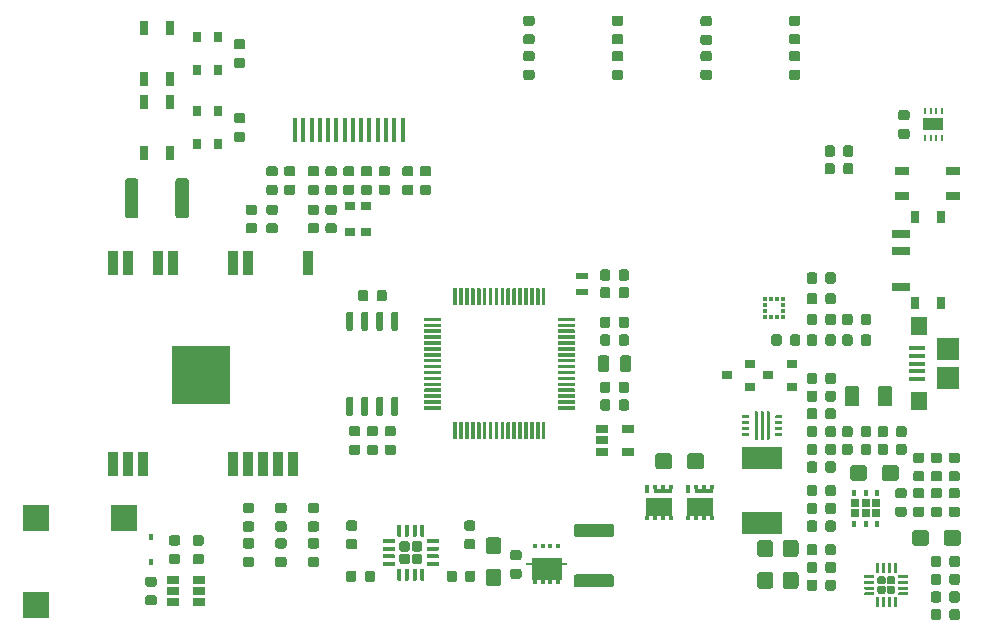
<source format=gbr>
G04 #@! TF.GenerationSoftware,KiCad,Pcbnew,5.1.5-1.fc31*
G04 #@! TF.CreationDate,2020-07-10T22:42:19+07:00*
G04 #@! TF.ProjectId,MP_SamBaseBoard_V1,4d505f53-616d-4426-9173-65426f617264,rev?*
G04 #@! TF.SameCoordinates,Original*
G04 #@! TF.FileFunction,Paste,Top*
G04 #@! TF.FilePolarity,Positive*
%FSLAX45Y45*%
G04 Gerber Fmt 4.5, Leading zero omitted, Abs format (unit mm)*
G04 Created by KiCad (PCBNEW 5.1.5-1.fc31) date 2020-07-10 22:42:19*
%MOMM*%
%LPD*%
G04 APERTURE LIST*
%ADD10R,0.300000X0.750000*%
%ADD11R,0.300000X0.400000*%
%ADD12R,1.634000X0.400000*%
%ADD13R,2.300000X1.500000*%
%ADD14C,0.100000*%
%ADD15R,0.800000X0.950000*%
%ADD16R,0.900000X0.660000*%
%ADD17R,0.900000X0.800000*%
%ADD18R,0.900000X2.000000*%
%ADD19R,5.000000X5.000000*%
%ADD20R,1.060000X0.650000*%
%ADD21R,1.100000X0.600000*%
%ADD22R,2.195000X2.195000*%
%ADD23R,1.350000X0.400000*%
%ADD24R,1.400000X1.600000*%
%ADD25R,1.900000X1.900000*%
%ADD26R,3.400000X1.850000*%
%ADD27R,1.250000X0.650000*%
%ADD28R,1.500000X0.700000*%
%ADD29R,0.800000X1.000000*%
%ADD30R,0.650000X1.250000*%
%ADD31R,1.700000X1.000000*%
%ADD32R,0.250000X0.550000*%
%ADD33R,0.730000X0.660000*%
%ADD34R,0.450000X0.630000*%
%ADD35R,0.375000X0.350000*%
%ADD36R,0.350000X0.375000*%
%ADD37R,0.500000X0.200000*%
%ADD38R,2.500000X1.880000*%
%ADD39R,0.350000X2.000000*%
%ADD40R,0.450000X0.600000*%
G04 APERTURE END LIST*
D10*
X18150000Y-11312500D03*
D11*
X18216600Y-11295000D03*
X18283400Y-11295000D03*
X18350000Y-11295000D03*
X18350000Y-11555000D03*
X18283400Y-11555000D03*
X18216600Y-11555000D03*
X18150000Y-11555000D03*
D12*
X18283300Y-11330000D03*
D13*
X18250000Y-11465000D03*
D14*
G36*
X20427769Y-11877605D02*
G01*
X20429893Y-11877920D01*
X20431975Y-11878442D01*
X20433996Y-11879165D01*
X20435937Y-11880083D01*
X20437778Y-11881187D01*
X20439502Y-11882465D01*
X20441093Y-11883907D01*
X20442535Y-11885498D01*
X20443813Y-11887222D01*
X20444917Y-11889063D01*
X20445835Y-11891004D01*
X20446558Y-11893025D01*
X20447080Y-11895107D01*
X20447395Y-11897231D01*
X20447500Y-11899375D01*
X20447500Y-11950625D01*
X20447395Y-11952769D01*
X20447080Y-11954893D01*
X20446558Y-11956975D01*
X20445835Y-11958996D01*
X20444917Y-11960937D01*
X20443813Y-11962778D01*
X20442535Y-11964502D01*
X20441093Y-11966093D01*
X20439502Y-11967535D01*
X20437778Y-11968813D01*
X20435937Y-11969917D01*
X20433996Y-11970835D01*
X20431975Y-11971558D01*
X20429893Y-11972080D01*
X20427769Y-11972395D01*
X20425625Y-11972500D01*
X20381875Y-11972500D01*
X20379731Y-11972395D01*
X20377607Y-11972080D01*
X20375525Y-11971558D01*
X20373504Y-11970835D01*
X20371563Y-11969917D01*
X20369722Y-11968813D01*
X20367998Y-11967535D01*
X20366407Y-11966093D01*
X20364965Y-11964502D01*
X20363687Y-11962778D01*
X20362583Y-11960937D01*
X20361665Y-11958996D01*
X20360942Y-11956975D01*
X20360420Y-11954893D01*
X20360105Y-11952769D01*
X20360000Y-11950625D01*
X20360000Y-11899375D01*
X20360105Y-11897231D01*
X20360420Y-11895107D01*
X20360942Y-11893025D01*
X20361665Y-11891004D01*
X20362583Y-11889063D01*
X20363687Y-11887222D01*
X20364965Y-11885498D01*
X20366407Y-11883907D01*
X20367998Y-11882465D01*
X20369722Y-11881187D01*
X20371563Y-11880083D01*
X20373504Y-11879165D01*
X20375525Y-11878442D01*
X20377607Y-11877920D01*
X20379731Y-11877605D01*
X20381875Y-11877500D01*
X20425625Y-11877500D01*
X20427769Y-11877605D01*
G37*
G36*
X20270269Y-11877605D02*
G01*
X20272393Y-11877920D01*
X20274475Y-11878442D01*
X20276496Y-11879165D01*
X20278437Y-11880083D01*
X20280278Y-11881187D01*
X20282002Y-11882465D01*
X20283593Y-11883907D01*
X20285035Y-11885498D01*
X20286313Y-11887222D01*
X20287417Y-11889063D01*
X20288335Y-11891004D01*
X20289058Y-11893025D01*
X20289580Y-11895107D01*
X20289895Y-11897231D01*
X20290000Y-11899375D01*
X20290000Y-11950625D01*
X20289895Y-11952769D01*
X20289580Y-11954893D01*
X20289058Y-11956975D01*
X20288335Y-11958996D01*
X20287417Y-11960937D01*
X20286313Y-11962778D01*
X20285035Y-11964502D01*
X20283593Y-11966093D01*
X20282002Y-11967535D01*
X20280278Y-11968813D01*
X20278437Y-11969917D01*
X20276496Y-11970835D01*
X20274475Y-11971558D01*
X20272393Y-11972080D01*
X20270269Y-11972395D01*
X20268125Y-11972500D01*
X20224375Y-11972500D01*
X20222231Y-11972395D01*
X20220107Y-11972080D01*
X20218025Y-11971558D01*
X20216004Y-11970835D01*
X20214063Y-11969917D01*
X20212222Y-11968813D01*
X20210498Y-11967535D01*
X20208907Y-11966093D01*
X20207465Y-11964502D01*
X20206187Y-11962778D01*
X20205083Y-11960937D01*
X20204165Y-11958996D01*
X20203442Y-11956975D01*
X20202920Y-11954893D01*
X20202605Y-11952769D01*
X20202500Y-11950625D01*
X20202500Y-11899375D01*
X20202605Y-11897231D01*
X20202920Y-11895107D01*
X20203442Y-11893025D01*
X20204165Y-11891004D01*
X20205083Y-11889063D01*
X20206187Y-11887222D01*
X20207465Y-11885498D01*
X20208907Y-11883907D01*
X20210498Y-11882465D01*
X20212222Y-11881187D01*
X20214063Y-11880083D01*
X20216004Y-11879165D01*
X20218025Y-11878442D01*
X20220107Y-11877920D01*
X20222231Y-11877605D01*
X20224375Y-11877500D01*
X20268125Y-11877500D01*
X20270269Y-11877605D01*
G37*
G36*
X18939363Y-10837530D02*
G01*
X18939969Y-10837620D01*
X18940564Y-10837769D01*
X18941142Y-10837976D01*
X18941696Y-10838238D01*
X18942222Y-10838553D01*
X18942715Y-10838919D01*
X18943169Y-10839331D01*
X18943581Y-10839785D01*
X18943947Y-10840278D01*
X18944262Y-10840804D01*
X18944524Y-10841358D01*
X18944731Y-10841936D01*
X18944880Y-10842531D01*
X18944970Y-10843137D01*
X18945000Y-10843750D01*
X18945000Y-10856250D01*
X18944970Y-10856863D01*
X18944880Y-10857469D01*
X18944731Y-10858064D01*
X18944524Y-10858642D01*
X18944262Y-10859196D01*
X18943947Y-10859722D01*
X18943581Y-10860215D01*
X18943169Y-10860669D01*
X18942715Y-10861081D01*
X18942222Y-10861447D01*
X18941696Y-10861762D01*
X18941142Y-10862024D01*
X18940564Y-10862231D01*
X18939969Y-10862380D01*
X18939363Y-10862470D01*
X18938750Y-10862500D01*
X18891250Y-10862500D01*
X18890637Y-10862470D01*
X18890031Y-10862380D01*
X18889436Y-10862231D01*
X18888858Y-10862024D01*
X18888304Y-10861762D01*
X18887778Y-10861447D01*
X18887285Y-10861081D01*
X18886831Y-10860669D01*
X18886419Y-10860215D01*
X18886053Y-10859722D01*
X18885738Y-10859196D01*
X18885476Y-10858642D01*
X18885269Y-10858064D01*
X18885120Y-10857469D01*
X18885030Y-10856863D01*
X18885000Y-10856250D01*
X18885000Y-10843750D01*
X18885030Y-10843137D01*
X18885120Y-10842531D01*
X18885269Y-10841936D01*
X18885476Y-10841358D01*
X18885738Y-10840804D01*
X18886053Y-10840278D01*
X18886419Y-10839785D01*
X18886831Y-10839331D01*
X18887285Y-10838919D01*
X18887778Y-10838553D01*
X18888304Y-10838238D01*
X18888858Y-10837976D01*
X18889436Y-10837769D01*
X18890031Y-10837620D01*
X18890637Y-10837530D01*
X18891250Y-10837500D01*
X18938750Y-10837500D01*
X18939363Y-10837530D01*
G37*
G36*
X18939363Y-10787530D02*
G01*
X18939969Y-10787620D01*
X18940564Y-10787769D01*
X18941142Y-10787976D01*
X18941696Y-10788238D01*
X18942222Y-10788553D01*
X18942715Y-10788919D01*
X18943169Y-10789331D01*
X18943581Y-10789785D01*
X18943947Y-10790278D01*
X18944262Y-10790804D01*
X18944524Y-10791358D01*
X18944731Y-10791936D01*
X18944880Y-10792531D01*
X18944970Y-10793137D01*
X18945000Y-10793750D01*
X18945000Y-10806250D01*
X18944970Y-10806863D01*
X18944880Y-10807469D01*
X18944731Y-10808064D01*
X18944524Y-10808642D01*
X18944262Y-10809196D01*
X18943947Y-10809722D01*
X18943581Y-10810215D01*
X18943169Y-10810669D01*
X18942715Y-10811081D01*
X18942222Y-10811447D01*
X18941696Y-10811762D01*
X18941142Y-10812024D01*
X18940564Y-10812231D01*
X18939969Y-10812380D01*
X18939363Y-10812470D01*
X18938750Y-10812500D01*
X18891250Y-10812500D01*
X18890637Y-10812470D01*
X18890031Y-10812380D01*
X18889436Y-10812231D01*
X18888858Y-10812024D01*
X18888304Y-10811762D01*
X18887778Y-10811447D01*
X18887285Y-10811081D01*
X18886831Y-10810669D01*
X18886419Y-10810215D01*
X18886053Y-10809722D01*
X18885738Y-10809196D01*
X18885476Y-10808642D01*
X18885269Y-10808064D01*
X18885120Y-10807469D01*
X18885030Y-10806863D01*
X18885000Y-10806250D01*
X18885000Y-10793750D01*
X18885030Y-10793137D01*
X18885120Y-10792531D01*
X18885269Y-10791936D01*
X18885476Y-10791358D01*
X18885738Y-10790804D01*
X18886053Y-10790278D01*
X18886419Y-10789785D01*
X18886831Y-10789331D01*
X18887285Y-10788919D01*
X18887778Y-10788553D01*
X18888304Y-10788238D01*
X18888858Y-10787976D01*
X18889436Y-10787769D01*
X18890031Y-10787620D01*
X18890637Y-10787530D01*
X18891250Y-10787500D01*
X18938750Y-10787500D01*
X18939363Y-10787530D01*
G37*
G36*
X18939363Y-10737530D02*
G01*
X18939969Y-10737620D01*
X18940564Y-10737769D01*
X18941142Y-10737976D01*
X18941696Y-10738238D01*
X18942222Y-10738553D01*
X18942715Y-10738919D01*
X18943169Y-10739331D01*
X18943581Y-10739785D01*
X18943947Y-10740278D01*
X18944262Y-10740804D01*
X18944524Y-10741358D01*
X18944731Y-10741936D01*
X18944880Y-10742531D01*
X18944970Y-10743137D01*
X18945000Y-10743750D01*
X18945000Y-10756250D01*
X18944970Y-10756863D01*
X18944880Y-10757469D01*
X18944731Y-10758064D01*
X18944524Y-10758642D01*
X18944262Y-10759196D01*
X18943947Y-10759722D01*
X18943581Y-10760215D01*
X18943169Y-10760669D01*
X18942715Y-10761081D01*
X18942222Y-10761447D01*
X18941696Y-10761762D01*
X18941142Y-10762024D01*
X18940564Y-10762231D01*
X18939969Y-10762380D01*
X18939363Y-10762470D01*
X18938750Y-10762500D01*
X18891250Y-10762500D01*
X18890637Y-10762470D01*
X18890031Y-10762380D01*
X18889436Y-10762231D01*
X18888858Y-10762024D01*
X18888304Y-10761762D01*
X18887778Y-10761447D01*
X18887285Y-10761081D01*
X18886831Y-10760669D01*
X18886419Y-10760215D01*
X18886053Y-10759722D01*
X18885738Y-10759196D01*
X18885476Y-10758642D01*
X18885269Y-10758064D01*
X18885120Y-10757469D01*
X18885030Y-10756863D01*
X18885000Y-10756250D01*
X18885000Y-10743750D01*
X18885030Y-10743137D01*
X18885120Y-10742531D01*
X18885269Y-10741936D01*
X18885476Y-10741358D01*
X18885738Y-10740804D01*
X18886053Y-10740278D01*
X18886419Y-10739785D01*
X18886831Y-10739331D01*
X18887285Y-10738919D01*
X18887778Y-10738553D01*
X18888304Y-10738238D01*
X18888858Y-10737976D01*
X18889436Y-10737769D01*
X18890031Y-10737620D01*
X18890637Y-10737530D01*
X18891250Y-10737500D01*
X18938750Y-10737500D01*
X18939363Y-10737530D01*
G37*
G36*
X18659363Y-10837530D02*
G01*
X18659969Y-10837620D01*
X18660564Y-10837769D01*
X18661142Y-10837976D01*
X18661696Y-10838238D01*
X18662222Y-10838553D01*
X18662715Y-10838919D01*
X18663169Y-10839331D01*
X18663581Y-10839785D01*
X18663947Y-10840278D01*
X18664262Y-10840804D01*
X18664524Y-10841358D01*
X18664731Y-10841936D01*
X18664880Y-10842531D01*
X18664970Y-10843137D01*
X18665000Y-10843750D01*
X18665000Y-10856250D01*
X18664970Y-10856863D01*
X18664880Y-10857469D01*
X18664731Y-10858064D01*
X18664524Y-10858642D01*
X18664262Y-10859196D01*
X18663947Y-10859722D01*
X18663581Y-10860215D01*
X18663169Y-10860669D01*
X18662715Y-10861081D01*
X18662222Y-10861447D01*
X18661696Y-10861762D01*
X18661142Y-10862024D01*
X18660564Y-10862231D01*
X18659969Y-10862380D01*
X18659363Y-10862470D01*
X18658750Y-10862500D01*
X18611250Y-10862500D01*
X18610637Y-10862470D01*
X18610031Y-10862380D01*
X18609436Y-10862231D01*
X18608858Y-10862024D01*
X18608304Y-10861762D01*
X18607778Y-10861447D01*
X18607285Y-10861081D01*
X18606831Y-10860669D01*
X18606419Y-10860215D01*
X18606053Y-10859722D01*
X18605738Y-10859196D01*
X18605476Y-10858642D01*
X18605269Y-10858064D01*
X18605120Y-10857469D01*
X18605030Y-10856863D01*
X18605000Y-10856250D01*
X18605000Y-10843750D01*
X18605030Y-10843137D01*
X18605120Y-10842531D01*
X18605269Y-10841936D01*
X18605476Y-10841358D01*
X18605738Y-10840804D01*
X18606053Y-10840278D01*
X18606419Y-10839785D01*
X18606831Y-10839331D01*
X18607285Y-10838919D01*
X18607778Y-10838553D01*
X18608304Y-10838238D01*
X18608858Y-10837976D01*
X18609436Y-10837769D01*
X18610031Y-10837620D01*
X18610637Y-10837530D01*
X18611250Y-10837500D01*
X18658750Y-10837500D01*
X18659363Y-10837530D01*
G37*
G36*
X18659363Y-10787530D02*
G01*
X18659969Y-10787620D01*
X18660564Y-10787769D01*
X18661142Y-10787976D01*
X18661696Y-10788238D01*
X18662222Y-10788553D01*
X18662715Y-10788919D01*
X18663169Y-10789331D01*
X18663581Y-10789785D01*
X18663947Y-10790278D01*
X18664262Y-10790804D01*
X18664524Y-10791358D01*
X18664731Y-10791936D01*
X18664880Y-10792531D01*
X18664970Y-10793137D01*
X18665000Y-10793750D01*
X18665000Y-10806250D01*
X18664970Y-10806863D01*
X18664880Y-10807469D01*
X18664731Y-10808064D01*
X18664524Y-10808642D01*
X18664262Y-10809196D01*
X18663947Y-10809722D01*
X18663581Y-10810215D01*
X18663169Y-10810669D01*
X18662715Y-10811081D01*
X18662222Y-10811447D01*
X18661696Y-10811762D01*
X18661142Y-10812024D01*
X18660564Y-10812231D01*
X18659969Y-10812380D01*
X18659363Y-10812470D01*
X18658750Y-10812500D01*
X18611250Y-10812500D01*
X18610637Y-10812470D01*
X18610031Y-10812380D01*
X18609436Y-10812231D01*
X18608858Y-10812024D01*
X18608304Y-10811762D01*
X18607778Y-10811447D01*
X18607285Y-10811081D01*
X18606831Y-10810669D01*
X18606419Y-10810215D01*
X18606053Y-10809722D01*
X18605738Y-10809196D01*
X18605476Y-10808642D01*
X18605269Y-10808064D01*
X18605120Y-10807469D01*
X18605030Y-10806863D01*
X18605000Y-10806250D01*
X18605000Y-10793750D01*
X18605030Y-10793137D01*
X18605120Y-10792531D01*
X18605269Y-10791936D01*
X18605476Y-10791358D01*
X18605738Y-10790804D01*
X18606053Y-10790278D01*
X18606419Y-10789785D01*
X18606831Y-10789331D01*
X18607285Y-10788919D01*
X18607778Y-10788553D01*
X18608304Y-10788238D01*
X18608858Y-10787976D01*
X18609436Y-10787769D01*
X18610031Y-10787620D01*
X18610637Y-10787530D01*
X18611250Y-10787500D01*
X18658750Y-10787500D01*
X18659363Y-10787530D01*
G37*
G36*
X18659363Y-10737530D02*
G01*
X18659969Y-10737620D01*
X18660564Y-10737769D01*
X18661142Y-10737976D01*
X18661696Y-10738238D01*
X18662222Y-10738553D01*
X18662715Y-10738919D01*
X18663169Y-10739331D01*
X18663581Y-10739785D01*
X18663947Y-10740278D01*
X18664262Y-10740804D01*
X18664524Y-10741358D01*
X18664731Y-10741936D01*
X18664880Y-10742531D01*
X18664970Y-10743137D01*
X18665000Y-10743750D01*
X18665000Y-10756250D01*
X18664970Y-10756863D01*
X18664880Y-10757469D01*
X18664731Y-10758064D01*
X18664524Y-10758642D01*
X18664262Y-10759196D01*
X18663947Y-10759722D01*
X18663581Y-10760215D01*
X18663169Y-10760669D01*
X18662715Y-10761081D01*
X18662222Y-10761447D01*
X18661696Y-10761762D01*
X18661142Y-10762024D01*
X18660564Y-10762231D01*
X18659969Y-10762380D01*
X18659363Y-10762470D01*
X18658750Y-10762500D01*
X18611250Y-10762500D01*
X18610637Y-10762470D01*
X18610031Y-10762380D01*
X18609436Y-10762231D01*
X18608858Y-10762024D01*
X18608304Y-10761762D01*
X18607778Y-10761447D01*
X18607285Y-10761081D01*
X18606831Y-10760669D01*
X18606419Y-10760215D01*
X18606053Y-10759722D01*
X18605738Y-10759196D01*
X18605476Y-10758642D01*
X18605269Y-10758064D01*
X18605120Y-10757469D01*
X18605030Y-10756863D01*
X18605000Y-10756250D01*
X18605000Y-10743750D01*
X18605030Y-10743137D01*
X18605120Y-10742531D01*
X18605269Y-10741936D01*
X18605476Y-10741358D01*
X18605738Y-10740804D01*
X18606053Y-10740278D01*
X18606419Y-10739785D01*
X18606831Y-10739331D01*
X18607285Y-10738919D01*
X18607778Y-10738553D01*
X18608304Y-10738238D01*
X18608858Y-10737976D01*
X18609436Y-10737769D01*
X18610031Y-10737620D01*
X18610637Y-10737530D01*
X18611250Y-10737500D01*
X18658750Y-10737500D01*
X18659363Y-10737530D01*
G37*
G36*
X18659363Y-10687530D02*
G01*
X18659969Y-10687620D01*
X18660564Y-10687769D01*
X18661142Y-10687976D01*
X18661696Y-10688238D01*
X18662222Y-10688553D01*
X18662715Y-10688919D01*
X18663169Y-10689331D01*
X18663581Y-10689785D01*
X18663947Y-10690278D01*
X18664262Y-10690804D01*
X18664524Y-10691358D01*
X18664731Y-10691936D01*
X18664880Y-10692531D01*
X18664970Y-10693137D01*
X18665000Y-10693750D01*
X18665000Y-10706250D01*
X18664970Y-10706863D01*
X18664880Y-10707469D01*
X18664731Y-10708064D01*
X18664524Y-10708642D01*
X18664262Y-10709196D01*
X18663947Y-10709722D01*
X18663581Y-10710215D01*
X18663169Y-10710669D01*
X18662715Y-10711081D01*
X18662222Y-10711447D01*
X18661696Y-10711762D01*
X18661142Y-10712024D01*
X18660564Y-10712231D01*
X18659969Y-10712380D01*
X18659363Y-10712470D01*
X18658750Y-10712500D01*
X18611250Y-10712500D01*
X18610637Y-10712470D01*
X18610031Y-10712380D01*
X18609436Y-10712231D01*
X18608858Y-10712024D01*
X18608304Y-10711762D01*
X18607778Y-10711447D01*
X18607285Y-10711081D01*
X18606831Y-10710669D01*
X18606419Y-10710215D01*
X18606053Y-10709722D01*
X18605738Y-10709196D01*
X18605476Y-10708642D01*
X18605269Y-10708064D01*
X18605120Y-10707469D01*
X18605030Y-10706863D01*
X18605000Y-10706250D01*
X18605000Y-10693750D01*
X18605030Y-10693137D01*
X18605120Y-10692531D01*
X18605269Y-10691936D01*
X18605476Y-10691358D01*
X18605738Y-10690804D01*
X18606053Y-10690278D01*
X18606419Y-10689785D01*
X18606831Y-10689331D01*
X18607285Y-10688919D01*
X18607778Y-10688553D01*
X18608304Y-10688238D01*
X18608858Y-10687976D01*
X18609436Y-10687769D01*
X18610031Y-10687620D01*
X18610637Y-10687530D01*
X18611250Y-10687500D01*
X18658750Y-10687500D01*
X18659363Y-10687530D01*
G37*
G36*
X18939363Y-10687530D02*
G01*
X18939969Y-10687620D01*
X18940564Y-10687769D01*
X18941142Y-10687976D01*
X18941696Y-10688238D01*
X18942222Y-10688553D01*
X18942715Y-10688919D01*
X18943169Y-10689331D01*
X18943581Y-10689785D01*
X18943947Y-10690278D01*
X18944262Y-10690804D01*
X18944524Y-10691358D01*
X18944731Y-10691936D01*
X18944880Y-10692531D01*
X18944970Y-10693137D01*
X18945000Y-10693750D01*
X18945000Y-10706250D01*
X18944970Y-10706863D01*
X18944880Y-10707469D01*
X18944731Y-10708064D01*
X18944524Y-10708642D01*
X18944262Y-10709196D01*
X18943947Y-10709722D01*
X18943581Y-10710215D01*
X18943169Y-10710669D01*
X18942715Y-10711081D01*
X18942222Y-10711447D01*
X18941696Y-10711762D01*
X18941142Y-10712024D01*
X18940564Y-10712231D01*
X18939969Y-10712380D01*
X18939363Y-10712470D01*
X18938750Y-10712500D01*
X18891250Y-10712500D01*
X18890637Y-10712470D01*
X18890031Y-10712380D01*
X18889436Y-10712231D01*
X18888858Y-10712024D01*
X18888304Y-10711762D01*
X18887778Y-10711447D01*
X18887285Y-10711081D01*
X18886831Y-10710669D01*
X18886419Y-10710215D01*
X18886053Y-10709722D01*
X18885738Y-10709196D01*
X18885476Y-10708642D01*
X18885269Y-10708064D01*
X18885120Y-10707469D01*
X18885030Y-10706863D01*
X18885000Y-10706250D01*
X18885000Y-10693750D01*
X18885030Y-10693137D01*
X18885120Y-10692531D01*
X18885269Y-10691936D01*
X18885476Y-10691358D01*
X18885738Y-10690804D01*
X18886053Y-10690278D01*
X18886419Y-10689785D01*
X18886831Y-10689331D01*
X18887285Y-10688919D01*
X18887778Y-10688553D01*
X18888304Y-10688238D01*
X18888858Y-10687976D01*
X18889436Y-10687769D01*
X18890031Y-10687620D01*
X18890637Y-10687530D01*
X18891250Y-10687500D01*
X18938750Y-10687500D01*
X18939363Y-10687530D01*
G37*
G36*
X18731863Y-10655030D02*
G01*
X18732469Y-10655120D01*
X18733064Y-10655269D01*
X18733642Y-10655476D01*
X18734196Y-10655738D01*
X18734722Y-10656053D01*
X18735215Y-10656419D01*
X18735669Y-10656831D01*
X18736081Y-10657285D01*
X18736447Y-10657778D01*
X18736762Y-10658304D01*
X18737024Y-10658858D01*
X18737231Y-10659436D01*
X18737380Y-10660031D01*
X18737470Y-10660637D01*
X18737500Y-10661250D01*
X18737500Y-10888750D01*
X18737470Y-10889363D01*
X18737380Y-10889969D01*
X18737231Y-10890564D01*
X18737024Y-10891142D01*
X18736762Y-10891696D01*
X18736447Y-10892222D01*
X18736081Y-10892715D01*
X18735669Y-10893169D01*
X18735215Y-10893581D01*
X18734722Y-10893947D01*
X18734196Y-10894262D01*
X18733642Y-10894524D01*
X18733064Y-10894731D01*
X18732469Y-10894880D01*
X18731863Y-10894970D01*
X18731250Y-10895000D01*
X18718750Y-10895000D01*
X18718137Y-10894970D01*
X18717531Y-10894880D01*
X18716936Y-10894731D01*
X18716358Y-10894524D01*
X18715804Y-10894262D01*
X18715278Y-10893947D01*
X18714785Y-10893581D01*
X18714331Y-10893169D01*
X18713919Y-10892715D01*
X18713553Y-10892222D01*
X18713238Y-10891696D01*
X18712976Y-10891142D01*
X18712769Y-10890564D01*
X18712620Y-10889969D01*
X18712530Y-10889363D01*
X18712500Y-10888750D01*
X18712500Y-10661250D01*
X18712530Y-10660637D01*
X18712620Y-10660031D01*
X18712769Y-10659436D01*
X18712976Y-10658858D01*
X18713238Y-10658304D01*
X18713553Y-10657778D01*
X18713919Y-10657285D01*
X18714331Y-10656831D01*
X18714785Y-10656419D01*
X18715278Y-10656053D01*
X18715804Y-10655738D01*
X18716358Y-10655476D01*
X18716936Y-10655269D01*
X18717531Y-10655120D01*
X18718137Y-10655030D01*
X18718750Y-10655000D01*
X18731250Y-10655000D01*
X18731863Y-10655030D01*
G37*
G36*
X18831863Y-10655030D02*
G01*
X18832469Y-10655120D01*
X18833064Y-10655269D01*
X18833642Y-10655476D01*
X18834196Y-10655738D01*
X18834722Y-10656053D01*
X18835215Y-10656419D01*
X18835669Y-10656831D01*
X18836081Y-10657285D01*
X18836447Y-10657778D01*
X18836762Y-10658304D01*
X18837024Y-10658858D01*
X18837231Y-10659436D01*
X18837380Y-10660031D01*
X18837470Y-10660637D01*
X18837500Y-10661250D01*
X18837500Y-10888750D01*
X18837470Y-10889363D01*
X18837380Y-10889969D01*
X18837231Y-10890564D01*
X18837024Y-10891142D01*
X18836762Y-10891696D01*
X18836447Y-10892222D01*
X18836081Y-10892715D01*
X18835669Y-10893169D01*
X18835215Y-10893581D01*
X18834722Y-10893947D01*
X18834196Y-10894262D01*
X18833642Y-10894524D01*
X18833064Y-10894731D01*
X18832469Y-10894880D01*
X18831863Y-10894970D01*
X18831250Y-10895000D01*
X18818750Y-10895000D01*
X18818137Y-10894970D01*
X18817531Y-10894880D01*
X18816936Y-10894731D01*
X18816358Y-10894524D01*
X18815804Y-10894262D01*
X18815278Y-10893947D01*
X18814785Y-10893581D01*
X18814331Y-10893169D01*
X18813919Y-10892715D01*
X18813553Y-10892222D01*
X18813238Y-10891696D01*
X18812976Y-10891142D01*
X18812769Y-10890564D01*
X18812620Y-10889969D01*
X18812530Y-10889363D01*
X18812500Y-10888750D01*
X18812500Y-10661250D01*
X18812530Y-10660637D01*
X18812620Y-10660031D01*
X18812769Y-10659436D01*
X18812976Y-10658858D01*
X18813238Y-10658304D01*
X18813553Y-10657778D01*
X18813919Y-10657285D01*
X18814331Y-10656831D01*
X18814785Y-10656419D01*
X18815278Y-10656053D01*
X18815804Y-10655738D01*
X18816358Y-10655476D01*
X18816936Y-10655269D01*
X18817531Y-10655120D01*
X18818137Y-10655030D01*
X18818750Y-10655000D01*
X18831250Y-10655000D01*
X18831863Y-10655030D01*
G37*
G36*
X18781863Y-10655030D02*
G01*
X18782469Y-10655120D01*
X18783064Y-10655269D01*
X18783642Y-10655476D01*
X18784196Y-10655738D01*
X18784722Y-10656053D01*
X18785215Y-10656419D01*
X18785669Y-10656831D01*
X18786081Y-10657285D01*
X18786447Y-10657778D01*
X18786762Y-10658304D01*
X18787024Y-10658858D01*
X18787231Y-10659436D01*
X18787380Y-10660031D01*
X18787470Y-10660637D01*
X18787500Y-10661250D01*
X18787500Y-10888750D01*
X18787470Y-10889363D01*
X18787380Y-10889969D01*
X18787231Y-10890564D01*
X18787024Y-10891142D01*
X18786762Y-10891696D01*
X18786447Y-10892222D01*
X18786081Y-10892715D01*
X18785669Y-10893169D01*
X18785215Y-10893581D01*
X18784722Y-10893947D01*
X18784196Y-10894262D01*
X18783642Y-10894524D01*
X18783064Y-10894731D01*
X18782469Y-10894880D01*
X18781863Y-10894970D01*
X18781250Y-10895000D01*
X18768750Y-10895000D01*
X18768137Y-10894970D01*
X18767531Y-10894880D01*
X18766936Y-10894731D01*
X18766358Y-10894524D01*
X18765804Y-10894262D01*
X18765278Y-10893947D01*
X18764785Y-10893581D01*
X18764331Y-10893169D01*
X18763919Y-10892715D01*
X18763553Y-10892222D01*
X18763238Y-10891696D01*
X18762976Y-10891142D01*
X18762769Y-10890564D01*
X18762620Y-10889969D01*
X18762530Y-10889363D01*
X18762500Y-10888750D01*
X18762500Y-10661250D01*
X18762530Y-10660637D01*
X18762620Y-10660031D01*
X18762769Y-10659436D01*
X18762976Y-10658858D01*
X18763238Y-10658304D01*
X18763553Y-10657778D01*
X18763919Y-10657285D01*
X18764331Y-10656831D01*
X18764785Y-10656419D01*
X18765278Y-10656053D01*
X18765804Y-10655738D01*
X18766358Y-10655476D01*
X18766936Y-10655269D01*
X18767531Y-10655120D01*
X18768137Y-10655030D01*
X18768750Y-10655000D01*
X18781250Y-10655000D01*
X18781863Y-10655030D01*
G37*
G36*
X19820269Y-10927605D02*
G01*
X19822393Y-10927920D01*
X19824475Y-10928442D01*
X19826496Y-10929165D01*
X19828437Y-10930083D01*
X19830278Y-10931187D01*
X19832002Y-10932465D01*
X19833593Y-10933907D01*
X19835035Y-10935498D01*
X19836313Y-10937222D01*
X19837417Y-10939063D01*
X19838335Y-10941004D01*
X19839058Y-10943025D01*
X19839580Y-10945107D01*
X19839895Y-10947231D01*
X19840000Y-10949375D01*
X19840000Y-11000625D01*
X19839895Y-11002769D01*
X19839580Y-11004893D01*
X19839058Y-11006975D01*
X19838335Y-11008996D01*
X19837417Y-11010937D01*
X19836313Y-11012778D01*
X19835035Y-11014502D01*
X19833593Y-11016093D01*
X19832002Y-11017535D01*
X19830278Y-11018813D01*
X19828437Y-11019917D01*
X19826496Y-11020835D01*
X19824475Y-11021558D01*
X19822393Y-11022080D01*
X19820269Y-11022395D01*
X19818125Y-11022500D01*
X19774375Y-11022500D01*
X19772231Y-11022395D01*
X19770107Y-11022080D01*
X19768025Y-11021558D01*
X19766004Y-11020835D01*
X19764063Y-11019917D01*
X19762222Y-11018813D01*
X19760498Y-11017535D01*
X19758907Y-11016093D01*
X19757465Y-11014502D01*
X19756187Y-11012778D01*
X19755083Y-11010937D01*
X19754165Y-11008996D01*
X19753442Y-11006975D01*
X19752920Y-11004893D01*
X19752605Y-11002769D01*
X19752500Y-11000625D01*
X19752500Y-10949375D01*
X19752605Y-10947231D01*
X19752920Y-10945107D01*
X19753442Y-10943025D01*
X19754165Y-10941004D01*
X19755083Y-10939063D01*
X19756187Y-10937222D01*
X19757465Y-10935498D01*
X19758907Y-10933907D01*
X19760498Y-10932465D01*
X19762222Y-10931187D01*
X19764063Y-10930083D01*
X19766004Y-10929165D01*
X19768025Y-10928442D01*
X19770107Y-10927920D01*
X19772231Y-10927605D01*
X19774375Y-10927500D01*
X19818125Y-10927500D01*
X19820269Y-10927605D01*
G37*
G36*
X19977769Y-10927605D02*
G01*
X19979893Y-10927920D01*
X19981975Y-10928442D01*
X19983996Y-10929165D01*
X19985937Y-10930083D01*
X19987778Y-10931187D01*
X19989502Y-10932465D01*
X19991093Y-10933907D01*
X19992535Y-10935498D01*
X19993813Y-10937222D01*
X19994917Y-10939063D01*
X19995835Y-10941004D01*
X19996558Y-10943025D01*
X19997080Y-10945107D01*
X19997395Y-10947231D01*
X19997500Y-10949375D01*
X19997500Y-11000625D01*
X19997395Y-11002769D01*
X19997080Y-11004893D01*
X19996558Y-11006975D01*
X19995835Y-11008996D01*
X19994917Y-11010937D01*
X19993813Y-11012778D01*
X19992535Y-11014502D01*
X19991093Y-11016093D01*
X19989502Y-11017535D01*
X19987778Y-11018813D01*
X19985937Y-11019917D01*
X19983996Y-11020835D01*
X19981975Y-11021558D01*
X19979893Y-11022080D01*
X19977769Y-11022395D01*
X19975625Y-11022500D01*
X19931875Y-11022500D01*
X19929731Y-11022395D01*
X19927607Y-11022080D01*
X19925525Y-11021558D01*
X19923504Y-11020835D01*
X19921563Y-11019917D01*
X19919722Y-11018813D01*
X19917998Y-11017535D01*
X19916407Y-11016093D01*
X19914965Y-11014502D01*
X19913687Y-11012778D01*
X19912583Y-11010937D01*
X19911665Y-11008996D01*
X19910942Y-11006975D01*
X19910420Y-11004893D01*
X19910105Y-11002769D01*
X19910000Y-11000625D01*
X19910000Y-10949375D01*
X19910105Y-10947231D01*
X19910420Y-10945107D01*
X19910942Y-10943025D01*
X19911665Y-10941004D01*
X19912583Y-10939063D01*
X19913687Y-10937222D01*
X19914965Y-10935498D01*
X19916407Y-10933907D01*
X19917998Y-10932465D01*
X19919722Y-10931187D01*
X19921563Y-10930083D01*
X19923504Y-10929165D01*
X19925525Y-10928442D01*
X19927607Y-10927920D01*
X19929731Y-10927605D01*
X19931875Y-10927500D01*
X19975625Y-10927500D01*
X19977769Y-10927605D01*
G37*
G36*
X19820269Y-10777605D02*
G01*
X19822393Y-10777920D01*
X19824475Y-10778442D01*
X19826496Y-10779165D01*
X19828437Y-10780083D01*
X19830278Y-10781187D01*
X19832002Y-10782465D01*
X19833593Y-10783907D01*
X19835035Y-10785498D01*
X19836313Y-10787222D01*
X19837417Y-10789063D01*
X19838335Y-10791004D01*
X19839058Y-10793025D01*
X19839580Y-10795107D01*
X19839895Y-10797231D01*
X19840000Y-10799375D01*
X19840000Y-10850625D01*
X19839895Y-10852769D01*
X19839580Y-10854893D01*
X19839058Y-10856975D01*
X19838335Y-10858996D01*
X19837417Y-10860937D01*
X19836313Y-10862778D01*
X19835035Y-10864502D01*
X19833593Y-10866093D01*
X19832002Y-10867535D01*
X19830278Y-10868813D01*
X19828437Y-10869917D01*
X19826496Y-10870835D01*
X19824475Y-10871558D01*
X19822393Y-10872080D01*
X19820269Y-10872395D01*
X19818125Y-10872500D01*
X19774375Y-10872500D01*
X19772231Y-10872395D01*
X19770107Y-10872080D01*
X19768025Y-10871558D01*
X19766004Y-10870835D01*
X19764063Y-10869917D01*
X19762222Y-10868813D01*
X19760498Y-10867535D01*
X19758907Y-10866093D01*
X19757465Y-10864502D01*
X19756187Y-10862778D01*
X19755083Y-10860937D01*
X19754165Y-10858996D01*
X19753442Y-10856975D01*
X19752920Y-10854893D01*
X19752605Y-10852769D01*
X19752500Y-10850625D01*
X19752500Y-10799375D01*
X19752605Y-10797231D01*
X19752920Y-10795107D01*
X19753442Y-10793025D01*
X19754165Y-10791004D01*
X19755083Y-10789063D01*
X19756187Y-10787222D01*
X19757465Y-10785498D01*
X19758907Y-10783907D01*
X19760498Y-10782465D01*
X19762222Y-10781187D01*
X19764063Y-10780083D01*
X19766004Y-10779165D01*
X19768025Y-10778442D01*
X19770107Y-10777920D01*
X19772231Y-10777605D01*
X19774375Y-10777500D01*
X19818125Y-10777500D01*
X19820269Y-10777605D01*
G37*
G36*
X19977769Y-10777605D02*
G01*
X19979893Y-10777920D01*
X19981975Y-10778442D01*
X19983996Y-10779165D01*
X19985937Y-10780083D01*
X19987778Y-10781187D01*
X19989502Y-10782465D01*
X19991093Y-10783907D01*
X19992535Y-10785498D01*
X19993813Y-10787222D01*
X19994917Y-10789063D01*
X19995835Y-10791004D01*
X19996558Y-10793025D01*
X19997080Y-10795107D01*
X19997395Y-10797231D01*
X19997500Y-10799375D01*
X19997500Y-10850625D01*
X19997395Y-10852769D01*
X19997080Y-10854893D01*
X19996558Y-10856975D01*
X19995835Y-10858996D01*
X19994917Y-10860937D01*
X19993813Y-10862778D01*
X19992535Y-10864502D01*
X19991093Y-10866093D01*
X19989502Y-10867535D01*
X19987778Y-10868813D01*
X19985937Y-10869917D01*
X19983996Y-10870835D01*
X19981975Y-10871558D01*
X19979893Y-10872080D01*
X19977769Y-10872395D01*
X19975625Y-10872500D01*
X19931875Y-10872500D01*
X19929731Y-10872395D01*
X19927607Y-10872080D01*
X19925525Y-10871558D01*
X19923504Y-10870835D01*
X19921563Y-10869917D01*
X19919722Y-10868813D01*
X19917998Y-10867535D01*
X19916407Y-10866093D01*
X19914965Y-10864502D01*
X19913687Y-10862778D01*
X19912583Y-10860937D01*
X19911665Y-10858996D01*
X19910942Y-10856975D01*
X19910420Y-10854893D01*
X19910105Y-10852769D01*
X19910000Y-10850625D01*
X19910000Y-10799375D01*
X19910105Y-10797231D01*
X19910420Y-10795107D01*
X19910942Y-10793025D01*
X19911665Y-10791004D01*
X19912583Y-10789063D01*
X19913687Y-10787222D01*
X19914965Y-10785498D01*
X19916407Y-10783907D01*
X19917998Y-10782465D01*
X19919722Y-10781187D01*
X19921563Y-10780083D01*
X19923504Y-10779165D01*
X19925525Y-10778442D01*
X19927607Y-10777920D01*
X19929731Y-10777605D01*
X19931875Y-10777500D01*
X19975625Y-10777500D01*
X19977769Y-10777605D01*
G37*
G36*
X17470269Y-10552605D02*
G01*
X17472393Y-10552920D01*
X17474475Y-10553442D01*
X17476496Y-10554165D01*
X17478437Y-10555083D01*
X17480278Y-10556187D01*
X17482002Y-10557465D01*
X17483593Y-10558907D01*
X17485035Y-10560498D01*
X17486313Y-10562222D01*
X17487417Y-10564063D01*
X17488335Y-10566004D01*
X17489058Y-10568025D01*
X17489580Y-10570107D01*
X17489895Y-10572231D01*
X17490000Y-10574375D01*
X17490000Y-10625625D01*
X17489895Y-10627769D01*
X17489580Y-10629893D01*
X17489058Y-10631975D01*
X17488335Y-10633996D01*
X17487417Y-10635937D01*
X17486313Y-10637778D01*
X17485035Y-10639502D01*
X17483593Y-10641093D01*
X17482002Y-10642535D01*
X17480278Y-10643813D01*
X17478437Y-10644917D01*
X17476496Y-10645835D01*
X17474475Y-10646558D01*
X17472393Y-10647080D01*
X17470269Y-10647395D01*
X17468125Y-10647500D01*
X17424375Y-10647500D01*
X17422231Y-10647395D01*
X17420107Y-10647080D01*
X17418025Y-10646558D01*
X17416004Y-10645835D01*
X17414063Y-10644917D01*
X17412222Y-10643813D01*
X17410498Y-10642535D01*
X17408907Y-10641093D01*
X17407465Y-10639502D01*
X17406187Y-10637778D01*
X17405083Y-10635937D01*
X17404165Y-10633996D01*
X17403442Y-10631975D01*
X17402920Y-10629893D01*
X17402605Y-10627769D01*
X17402500Y-10625625D01*
X17402500Y-10574375D01*
X17402605Y-10572231D01*
X17402920Y-10570107D01*
X17403442Y-10568025D01*
X17404165Y-10566004D01*
X17405083Y-10564063D01*
X17406187Y-10562222D01*
X17407465Y-10560498D01*
X17408907Y-10558907D01*
X17410498Y-10557465D01*
X17412222Y-10556187D01*
X17414063Y-10555083D01*
X17416004Y-10554165D01*
X17418025Y-10553442D01*
X17420107Y-10552920D01*
X17422231Y-10552605D01*
X17424375Y-10552500D01*
X17468125Y-10552500D01*
X17470269Y-10552605D01*
G37*
G36*
X17627769Y-10552605D02*
G01*
X17629893Y-10552920D01*
X17631975Y-10553442D01*
X17633996Y-10554165D01*
X17635937Y-10555083D01*
X17637778Y-10556187D01*
X17639502Y-10557465D01*
X17641093Y-10558907D01*
X17642535Y-10560498D01*
X17643813Y-10562222D01*
X17644917Y-10564063D01*
X17645835Y-10566004D01*
X17646558Y-10568025D01*
X17647080Y-10570107D01*
X17647395Y-10572231D01*
X17647500Y-10574375D01*
X17647500Y-10625625D01*
X17647395Y-10627769D01*
X17647080Y-10629893D01*
X17646558Y-10631975D01*
X17645835Y-10633996D01*
X17644917Y-10635937D01*
X17643813Y-10637778D01*
X17642535Y-10639502D01*
X17641093Y-10641093D01*
X17639502Y-10642535D01*
X17637778Y-10643813D01*
X17635937Y-10644917D01*
X17633996Y-10645835D01*
X17631975Y-10646558D01*
X17629893Y-10647080D01*
X17627769Y-10647395D01*
X17625625Y-10647500D01*
X17581875Y-10647500D01*
X17579731Y-10647395D01*
X17577607Y-10647080D01*
X17575525Y-10646558D01*
X17573504Y-10645835D01*
X17571563Y-10644917D01*
X17569722Y-10643813D01*
X17567998Y-10642535D01*
X17566407Y-10641093D01*
X17564965Y-10639502D01*
X17563687Y-10637778D01*
X17562583Y-10635937D01*
X17561665Y-10633996D01*
X17560942Y-10631975D01*
X17560420Y-10629893D01*
X17560105Y-10627769D01*
X17560000Y-10625625D01*
X17560000Y-10574375D01*
X17560105Y-10572231D01*
X17560420Y-10570107D01*
X17560942Y-10568025D01*
X17561665Y-10566004D01*
X17562583Y-10564063D01*
X17563687Y-10562222D01*
X17564965Y-10560498D01*
X17566407Y-10558907D01*
X17567998Y-10557465D01*
X17569722Y-10556187D01*
X17571563Y-10555083D01*
X17573504Y-10554165D01*
X17575525Y-10553442D01*
X17577607Y-10552920D01*
X17579731Y-10552605D01*
X17581875Y-10552500D01*
X17625625Y-10552500D01*
X17627769Y-10552605D01*
G37*
G36*
X17470269Y-10402605D02*
G01*
X17472393Y-10402920D01*
X17474475Y-10403442D01*
X17476496Y-10404165D01*
X17478437Y-10405083D01*
X17480278Y-10406187D01*
X17482002Y-10407465D01*
X17483593Y-10408907D01*
X17485035Y-10410498D01*
X17486313Y-10412222D01*
X17487417Y-10414063D01*
X17488335Y-10416004D01*
X17489058Y-10418025D01*
X17489580Y-10420107D01*
X17489895Y-10422231D01*
X17490000Y-10424375D01*
X17490000Y-10475625D01*
X17489895Y-10477769D01*
X17489580Y-10479893D01*
X17489058Y-10481975D01*
X17488335Y-10483996D01*
X17487417Y-10485937D01*
X17486313Y-10487778D01*
X17485035Y-10489502D01*
X17483593Y-10491093D01*
X17482002Y-10492535D01*
X17480278Y-10493813D01*
X17478437Y-10494917D01*
X17476496Y-10495835D01*
X17474475Y-10496558D01*
X17472393Y-10497080D01*
X17470269Y-10497395D01*
X17468125Y-10497500D01*
X17424375Y-10497500D01*
X17422231Y-10497395D01*
X17420107Y-10497080D01*
X17418025Y-10496558D01*
X17416004Y-10495835D01*
X17414063Y-10494917D01*
X17412222Y-10493813D01*
X17410498Y-10492535D01*
X17408907Y-10491093D01*
X17407465Y-10489502D01*
X17406187Y-10487778D01*
X17405083Y-10485937D01*
X17404165Y-10483996D01*
X17403442Y-10481975D01*
X17402920Y-10479893D01*
X17402605Y-10477769D01*
X17402500Y-10475625D01*
X17402500Y-10424375D01*
X17402605Y-10422231D01*
X17402920Y-10420107D01*
X17403442Y-10418025D01*
X17404165Y-10416004D01*
X17405083Y-10414063D01*
X17406187Y-10412222D01*
X17407465Y-10410498D01*
X17408907Y-10408907D01*
X17410498Y-10407465D01*
X17412222Y-10406187D01*
X17414063Y-10405083D01*
X17416004Y-10404165D01*
X17418025Y-10403442D01*
X17420107Y-10402920D01*
X17422231Y-10402605D01*
X17424375Y-10402500D01*
X17468125Y-10402500D01*
X17470269Y-10402605D01*
G37*
G36*
X17627769Y-10402605D02*
G01*
X17629893Y-10402920D01*
X17631975Y-10403442D01*
X17633996Y-10404165D01*
X17635937Y-10405083D01*
X17637778Y-10406187D01*
X17639502Y-10407465D01*
X17641093Y-10408907D01*
X17642535Y-10410498D01*
X17643813Y-10412222D01*
X17644917Y-10414063D01*
X17645835Y-10416004D01*
X17646558Y-10418025D01*
X17647080Y-10420107D01*
X17647395Y-10422231D01*
X17647500Y-10424375D01*
X17647500Y-10475625D01*
X17647395Y-10477769D01*
X17647080Y-10479893D01*
X17646558Y-10481975D01*
X17645835Y-10483996D01*
X17644917Y-10485937D01*
X17643813Y-10487778D01*
X17642535Y-10489502D01*
X17641093Y-10491093D01*
X17639502Y-10492535D01*
X17637778Y-10493813D01*
X17635937Y-10494917D01*
X17633996Y-10495835D01*
X17631975Y-10496558D01*
X17629893Y-10497080D01*
X17627769Y-10497395D01*
X17625625Y-10497500D01*
X17581875Y-10497500D01*
X17579731Y-10497395D01*
X17577607Y-10497080D01*
X17575525Y-10496558D01*
X17573504Y-10495835D01*
X17571563Y-10494917D01*
X17569722Y-10493813D01*
X17567998Y-10492535D01*
X17566407Y-10491093D01*
X17564965Y-10489502D01*
X17563687Y-10487778D01*
X17562583Y-10485937D01*
X17561665Y-10483996D01*
X17560942Y-10481975D01*
X17560420Y-10479893D01*
X17560105Y-10477769D01*
X17560000Y-10475625D01*
X17560000Y-10424375D01*
X17560105Y-10422231D01*
X17560420Y-10420107D01*
X17560942Y-10418025D01*
X17561665Y-10416004D01*
X17562583Y-10414063D01*
X17563687Y-10412222D01*
X17564965Y-10410498D01*
X17566407Y-10408907D01*
X17567998Y-10407465D01*
X17569722Y-10406187D01*
X17571563Y-10405083D01*
X17573504Y-10404165D01*
X17575525Y-10403442D01*
X17577607Y-10402920D01*
X17579731Y-10402605D01*
X17581875Y-10402500D01*
X17625625Y-10402500D01*
X17627769Y-10402605D01*
G37*
G36*
X17470269Y-10002605D02*
G01*
X17472393Y-10002920D01*
X17474475Y-10003442D01*
X17476496Y-10004165D01*
X17478437Y-10005083D01*
X17480278Y-10006187D01*
X17482002Y-10007465D01*
X17483593Y-10008907D01*
X17485035Y-10010498D01*
X17486313Y-10012222D01*
X17487417Y-10014063D01*
X17488335Y-10016004D01*
X17489058Y-10018025D01*
X17489580Y-10020107D01*
X17489895Y-10022231D01*
X17490000Y-10024375D01*
X17490000Y-10075625D01*
X17489895Y-10077769D01*
X17489580Y-10079893D01*
X17489058Y-10081975D01*
X17488335Y-10083996D01*
X17487417Y-10085937D01*
X17486313Y-10087778D01*
X17485035Y-10089502D01*
X17483593Y-10091093D01*
X17482002Y-10092535D01*
X17480278Y-10093813D01*
X17478437Y-10094917D01*
X17476496Y-10095835D01*
X17474475Y-10096558D01*
X17472393Y-10097080D01*
X17470269Y-10097395D01*
X17468125Y-10097500D01*
X17424375Y-10097500D01*
X17422231Y-10097395D01*
X17420107Y-10097080D01*
X17418025Y-10096558D01*
X17416004Y-10095835D01*
X17414063Y-10094917D01*
X17412222Y-10093813D01*
X17410498Y-10092535D01*
X17408907Y-10091093D01*
X17407465Y-10089502D01*
X17406187Y-10087778D01*
X17405083Y-10085937D01*
X17404165Y-10083996D01*
X17403442Y-10081975D01*
X17402920Y-10079893D01*
X17402605Y-10077769D01*
X17402500Y-10075625D01*
X17402500Y-10024375D01*
X17402605Y-10022231D01*
X17402920Y-10020107D01*
X17403442Y-10018025D01*
X17404165Y-10016004D01*
X17405083Y-10014063D01*
X17406187Y-10012222D01*
X17407465Y-10010498D01*
X17408907Y-10008907D01*
X17410498Y-10007465D01*
X17412222Y-10006187D01*
X17414063Y-10005083D01*
X17416004Y-10004165D01*
X17418025Y-10003442D01*
X17420107Y-10002920D01*
X17422231Y-10002605D01*
X17424375Y-10002500D01*
X17468125Y-10002500D01*
X17470269Y-10002605D01*
G37*
G36*
X17627769Y-10002605D02*
G01*
X17629893Y-10002920D01*
X17631975Y-10003442D01*
X17633996Y-10004165D01*
X17635937Y-10005083D01*
X17637778Y-10006187D01*
X17639502Y-10007465D01*
X17641093Y-10008907D01*
X17642535Y-10010498D01*
X17643813Y-10012222D01*
X17644917Y-10014063D01*
X17645835Y-10016004D01*
X17646558Y-10018025D01*
X17647080Y-10020107D01*
X17647395Y-10022231D01*
X17647500Y-10024375D01*
X17647500Y-10075625D01*
X17647395Y-10077769D01*
X17647080Y-10079893D01*
X17646558Y-10081975D01*
X17645835Y-10083996D01*
X17644917Y-10085937D01*
X17643813Y-10087778D01*
X17642535Y-10089502D01*
X17641093Y-10091093D01*
X17639502Y-10092535D01*
X17637778Y-10093813D01*
X17635937Y-10094917D01*
X17633996Y-10095835D01*
X17631975Y-10096558D01*
X17629893Y-10097080D01*
X17627769Y-10097395D01*
X17625625Y-10097500D01*
X17581875Y-10097500D01*
X17579731Y-10097395D01*
X17577607Y-10097080D01*
X17575525Y-10096558D01*
X17573504Y-10095835D01*
X17571563Y-10094917D01*
X17569722Y-10093813D01*
X17567998Y-10092535D01*
X17566407Y-10091093D01*
X17564965Y-10089502D01*
X17563687Y-10087778D01*
X17562583Y-10085937D01*
X17561665Y-10083996D01*
X17560942Y-10081975D01*
X17560420Y-10079893D01*
X17560105Y-10077769D01*
X17560000Y-10075625D01*
X17560000Y-10024375D01*
X17560105Y-10022231D01*
X17560420Y-10020107D01*
X17560942Y-10018025D01*
X17561665Y-10016004D01*
X17562583Y-10014063D01*
X17563687Y-10012222D01*
X17564965Y-10010498D01*
X17566407Y-10008907D01*
X17567998Y-10007465D01*
X17569722Y-10006187D01*
X17571563Y-10005083D01*
X17573504Y-10004165D01*
X17575525Y-10003442D01*
X17577607Y-10002920D01*
X17579731Y-10002605D01*
X17581875Y-10002500D01*
X17625625Y-10002500D01*
X17627769Y-10002605D01*
G37*
G36*
X17470269Y-9852605D02*
G01*
X17472393Y-9852920D01*
X17474475Y-9853442D01*
X17476496Y-9854165D01*
X17478437Y-9855083D01*
X17480278Y-9856187D01*
X17482002Y-9857465D01*
X17483593Y-9858907D01*
X17485035Y-9860498D01*
X17486313Y-9862222D01*
X17487417Y-9864063D01*
X17488335Y-9866004D01*
X17489058Y-9868025D01*
X17489580Y-9870107D01*
X17489895Y-9872231D01*
X17490000Y-9874375D01*
X17490000Y-9925625D01*
X17489895Y-9927769D01*
X17489580Y-9929893D01*
X17489058Y-9931975D01*
X17488335Y-9933996D01*
X17487417Y-9935937D01*
X17486313Y-9937778D01*
X17485035Y-9939502D01*
X17483593Y-9941093D01*
X17482002Y-9942535D01*
X17480278Y-9943813D01*
X17478437Y-9944917D01*
X17476496Y-9945835D01*
X17474475Y-9946558D01*
X17472393Y-9947080D01*
X17470269Y-9947395D01*
X17468125Y-9947500D01*
X17424375Y-9947500D01*
X17422231Y-9947395D01*
X17420107Y-9947080D01*
X17418025Y-9946558D01*
X17416004Y-9945835D01*
X17414063Y-9944917D01*
X17412222Y-9943813D01*
X17410498Y-9942535D01*
X17408907Y-9941093D01*
X17407465Y-9939502D01*
X17406187Y-9937778D01*
X17405083Y-9935937D01*
X17404165Y-9933996D01*
X17403442Y-9931975D01*
X17402920Y-9929893D01*
X17402605Y-9927769D01*
X17402500Y-9925625D01*
X17402500Y-9874375D01*
X17402605Y-9872231D01*
X17402920Y-9870107D01*
X17403442Y-9868025D01*
X17404165Y-9866004D01*
X17405083Y-9864063D01*
X17406187Y-9862222D01*
X17407465Y-9860498D01*
X17408907Y-9858907D01*
X17410498Y-9857465D01*
X17412222Y-9856187D01*
X17414063Y-9855083D01*
X17416004Y-9854165D01*
X17418025Y-9853442D01*
X17420107Y-9852920D01*
X17422231Y-9852605D01*
X17424375Y-9852500D01*
X17468125Y-9852500D01*
X17470269Y-9852605D01*
G37*
G36*
X17627769Y-9852605D02*
G01*
X17629893Y-9852920D01*
X17631975Y-9853442D01*
X17633996Y-9854165D01*
X17635937Y-9855083D01*
X17637778Y-9856187D01*
X17639502Y-9857465D01*
X17641093Y-9858907D01*
X17642535Y-9860498D01*
X17643813Y-9862222D01*
X17644917Y-9864063D01*
X17645835Y-9866004D01*
X17646558Y-9868025D01*
X17647080Y-9870107D01*
X17647395Y-9872231D01*
X17647500Y-9874375D01*
X17647500Y-9925625D01*
X17647395Y-9927769D01*
X17647080Y-9929893D01*
X17646558Y-9931975D01*
X17645835Y-9933996D01*
X17644917Y-9935937D01*
X17643813Y-9937778D01*
X17642535Y-9939502D01*
X17641093Y-9941093D01*
X17639502Y-9942535D01*
X17637778Y-9943813D01*
X17635937Y-9944917D01*
X17633996Y-9945835D01*
X17631975Y-9946558D01*
X17629893Y-9947080D01*
X17627769Y-9947395D01*
X17625625Y-9947500D01*
X17581875Y-9947500D01*
X17579731Y-9947395D01*
X17577607Y-9947080D01*
X17575525Y-9946558D01*
X17573504Y-9945835D01*
X17571563Y-9944917D01*
X17569722Y-9943813D01*
X17567998Y-9942535D01*
X17566407Y-9941093D01*
X17564965Y-9939502D01*
X17563687Y-9937778D01*
X17562583Y-9935937D01*
X17561665Y-9933996D01*
X17560942Y-9931975D01*
X17560420Y-9929893D01*
X17560105Y-9927769D01*
X17560000Y-9925625D01*
X17560000Y-9874375D01*
X17560105Y-9872231D01*
X17560420Y-9870107D01*
X17560942Y-9868025D01*
X17561665Y-9866004D01*
X17562583Y-9864063D01*
X17563687Y-9862222D01*
X17564965Y-9860498D01*
X17566407Y-9858907D01*
X17567998Y-9857465D01*
X17569722Y-9856187D01*
X17571563Y-9855083D01*
X17573504Y-9854165D01*
X17575525Y-9853442D01*
X17577607Y-9852920D01*
X17579731Y-9852605D01*
X17581875Y-9852500D01*
X17625625Y-9852500D01*
X17627769Y-9852605D01*
G37*
G36*
X17627769Y-9452605D02*
G01*
X17629893Y-9452920D01*
X17631975Y-9453442D01*
X17633996Y-9454165D01*
X17635937Y-9455083D01*
X17637778Y-9456187D01*
X17639502Y-9457465D01*
X17641093Y-9458907D01*
X17642535Y-9460498D01*
X17643813Y-9462222D01*
X17644917Y-9464063D01*
X17645835Y-9466004D01*
X17646558Y-9468025D01*
X17647080Y-9470107D01*
X17647395Y-9472231D01*
X17647500Y-9474375D01*
X17647500Y-9525625D01*
X17647395Y-9527769D01*
X17647080Y-9529893D01*
X17646558Y-9531975D01*
X17645835Y-9533996D01*
X17644917Y-9535937D01*
X17643813Y-9537778D01*
X17642535Y-9539502D01*
X17641093Y-9541093D01*
X17639502Y-9542535D01*
X17637778Y-9543813D01*
X17635937Y-9544917D01*
X17633996Y-9545835D01*
X17631975Y-9546558D01*
X17629893Y-9547080D01*
X17627769Y-9547395D01*
X17625625Y-9547500D01*
X17581875Y-9547500D01*
X17579731Y-9547395D01*
X17577607Y-9547080D01*
X17575525Y-9546558D01*
X17573504Y-9545835D01*
X17571563Y-9544917D01*
X17569722Y-9543813D01*
X17567998Y-9542535D01*
X17566407Y-9541093D01*
X17564965Y-9539502D01*
X17563687Y-9537778D01*
X17562583Y-9535937D01*
X17561665Y-9533996D01*
X17560942Y-9531975D01*
X17560420Y-9529893D01*
X17560105Y-9527769D01*
X17560000Y-9525625D01*
X17560000Y-9474375D01*
X17560105Y-9472231D01*
X17560420Y-9470107D01*
X17560942Y-9468025D01*
X17561665Y-9466004D01*
X17562583Y-9464063D01*
X17563687Y-9462222D01*
X17564965Y-9460498D01*
X17566407Y-9458907D01*
X17567998Y-9457465D01*
X17569722Y-9456187D01*
X17571563Y-9455083D01*
X17573504Y-9454165D01*
X17575525Y-9453442D01*
X17577607Y-9452920D01*
X17579731Y-9452605D01*
X17581875Y-9452500D01*
X17625625Y-9452500D01*
X17627769Y-9452605D01*
G37*
G36*
X17470269Y-9452605D02*
G01*
X17472393Y-9452920D01*
X17474475Y-9453442D01*
X17476496Y-9454165D01*
X17478437Y-9455083D01*
X17480278Y-9456187D01*
X17482002Y-9457465D01*
X17483593Y-9458907D01*
X17485035Y-9460498D01*
X17486313Y-9462222D01*
X17487417Y-9464063D01*
X17488335Y-9466004D01*
X17489058Y-9468025D01*
X17489580Y-9470107D01*
X17489895Y-9472231D01*
X17490000Y-9474375D01*
X17490000Y-9525625D01*
X17489895Y-9527769D01*
X17489580Y-9529893D01*
X17489058Y-9531975D01*
X17488335Y-9533996D01*
X17487417Y-9535937D01*
X17486313Y-9537778D01*
X17485035Y-9539502D01*
X17483593Y-9541093D01*
X17482002Y-9542535D01*
X17480278Y-9543813D01*
X17478437Y-9544917D01*
X17476496Y-9545835D01*
X17474475Y-9546558D01*
X17472393Y-9547080D01*
X17470269Y-9547395D01*
X17468125Y-9547500D01*
X17424375Y-9547500D01*
X17422231Y-9547395D01*
X17420107Y-9547080D01*
X17418025Y-9546558D01*
X17416004Y-9545835D01*
X17414063Y-9544917D01*
X17412222Y-9543813D01*
X17410498Y-9542535D01*
X17408907Y-9541093D01*
X17407465Y-9539502D01*
X17406187Y-9537778D01*
X17405083Y-9535937D01*
X17404165Y-9533996D01*
X17403442Y-9531975D01*
X17402920Y-9529893D01*
X17402605Y-9527769D01*
X17402500Y-9525625D01*
X17402500Y-9474375D01*
X17402605Y-9472231D01*
X17402920Y-9470107D01*
X17403442Y-9468025D01*
X17404165Y-9466004D01*
X17405083Y-9464063D01*
X17406187Y-9462222D01*
X17407465Y-9460498D01*
X17408907Y-9458907D01*
X17410498Y-9457465D01*
X17412222Y-9456187D01*
X17414063Y-9455083D01*
X17416004Y-9454165D01*
X17418025Y-9453442D01*
X17420107Y-9452920D01*
X17422231Y-9452605D01*
X17424375Y-9452500D01*
X17468125Y-9452500D01*
X17470269Y-9452605D01*
G37*
G36*
X17627769Y-9602605D02*
G01*
X17629893Y-9602920D01*
X17631975Y-9603442D01*
X17633996Y-9604165D01*
X17635937Y-9605083D01*
X17637778Y-9606187D01*
X17639502Y-9607465D01*
X17641093Y-9608907D01*
X17642535Y-9610498D01*
X17643813Y-9612222D01*
X17644917Y-9614063D01*
X17645835Y-9616004D01*
X17646558Y-9618025D01*
X17647080Y-9620107D01*
X17647395Y-9622231D01*
X17647500Y-9624375D01*
X17647500Y-9675625D01*
X17647395Y-9677769D01*
X17647080Y-9679893D01*
X17646558Y-9681975D01*
X17645835Y-9683996D01*
X17644917Y-9685937D01*
X17643813Y-9687778D01*
X17642535Y-9689502D01*
X17641093Y-9691093D01*
X17639502Y-9692535D01*
X17637778Y-9693813D01*
X17635937Y-9694917D01*
X17633996Y-9695835D01*
X17631975Y-9696558D01*
X17629893Y-9697080D01*
X17627769Y-9697395D01*
X17625625Y-9697500D01*
X17581875Y-9697500D01*
X17579731Y-9697395D01*
X17577607Y-9697080D01*
X17575525Y-9696558D01*
X17573504Y-9695835D01*
X17571563Y-9694917D01*
X17569722Y-9693813D01*
X17567998Y-9692535D01*
X17566407Y-9691093D01*
X17564965Y-9689502D01*
X17563687Y-9687778D01*
X17562583Y-9685937D01*
X17561665Y-9683996D01*
X17560942Y-9681975D01*
X17560420Y-9679893D01*
X17560105Y-9677769D01*
X17560000Y-9675625D01*
X17560000Y-9624375D01*
X17560105Y-9622231D01*
X17560420Y-9620107D01*
X17560942Y-9618025D01*
X17561665Y-9616004D01*
X17562583Y-9614063D01*
X17563687Y-9612222D01*
X17564965Y-9610498D01*
X17566407Y-9608907D01*
X17567998Y-9607465D01*
X17569722Y-9606187D01*
X17571563Y-9605083D01*
X17573504Y-9604165D01*
X17575525Y-9603442D01*
X17577607Y-9602920D01*
X17579731Y-9602605D01*
X17581875Y-9602500D01*
X17625625Y-9602500D01*
X17627769Y-9602605D01*
G37*
G36*
X17470269Y-9602605D02*
G01*
X17472393Y-9602920D01*
X17474475Y-9603442D01*
X17476496Y-9604165D01*
X17478437Y-9605083D01*
X17480278Y-9606187D01*
X17482002Y-9607465D01*
X17483593Y-9608907D01*
X17485035Y-9610498D01*
X17486313Y-9612222D01*
X17487417Y-9614063D01*
X17488335Y-9616004D01*
X17489058Y-9618025D01*
X17489580Y-9620107D01*
X17489895Y-9622231D01*
X17490000Y-9624375D01*
X17490000Y-9675625D01*
X17489895Y-9677769D01*
X17489580Y-9679893D01*
X17489058Y-9681975D01*
X17488335Y-9683996D01*
X17487417Y-9685937D01*
X17486313Y-9687778D01*
X17485035Y-9689502D01*
X17483593Y-9691093D01*
X17482002Y-9692535D01*
X17480278Y-9693813D01*
X17478437Y-9694917D01*
X17476496Y-9695835D01*
X17474475Y-9696558D01*
X17472393Y-9697080D01*
X17470269Y-9697395D01*
X17468125Y-9697500D01*
X17424375Y-9697500D01*
X17422231Y-9697395D01*
X17420107Y-9697080D01*
X17418025Y-9696558D01*
X17416004Y-9695835D01*
X17414063Y-9694917D01*
X17412222Y-9693813D01*
X17410498Y-9692535D01*
X17408907Y-9691093D01*
X17407465Y-9689502D01*
X17406187Y-9687778D01*
X17405083Y-9685937D01*
X17404165Y-9683996D01*
X17403442Y-9681975D01*
X17402920Y-9679893D01*
X17402605Y-9677769D01*
X17402500Y-9675625D01*
X17402500Y-9624375D01*
X17402605Y-9622231D01*
X17402920Y-9620107D01*
X17403442Y-9618025D01*
X17404165Y-9616004D01*
X17405083Y-9614063D01*
X17406187Y-9612222D01*
X17407465Y-9610498D01*
X17408907Y-9608907D01*
X17410498Y-9607465D01*
X17412222Y-9606187D01*
X17414063Y-9605083D01*
X17416004Y-9604165D01*
X17418025Y-9603442D01*
X17420107Y-9602920D01*
X17422231Y-9602605D01*
X17424375Y-9602500D01*
X17468125Y-9602500D01*
X17470269Y-9602605D01*
G37*
G36*
X19220269Y-11577605D02*
G01*
X19222393Y-11577920D01*
X19224475Y-11578442D01*
X19226496Y-11579165D01*
X19228437Y-11580083D01*
X19230278Y-11581187D01*
X19232002Y-11582465D01*
X19233593Y-11583907D01*
X19235035Y-11585498D01*
X19236313Y-11587222D01*
X19237417Y-11589063D01*
X19238335Y-11591004D01*
X19239058Y-11593025D01*
X19239580Y-11595107D01*
X19239895Y-11597231D01*
X19240000Y-11599375D01*
X19240000Y-11650625D01*
X19239895Y-11652769D01*
X19239580Y-11654893D01*
X19239058Y-11656975D01*
X19238335Y-11658996D01*
X19237417Y-11660937D01*
X19236313Y-11662778D01*
X19235035Y-11664502D01*
X19233593Y-11666093D01*
X19232002Y-11667535D01*
X19230278Y-11668813D01*
X19228437Y-11669917D01*
X19226496Y-11670835D01*
X19224475Y-11671558D01*
X19222393Y-11672080D01*
X19220269Y-11672395D01*
X19218125Y-11672500D01*
X19174375Y-11672500D01*
X19172231Y-11672395D01*
X19170107Y-11672080D01*
X19168025Y-11671558D01*
X19166004Y-11670835D01*
X19164063Y-11669917D01*
X19162222Y-11668813D01*
X19160498Y-11667535D01*
X19158907Y-11666093D01*
X19157465Y-11664502D01*
X19156187Y-11662778D01*
X19155083Y-11660937D01*
X19154165Y-11658996D01*
X19153442Y-11656975D01*
X19152920Y-11654893D01*
X19152605Y-11652769D01*
X19152500Y-11650625D01*
X19152500Y-11599375D01*
X19152605Y-11597231D01*
X19152920Y-11595107D01*
X19153442Y-11593025D01*
X19154165Y-11591004D01*
X19155083Y-11589063D01*
X19156187Y-11587222D01*
X19157465Y-11585498D01*
X19158907Y-11583907D01*
X19160498Y-11582465D01*
X19162222Y-11581187D01*
X19164063Y-11580083D01*
X19166004Y-11579165D01*
X19168025Y-11578442D01*
X19170107Y-11577920D01*
X19172231Y-11577605D01*
X19174375Y-11577500D01*
X19218125Y-11577500D01*
X19220269Y-11577605D01*
G37*
G36*
X19377769Y-11577605D02*
G01*
X19379893Y-11577920D01*
X19381975Y-11578442D01*
X19383996Y-11579165D01*
X19385937Y-11580083D01*
X19387778Y-11581187D01*
X19389502Y-11582465D01*
X19391093Y-11583907D01*
X19392535Y-11585498D01*
X19393813Y-11587222D01*
X19394917Y-11589063D01*
X19395835Y-11591004D01*
X19396558Y-11593025D01*
X19397080Y-11595107D01*
X19397395Y-11597231D01*
X19397500Y-11599375D01*
X19397500Y-11650625D01*
X19397395Y-11652769D01*
X19397080Y-11654893D01*
X19396558Y-11656975D01*
X19395835Y-11658996D01*
X19394917Y-11660937D01*
X19393813Y-11662778D01*
X19392535Y-11664502D01*
X19391093Y-11666093D01*
X19389502Y-11667535D01*
X19387778Y-11668813D01*
X19385937Y-11669917D01*
X19383996Y-11670835D01*
X19381975Y-11671558D01*
X19379893Y-11672080D01*
X19377769Y-11672395D01*
X19375625Y-11672500D01*
X19331875Y-11672500D01*
X19329731Y-11672395D01*
X19327607Y-11672080D01*
X19325525Y-11671558D01*
X19323504Y-11670835D01*
X19321563Y-11669917D01*
X19319722Y-11668813D01*
X19317998Y-11667535D01*
X19316407Y-11666093D01*
X19314965Y-11664502D01*
X19313687Y-11662778D01*
X19312583Y-11660937D01*
X19311665Y-11658996D01*
X19310942Y-11656975D01*
X19310420Y-11654893D01*
X19310105Y-11652769D01*
X19310000Y-11650625D01*
X19310000Y-11599375D01*
X19310105Y-11597231D01*
X19310420Y-11595107D01*
X19310942Y-11593025D01*
X19311665Y-11591004D01*
X19312583Y-11589063D01*
X19313687Y-11587222D01*
X19314965Y-11585498D01*
X19316407Y-11583907D01*
X19317998Y-11582465D01*
X19319722Y-11581187D01*
X19321563Y-11580083D01*
X19323504Y-11579165D01*
X19325525Y-11578442D01*
X19327607Y-11577920D01*
X19329731Y-11577605D01*
X19331875Y-11577500D01*
X19375625Y-11577500D01*
X19377769Y-11577605D01*
G37*
G36*
X15352769Y-10935105D02*
G01*
X15354893Y-10935420D01*
X15356975Y-10935942D01*
X15358996Y-10936665D01*
X15360937Y-10937583D01*
X15362778Y-10938687D01*
X15364502Y-10939965D01*
X15366093Y-10941407D01*
X15367535Y-10942998D01*
X15368813Y-10944722D01*
X15369917Y-10946563D01*
X15370835Y-10948504D01*
X15371558Y-10950525D01*
X15372080Y-10952607D01*
X15372395Y-10954731D01*
X15372500Y-10956875D01*
X15372500Y-11000625D01*
X15372395Y-11002769D01*
X15372080Y-11004893D01*
X15371558Y-11006975D01*
X15370835Y-11008996D01*
X15369917Y-11010937D01*
X15368813Y-11012778D01*
X15367535Y-11014502D01*
X15366093Y-11016093D01*
X15364502Y-11017535D01*
X15362778Y-11018813D01*
X15360937Y-11019917D01*
X15358996Y-11020835D01*
X15356975Y-11021558D01*
X15354893Y-11022080D01*
X15352769Y-11022395D01*
X15350625Y-11022500D01*
X15299375Y-11022500D01*
X15297231Y-11022395D01*
X15295107Y-11022080D01*
X15293025Y-11021558D01*
X15291004Y-11020835D01*
X15289063Y-11019917D01*
X15287222Y-11018813D01*
X15285498Y-11017535D01*
X15283907Y-11016093D01*
X15282465Y-11014502D01*
X15281187Y-11012778D01*
X15280083Y-11010937D01*
X15279165Y-11008996D01*
X15278442Y-11006975D01*
X15277920Y-11004893D01*
X15277605Y-11002769D01*
X15277500Y-11000625D01*
X15277500Y-10956875D01*
X15277605Y-10954731D01*
X15277920Y-10952607D01*
X15278442Y-10950525D01*
X15279165Y-10948504D01*
X15280083Y-10946563D01*
X15281187Y-10944722D01*
X15282465Y-10942998D01*
X15283907Y-10941407D01*
X15285498Y-10939965D01*
X15287222Y-10938687D01*
X15289063Y-10937583D01*
X15291004Y-10936665D01*
X15293025Y-10935942D01*
X15295107Y-10935420D01*
X15297231Y-10935105D01*
X15299375Y-10935000D01*
X15350625Y-10935000D01*
X15352769Y-10935105D01*
G37*
G36*
X15352769Y-10777605D02*
G01*
X15354893Y-10777920D01*
X15356975Y-10778442D01*
X15358996Y-10779165D01*
X15360937Y-10780083D01*
X15362778Y-10781187D01*
X15364502Y-10782465D01*
X15366093Y-10783907D01*
X15367535Y-10785498D01*
X15368813Y-10787222D01*
X15369917Y-10789063D01*
X15370835Y-10791004D01*
X15371558Y-10793025D01*
X15372080Y-10795107D01*
X15372395Y-10797231D01*
X15372500Y-10799375D01*
X15372500Y-10843125D01*
X15372395Y-10845269D01*
X15372080Y-10847393D01*
X15371558Y-10849475D01*
X15370835Y-10851496D01*
X15369917Y-10853437D01*
X15368813Y-10855278D01*
X15367535Y-10857002D01*
X15366093Y-10858593D01*
X15364502Y-10860035D01*
X15362778Y-10861313D01*
X15360937Y-10862417D01*
X15358996Y-10863335D01*
X15356975Y-10864058D01*
X15354893Y-10864580D01*
X15352769Y-10864895D01*
X15350625Y-10865000D01*
X15299375Y-10865000D01*
X15297231Y-10864895D01*
X15295107Y-10864580D01*
X15293025Y-10864058D01*
X15291004Y-10863335D01*
X15289063Y-10862417D01*
X15287222Y-10861313D01*
X15285498Y-10860035D01*
X15283907Y-10858593D01*
X15282465Y-10857002D01*
X15281187Y-10855278D01*
X15280083Y-10853437D01*
X15279165Y-10851496D01*
X15278442Y-10849475D01*
X15277920Y-10847393D01*
X15277605Y-10845269D01*
X15277500Y-10843125D01*
X15277500Y-10799375D01*
X15277605Y-10797231D01*
X15277920Y-10795107D01*
X15278442Y-10793025D01*
X15279165Y-10791004D01*
X15280083Y-10789063D01*
X15281187Y-10787222D01*
X15282465Y-10785498D01*
X15283907Y-10783907D01*
X15285498Y-10782465D01*
X15287222Y-10781187D01*
X15289063Y-10780083D01*
X15291004Y-10779165D01*
X15293025Y-10778442D01*
X15295107Y-10777920D01*
X15297231Y-10777605D01*
X15299375Y-10777500D01*
X15350625Y-10777500D01*
X15352769Y-10777605D01*
G37*
G36*
X16544950Y-11990120D02*
G01*
X16547377Y-11990480D01*
X16549757Y-11991076D01*
X16552067Y-11991903D01*
X16554285Y-11992952D01*
X16556389Y-11994213D01*
X16558360Y-11995675D01*
X16560178Y-11997322D01*
X16561825Y-11999140D01*
X16563287Y-12001111D01*
X16564548Y-12003215D01*
X16565597Y-12005433D01*
X16566423Y-12007743D01*
X16567020Y-12010123D01*
X16567380Y-12012549D01*
X16567500Y-12015000D01*
X16567500Y-12105000D01*
X16567380Y-12107450D01*
X16567020Y-12109877D01*
X16566423Y-12112257D01*
X16565597Y-12114567D01*
X16564548Y-12116785D01*
X16563287Y-12118889D01*
X16561825Y-12120860D01*
X16560178Y-12122678D01*
X16558360Y-12124325D01*
X16556389Y-12125787D01*
X16554285Y-12127048D01*
X16552067Y-12128097D01*
X16549757Y-12128923D01*
X16547377Y-12129520D01*
X16544950Y-12129880D01*
X16542500Y-12130000D01*
X16457500Y-12130000D01*
X16455049Y-12129880D01*
X16452623Y-12129520D01*
X16450243Y-12128923D01*
X16447933Y-12128097D01*
X16445715Y-12127048D01*
X16443611Y-12125787D01*
X16441640Y-12124325D01*
X16439822Y-12122678D01*
X16438175Y-12120860D01*
X16436713Y-12118889D01*
X16435452Y-12116785D01*
X16434403Y-12114567D01*
X16433576Y-12112257D01*
X16432980Y-12109877D01*
X16432620Y-12107450D01*
X16432500Y-12105000D01*
X16432500Y-12015000D01*
X16432620Y-12012549D01*
X16432980Y-12010123D01*
X16433576Y-12007743D01*
X16434403Y-12005433D01*
X16435452Y-12003215D01*
X16436713Y-12001111D01*
X16438175Y-11999140D01*
X16439822Y-11997322D01*
X16441640Y-11995675D01*
X16443611Y-11994213D01*
X16445715Y-11992952D01*
X16447933Y-11991903D01*
X16450243Y-11991076D01*
X16452623Y-11990480D01*
X16455049Y-11990120D01*
X16457500Y-11990000D01*
X16542500Y-11990000D01*
X16544950Y-11990120D01*
G37*
G36*
X16544950Y-11720120D02*
G01*
X16547377Y-11720480D01*
X16549757Y-11721076D01*
X16552067Y-11721903D01*
X16554285Y-11722952D01*
X16556389Y-11724213D01*
X16558360Y-11725675D01*
X16560178Y-11727322D01*
X16561825Y-11729140D01*
X16563287Y-11731111D01*
X16564548Y-11733215D01*
X16565597Y-11735433D01*
X16566423Y-11737743D01*
X16567020Y-11740123D01*
X16567380Y-11742549D01*
X16567500Y-11745000D01*
X16567500Y-11835000D01*
X16567380Y-11837450D01*
X16567020Y-11839877D01*
X16566423Y-11842257D01*
X16565597Y-11844567D01*
X16564548Y-11846785D01*
X16563287Y-11848889D01*
X16561825Y-11850860D01*
X16560178Y-11852678D01*
X16558360Y-11854325D01*
X16556389Y-11855787D01*
X16554285Y-11857048D01*
X16552067Y-11858097D01*
X16549757Y-11858923D01*
X16547377Y-11859520D01*
X16544950Y-11859880D01*
X16542500Y-11860000D01*
X16457500Y-11860000D01*
X16455049Y-11859880D01*
X16452623Y-11859520D01*
X16450243Y-11858923D01*
X16447933Y-11858097D01*
X16445715Y-11857048D01*
X16443611Y-11855787D01*
X16441640Y-11854325D01*
X16439822Y-11852678D01*
X16438175Y-11850860D01*
X16436713Y-11848889D01*
X16435452Y-11846785D01*
X16434403Y-11844567D01*
X16433576Y-11842257D01*
X16432980Y-11839877D01*
X16432620Y-11837450D01*
X16432500Y-11835000D01*
X16432500Y-11745000D01*
X16432620Y-11742549D01*
X16432980Y-11740123D01*
X16433576Y-11737743D01*
X16434403Y-11735433D01*
X16435452Y-11733215D01*
X16436713Y-11731111D01*
X16438175Y-11729140D01*
X16439822Y-11727322D01*
X16441640Y-11725675D01*
X16443611Y-11724213D01*
X16445715Y-11722952D01*
X16447933Y-11721903D01*
X16450243Y-11721076D01*
X16452623Y-11720480D01*
X16455049Y-11720120D01*
X16457500Y-11720000D01*
X16542500Y-11720000D01*
X16544950Y-11720120D01*
G37*
G36*
X19220269Y-11427605D02*
G01*
X19222393Y-11427920D01*
X19224475Y-11428442D01*
X19226496Y-11429165D01*
X19228437Y-11430083D01*
X19230278Y-11431187D01*
X19232002Y-11432465D01*
X19233593Y-11433907D01*
X19235035Y-11435498D01*
X19236313Y-11437222D01*
X19237417Y-11439063D01*
X19238335Y-11441004D01*
X19239058Y-11443025D01*
X19239580Y-11445107D01*
X19239895Y-11447231D01*
X19240000Y-11449375D01*
X19240000Y-11500625D01*
X19239895Y-11502769D01*
X19239580Y-11504893D01*
X19239058Y-11506975D01*
X19238335Y-11508996D01*
X19237417Y-11510937D01*
X19236313Y-11512778D01*
X19235035Y-11514502D01*
X19233593Y-11516093D01*
X19232002Y-11517535D01*
X19230278Y-11518813D01*
X19228437Y-11519917D01*
X19226496Y-11520835D01*
X19224475Y-11521558D01*
X19222393Y-11522080D01*
X19220269Y-11522395D01*
X19218125Y-11522500D01*
X19174375Y-11522500D01*
X19172231Y-11522395D01*
X19170107Y-11522080D01*
X19168025Y-11521558D01*
X19166004Y-11520835D01*
X19164063Y-11519917D01*
X19162222Y-11518813D01*
X19160498Y-11517535D01*
X19158907Y-11516093D01*
X19157465Y-11514502D01*
X19156187Y-11512778D01*
X19155083Y-11510937D01*
X19154165Y-11508996D01*
X19153442Y-11506975D01*
X19152920Y-11504893D01*
X19152605Y-11502769D01*
X19152500Y-11500625D01*
X19152500Y-11449375D01*
X19152605Y-11447231D01*
X19152920Y-11445107D01*
X19153442Y-11443025D01*
X19154165Y-11441004D01*
X19155083Y-11439063D01*
X19156187Y-11437222D01*
X19157465Y-11435498D01*
X19158907Y-11433907D01*
X19160498Y-11432465D01*
X19162222Y-11431187D01*
X19164063Y-11430083D01*
X19166004Y-11429165D01*
X19168025Y-11428442D01*
X19170107Y-11427920D01*
X19172231Y-11427605D01*
X19174375Y-11427500D01*
X19218125Y-11427500D01*
X19220269Y-11427605D01*
G37*
G36*
X19377769Y-11427605D02*
G01*
X19379893Y-11427920D01*
X19381975Y-11428442D01*
X19383996Y-11429165D01*
X19385937Y-11430083D01*
X19387778Y-11431187D01*
X19389502Y-11432465D01*
X19391093Y-11433907D01*
X19392535Y-11435498D01*
X19393813Y-11437222D01*
X19394917Y-11439063D01*
X19395835Y-11441004D01*
X19396558Y-11443025D01*
X19397080Y-11445107D01*
X19397395Y-11447231D01*
X19397500Y-11449375D01*
X19397500Y-11500625D01*
X19397395Y-11502769D01*
X19397080Y-11504893D01*
X19396558Y-11506975D01*
X19395835Y-11508996D01*
X19394917Y-11510937D01*
X19393813Y-11512778D01*
X19392535Y-11514502D01*
X19391093Y-11516093D01*
X19389502Y-11517535D01*
X19387778Y-11518813D01*
X19385937Y-11519917D01*
X19383996Y-11520835D01*
X19381975Y-11521558D01*
X19379893Y-11522080D01*
X19377769Y-11522395D01*
X19375625Y-11522500D01*
X19331875Y-11522500D01*
X19329731Y-11522395D01*
X19327607Y-11522080D01*
X19325525Y-11521558D01*
X19323504Y-11520835D01*
X19321563Y-11519917D01*
X19319722Y-11518813D01*
X19317998Y-11517535D01*
X19316407Y-11516093D01*
X19314965Y-11514502D01*
X19313687Y-11512778D01*
X19312583Y-11510937D01*
X19311665Y-11508996D01*
X19310942Y-11506975D01*
X19310420Y-11504893D01*
X19310105Y-11502769D01*
X19310000Y-11500625D01*
X19310000Y-11449375D01*
X19310105Y-11447231D01*
X19310420Y-11445107D01*
X19310942Y-11443025D01*
X19311665Y-11441004D01*
X19312583Y-11439063D01*
X19313687Y-11437222D01*
X19314965Y-11435498D01*
X19316407Y-11433907D01*
X19317998Y-11432465D01*
X19319722Y-11431187D01*
X19321563Y-11430083D01*
X19323504Y-11429165D01*
X19325525Y-11428442D01*
X19327607Y-11427920D01*
X19329731Y-11427605D01*
X19331875Y-11427500D01*
X19375625Y-11427500D01*
X19377769Y-11427605D01*
G37*
G36*
X15502769Y-10935105D02*
G01*
X15504893Y-10935420D01*
X15506975Y-10935942D01*
X15508996Y-10936665D01*
X15510937Y-10937583D01*
X15512778Y-10938687D01*
X15514502Y-10939965D01*
X15516093Y-10941407D01*
X15517535Y-10942998D01*
X15518813Y-10944722D01*
X15519917Y-10946563D01*
X15520835Y-10948504D01*
X15521558Y-10950525D01*
X15522080Y-10952607D01*
X15522395Y-10954731D01*
X15522500Y-10956875D01*
X15522500Y-11000625D01*
X15522395Y-11002769D01*
X15522080Y-11004893D01*
X15521558Y-11006975D01*
X15520835Y-11008996D01*
X15519917Y-11010937D01*
X15518813Y-11012778D01*
X15517535Y-11014502D01*
X15516093Y-11016093D01*
X15514502Y-11017535D01*
X15512778Y-11018813D01*
X15510937Y-11019917D01*
X15508996Y-11020835D01*
X15506975Y-11021558D01*
X15504893Y-11022080D01*
X15502769Y-11022395D01*
X15500625Y-11022500D01*
X15449375Y-11022500D01*
X15447231Y-11022395D01*
X15445107Y-11022080D01*
X15443025Y-11021558D01*
X15441004Y-11020835D01*
X15439063Y-11019917D01*
X15437222Y-11018813D01*
X15435498Y-11017535D01*
X15433907Y-11016093D01*
X15432465Y-11014502D01*
X15431187Y-11012778D01*
X15430083Y-11010937D01*
X15429165Y-11008996D01*
X15428442Y-11006975D01*
X15427920Y-11004893D01*
X15427605Y-11002769D01*
X15427500Y-11000625D01*
X15427500Y-10956875D01*
X15427605Y-10954731D01*
X15427920Y-10952607D01*
X15428442Y-10950525D01*
X15429165Y-10948504D01*
X15430083Y-10946563D01*
X15431187Y-10944722D01*
X15432465Y-10942998D01*
X15433907Y-10941407D01*
X15435498Y-10939965D01*
X15437222Y-10938687D01*
X15439063Y-10937583D01*
X15441004Y-10936665D01*
X15443025Y-10935942D01*
X15445107Y-10935420D01*
X15447231Y-10935105D01*
X15449375Y-10935000D01*
X15500625Y-10935000D01*
X15502769Y-10935105D01*
G37*
G36*
X15502769Y-10777605D02*
G01*
X15504893Y-10777920D01*
X15506975Y-10778442D01*
X15508996Y-10779165D01*
X15510937Y-10780083D01*
X15512778Y-10781187D01*
X15514502Y-10782465D01*
X15516093Y-10783907D01*
X15517535Y-10785498D01*
X15518813Y-10787222D01*
X15519917Y-10789063D01*
X15520835Y-10791004D01*
X15521558Y-10793025D01*
X15522080Y-10795107D01*
X15522395Y-10797231D01*
X15522500Y-10799375D01*
X15522500Y-10843125D01*
X15522395Y-10845269D01*
X15522080Y-10847393D01*
X15521558Y-10849475D01*
X15520835Y-10851496D01*
X15519917Y-10853437D01*
X15518813Y-10855278D01*
X15517535Y-10857002D01*
X15516093Y-10858593D01*
X15514502Y-10860035D01*
X15512778Y-10861313D01*
X15510937Y-10862417D01*
X15508996Y-10863335D01*
X15506975Y-10864058D01*
X15504893Y-10864580D01*
X15502769Y-10864895D01*
X15500625Y-10865000D01*
X15449375Y-10865000D01*
X15447231Y-10864895D01*
X15445107Y-10864580D01*
X15443025Y-10864058D01*
X15441004Y-10863335D01*
X15439063Y-10862417D01*
X15437222Y-10861313D01*
X15435498Y-10860035D01*
X15433907Y-10858593D01*
X15432465Y-10857002D01*
X15431187Y-10855278D01*
X15430083Y-10853437D01*
X15429165Y-10851496D01*
X15428442Y-10849475D01*
X15427920Y-10847393D01*
X15427605Y-10845269D01*
X15427500Y-10843125D01*
X15427500Y-10799375D01*
X15427605Y-10797231D01*
X15427920Y-10795107D01*
X15428442Y-10793025D01*
X15429165Y-10791004D01*
X15430083Y-10789063D01*
X15431187Y-10787222D01*
X15432465Y-10785498D01*
X15433907Y-10783907D01*
X15435498Y-10782465D01*
X15437222Y-10781187D01*
X15439063Y-10780083D01*
X15441004Y-10779165D01*
X15443025Y-10778442D01*
X15445107Y-10777920D01*
X15447231Y-10777605D01*
X15449375Y-10777500D01*
X15500625Y-10777500D01*
X15502769Y-10777605D01*
G37*
G36*
X19220269Y-11277605D02*
G01*
X19222393Y-11277920D01*
X19224475Y-11278442D01*
X19226496Y-11279165D01*
X19228437Y-11280083D01*
X19230278Y-11281187D01*
X19232002Y-11282465D01*
X19233593Y-11283907D01*
X19235035Y-11285498D01*
X19236313Y-11287222D01*
X19237417Y-11289063D01*
X19238335Y-11291004D01*
X19239058Y-11293025D01*
X19239580Y-11295107D01*
X19239895Y-11297231D01*
X19240000Y-11299375D01*
X19240000Y-11350625D01*
X19239895Y-11352769D01*
X19239580Y-11354893D01*
X19239058Y-11356975D01*
X19238335Y-11358996D01*
X19237417Y-11360937D01*
X19236313Y-11362778D01*
X19235035Y-11364502D01*
X19233593Y-11366093D01*
X19232002Y-11367535D01*
X19230278Y-11368813D01*
X19228437Y-11369917D01*
X19226496Y-11370835D01*
X19224475Y-11371558D01*
X19222393Y-11372080D01*
X19220269Y-11372395D01*
X19218125Y-11372500D01*
X19174375Y-11372500D01*
X19172231Y-11372395D01*
X19170107Y-11372080D01*
X19168025Y-11371558D01*
X19166004Y-11370835D01*
X19164063Y-11369917D01*
X19162222Y-11368813D01*
X19160498Y-11367535D01*
X19158907Y-11366093D01*
X19157465Y-11364502D01*
X19156187Y-11362778D01*
X19155083Y-11360937D01*
X19154165Y-11358996D01*
X19153442Y-11356975D01*
X19152920Y-11354893D01*
X19152605Y-11352769D01*
X19152500Y-11350625D01*
X19152500Y-11299375D01*
X19152605Y-11297231D01*
X19152920Y-11295107D01*
X19153442Y-11293025D01*
X19154165Y-11291004D01*
X19155083Y-11289063D01*
X19156187Y-11287222D01*
X19157465Y-11285498D01*
X19158907Y-11283907D01*
X19160498Y-11282465D01*
X19162222Y-11281187D01*
X19164063Y-11280083D01*
X19166004Y-11279165D01*
X19168025Y-11278442D01*
X19170107Y-11277920D01*
X19172231Y-11277605D01*
X19174375Y-11277500D01*
X19218125Y-11277500D01*
X19220269Y-11277605D01*
G37*
G36*
X19377769Y-11277605D02*
G01*
X19379893Y-11277920D01*
X19381975Y-11278442D01*
X19383996Y-11279165D01*
X19385937Y-11280083D01*
X19387778Y-11281187D01*
X19389502Y-11282465D01*
X19391093Y-11283907D01*
X19392535Y-11285498D01*
X19393813Y-11287222D01*
X19394917Y-11289063D01*
X19395835Y-11291004D01*
X19396558Y-11293025D01*
X19397080Y-11295107D01*
X19397395Y-11297231D01*
X19397500Y-11299375D01*
X19397500Y-11350625D01*
X19397395Y-11352769D01*
X19397080Y-11354893D01*
X19396558Y-11356975D01*
X19395835Y-11358996D01*
X19394917Y-11360937D01*
X19393813Y-11362778D01*
X19392535Y-11364502D01*
X19391093Y-11366093D01*
X19389502Y-11367535D01*
X19387778Y-11368813D01*
X19385937Y-11369917D01*
X19383996Y-11370835D01*
X19381975Y-11371558D01*
X19379893Y-11372080D01*
X19377769Y-11372395D01*
X19375625Y-11372500D01*
X19331875Y-11372500D01*
X19329731Y-11372395D01*
X19327607Y-11372080D01*
X19325525Y-11371558D01*
X19323504Y-11370835D01*
X19321563Y-11369917D01*
X19319722Y-11368813D01*
X19317998Y-11367535D01*
X19316407Y-11366093D01*
X19314965Y-11364502D01*
X19313687Y-11362778D01*
X19312583Y-11360937D01*
X19311665Y-11358996D01*
X19310942Y-11356975D01*
X19310420Y-11354893D01*
X19310105Y-11352769D01*
X19310000Y-11350625D01*
X19310000Y-11299375D01*
X19310105Y-11297231D01*
X19310420Y-11295107D01*
X19310942Y-11293025D01*
X19311665Y-11291004D01*
X19312583Y-11289063D01*
X19313687Y-11287222D01*
X19314965Y-11285498D01*
X19316407Y-11283907D01*
X19317998Y-11282465D01*
X19319722Y-11281187D01*
X19321563Y-11280083D01*
X19323504Y-11279165D01*
X19325525Y-11278442D01*
X19327607Y-11277920D01*
X19329731Y-11277605D01*
X19331875Y-11277500D01*
X19375625Y-11277500D01*
X19377769Y-11277605D01*
G37*
G36*
X15652769Y-10935105D02*
G01*
X15654893Y-10935420D01*
X15656975Y-10935942D01*
X15658996Y-10936665D01*
X15660937Y-10937583D01*
X15662778Y-10938687D01*
X15664502Y-10939965D01*
X15666093Y-10941407D01*
X15667535Y-10942998D01*
X15668813Y-10944722D01*
X15669917Y-10946563D01*
X15670835Y-10948504D01*
X15671558Y-10950525D01*
X15672080Y-10952607D01*
X15672395Y-10954731D01*
X15672500Y-10956875D01*
X15672500Y-11000625D01*
X15672395Y-11002769D01*
X15672080Y-11004893D01*
X15671558Y-11006975D01*
X15670835Y-11008996D01*
X15669917Y-11010937D01*
X15668813Y-11012778D01*
X15667535Y-11014502D01*
X15666093Y-11016093D01*
X15664502Y-11017535D01*
X15662778Y-11018813D01*
X15660937Y-11019917D01*
X15658996Y-11020835D01*
X15656975Y-11021558D01*
X15654893Y-11022080D01*
X15652769Y-11022395D01*
X15650625Y-11022500D01*
X15599375Y-11022500D01*
X15597231Y-11022395D01*
X15595107Y-11022080D01*
X15593025Y-11021558D01*
X15591004Y-11020835D01*
X15589063Y-11019917D01*
X15587222Y-11018813D01*
X15585498Y-11017535D01*
X15583907Y-11016093D01*
X15582465Y-11014502D01*
X15581187Y-11012778D01*
X15580083Y-11010937D01*
X15579165Y-11008996D01*
X15578442Y-11006975D01*
X15577920Y-11004893D01*
X15577605Y-11002769D01*
X15577500Y-11000625D01*
X15577500Y-10956875D01*
X15577605Y-10954731D01*
X15577920Y-10952607D01*
X15578442Y-10950525D01*
X15579165Y-10948504D01*
X15580083Y-10946563D01*
X15581187Y-10944722D01*
X15582465Y-10942998D01*
X15583907Y-10941407D01*
X15585498Y-10939965D01*
X15587222Y-10938687D01*
X15589063Y-10937583D01*
X15591004Y-10936665D01*
X15593025Y-10935942D01*
X15595107Y-10935420D01*
X15597231Y-10935105D01*
X15599375Y-10935000D01*
X15650625Y-10935000D01*
X15652769Y-10935105D01*
G37*
G36*
X15652769Y-10777605D02*
G01*
X15654893Y-10777920D01*
X15656975Y-10778442D01*
X15658996Y-10779165D01*
X15660937Y-10780083D01*
X15662778Y-10781187D01*
X15664502Y-10782465D01*
X15666093Y-10783907D01*
X15667535Y-10785498D01*
X15668813Y-10787222D01*
X15669917Y-10789063D01*
X15670835Y-10791004D01*
X15671558Y-10793025D01*
X15672080Y-10795107D01*
X15672395Y-10797231D01*
X15672500Y-10799375D01*
X15672500Y-10843125D01*
X15672395Y-10845269D01*
X15672080Y-10847393D01*
X15671558Y-10849475D01*
X15670835Y-10851496D01*
X15669917Y-10853437D01*
X15668813Y-10855278D01*
X15667535Y-10857002D01*
X15666093Y-10858593D01*
X15664502Y-10860035D01*
X15662778Y-10861313D01*
X15660937Y-10862417D01*
X15658996Y-10863335D01*
X15656975Y-10864058D01*
X15654893Y-10864580D01*
X15652769Y-10864895D01*
X15650625Y-10865000D01*
X15599375Y-10865000D01*
X15597231Y-10864895D01*
X15595107Y-10864580D01*
X15593025Y-10864058D01*
X15591004Y-10863335D01*
X15589063Y-10862417D01*
X15587222Y-10861313D01*
X15585498Y-10860035D01*
X15583907Y-10858593D01*
X15582465Y-10857002D01*
X15581187Y-10855278D01*
X15580083Y-10853437D01*
X15579165Y-10851496D01*
X15578442Y-10849475D01*
X15577920Y-10847393D01*
X15577605Y-10845269D01*
X15577500Y-10843125D01*
X15577500Y-10799375D01*
X15577605Y-10797231D01*
X15577920Y-10795107D01*
X15578442Y-10793025D01*
X15579165Y-10791004D01*
X15580083Y-10789063D01*
X15581187Y-10787222D01*
X15582465Y-10785498D01*
X15583907Y-10783907D01*
X15585498Y-10782465D01*
X15587222Y-10781187D01*
X15589063Y-10780083D01*
X15591004Y-10779165D01*
X15593025Y-10778442D01*
X15595107Y-10777920D01*
X15597231Y-10777605D01*
X15599375Y-10777500D01*
X15650625Y-10777500D01*
X15652769Y-10777605D01*
G37*
G36*
X19059951Y-12015120D02*
G01*
X19062377Y-12015480D01*
X19064757Y-12016076D01*
X19067067Y-12016903D01*
X19069285Y-12017952D01*
X19071389Y-12019213D01*
X19073360Y-12020675D01*
X19075178Y-12022322D01*
X19076825Y-12024140D01*
X19078287Y-12026111D01*
X19079548Y-12028215D01*
X19080597Y-12030433D01*
X19081424Y-12032743D01*
X19082020Y-12035123D01*
X19082380Y-12037549D01*
X19082500Y-12040000D01*
X19082500Y-12130000D01*
X19082380Y-12132450D01*
X19082020Y-12134877D01*
X19081424Y-12137257D01*
X19080597Y-12139567D01*
X19079548Y-12141785D01*
X19078287Y-12143889D01*
X19076825Y-12145860D01*
X19075178Y-12147678D01*
X19073360Y-12149325D01*
X19071389Y-12150787D01*
X19069285Y-12152048D01*
X19067067Y-12153097D01*
X19064757Y-12153923D01*
X19062377Y-12154520D01*
X19059951Y-12154880D01*
X19057500Y-12155000D01*
X18972500Y-12155000D01*
X18970050Y-12154880D01*
X18967623Y-12154520D01*
X18965243Y-12153923D01*
X18962933Y-12153097D01*
X18960715Y-12152048D01*
X18958611Y-12150787D01*
X18956640Y-12149325D01*
X18954822Y-12147678D01*
X18953175Y-12145860D01*
X18951713Y-12143889D01*
X18950452Y-12141785D01*
X18949403Y-12139567D01*
X18948577Y-12137257D01*
X18947980Y-12134877D01*
X18947620Y-12132450D01*
X18947500Y-12130000D01*
X18947500Y-12040000D01*
X18947620Y-12037549D01*
X18947980Y-12035123D01*
X18948577Y-12032743D01*
X18949403Y-12030433D01*
X18950452Y-12028215D01*
X18951713Y-12026111D01*
X18953175Y-12024140D01*
X18954822Y-12022322D01*
X18956640Y-12020675D01*
X18958611Y-12019213D01*
X18960715Y-12017952D01*
X18962933Y-12016903D01*
X18965243Y-12016076D01*
X18967623Y-12015480D01*
X18970050Y-12015120D01*
X18972500Y-12015000D01*
X19057500Y-12015000D01*
X19059951Y-12015120D01*
G37*
G36*
X19059951Y-11745120D02*
G01*
X19062377Y-11745480D01*
X19064757Y-11746076D01*
X19067067Y-11746903D01*
X19069285Y-11747952D01*
X19071389Y-11749213D01*
X19073360Y-11750675D01*
X19075178Y-11752322D01*
X19076825Y-11754140D01*
X19078287Y-11756111D01*
X19079548Y-11758215D01*
X19080597Y-11760433D01*
X19081424Y-11762743D01*
X19082020Y-11765123D01*
X19082380Y-11767549D01*
X19082500Y-11770000D01*
X19082500Y-11860000D01*
X19082380Y-11862450D01*
X19082020Y-11864877D01*
X19081424Y-11867257D01*
X19080597Y-11869567D01*
X19079548Y-11871785D01*
X19078287Y-11873889D01*
X19076825Y-11875860D01*
X19075178Y-11877678D01*
X19073360Y-11879325D01*
X19071389Y-11880787D01*
X19069285Y-11882048D01*
X19067067Y-11883097D01*
X19064757Y-11883923D01*
X19062377Y-11884520D01*
X19059951Y-11884880D01*
X19057500Y-11885000D01*
X18972500Y-11885000D01*
X18970050Y-11884880D01*
X18967623Y-11884520D01*
X18965243Y-11883923D01*
X18962933Y-11883097D01*
X18960715Y-11882048D01*
X18958611Y-11880787D01*
X18956640Y-11879325D01*
X18954822Y-11877678D01*
X18953175Y-11875860D01*
X18951713Y-11873889D01*
X18950452Y-11871785D01*
X18949403Y-11869567D01*
X18948577Y-11867257D01*
X18947980Y-11864877D01*
X18947620Y-11862450D01*
X18947500Y-11860000D01*
X18947500Y-11770000D01*
X18947620Y-11767549D01*
X18947980Y-11765123D01*
X18948577Y-11762743D01*
X18949403Y-11760433D01*
X18950452Y-11758215D01*
X18951713Y-11756111D01*
X18953175Y-11754140D01*
X18954822Y-11752322D01*
X18956640Y-11750675D01*
X18958611Y-11749213D01*
X18960715Y-11747952D01*
X18962933Y-11746903D01*
X18965243Y-11746076D01*
X18967623Y-11745480D01*
X18970050Y-11745120D01*
X18972500Y-11745000D01*
X19057500Y-11745000D01*
X19059951Y-11745120D01*
G37*
G36*
X17987451Y-11007620D02*
G01*
X17989877Y-11007980D01*
X17992257Y-11008577D01*
X17994567Y-11009403D01*
X17996785Y-11010452D01*
X17998889Y-11011713D01*
X18000860Y-11013175D01*
X18002678Y-11014822D01*
X18004325Y-11016640D01*
X18005787Y-11018611D01*
X18007048Y-11020715D01*
X18008097Y-11022933D01*
X18008924Y-11025243D01*
X18009520Y-11027623D01*
X18009880Y-11030050D01*
X18010000Y-11032500D01*
X18010000Y-11117500D01*
X18009880Y-11119951D01*
X18009520Y-11122377D01*
X18008924Y-11124757D01*
X18008097Y-11127067D01*
X18007048Y-11129285D01*
X18005787Y-11131389D01*
X18004325Y-11133360D01*
X18002678Y-11135178D01*
X18000860Y-11136825D01*
X17998889Y-11138287D01*
X17996785Y-11139548D01*
X17994567Y-11140597D01*
X17992257Y-11141424D01*
X17989877Y-11142020D01*
X17987451Y-11142380D01*
X17985000Y-11142500D01*
X17895000Y-11142500D01*
X17892550Y-11142380D01*
X17890123Y-11142020D01*
X17887743Y-11141424D01*
X17885433Y-11140597D01*
X17883215Y-11139548D01*
X17881111Y-11138287D01*
X17879140Y-11136825D01*
X17877322Y-11135178D01*
X17875675Y-11133360D01*
X17874213Y-11131389D01*
X17872952Y-11129285D01*
X17871903Y-11127067D01*
X17871077Y-11124757D01*
X17870480Y-11122377D01*
X17870120Y-11119951D01*
X17870000Y-11117500D01*
X17870000Y-11032500D01*
X17870120Y-11030050D01*
X17870480Y-11027623D01*
X17871077Y-11025243D01*
X17871903Y-11022933D01*
X17872952Y-11020715D01*
X17874213Y-11018611D01*
X17875675Y-11016640D01*
X17877322Y-11014822D01*
X17879140Y-11013175D01*
X17881111Y-11011713D01*
X17883215Y-11010452D01*
X17885433Y-11009403D01*
X17887743Y-11008577D01*
X17890123Y-11007980D01*
X17892550Y-11007620D01*
X17895000Y-11007500D01*
X17985000Y-11007500D01*
X17987451Y-11007620D01*
G37*
G36*
X18257451Y-11007620D02*
G01*
X18259877Y-11007980D01*
X18262257Y-11008577D01*
X18264567Y-11009403D01*
X18266785Y-11010452D01*
X18268889Y-11011713D01*
X18270860Y-11013175D01*
X18272678Y-11014822D01*
X18274325Y-11016640D01*
X18275787Y-11018611D01*
X18277048Y-11020715D01*
X18278097Y-11022933D01*
X18278924Y-11025243D01*
X18279520Y-11027623D01*
X18279880Y-11030050D01*
X18280000Y-11032500D01*
X18280000Y-11117500D01*
X18279880Y-11119951D01*
X18279520Y-11122377D01*
X18278924Y-11124757D01*
X18278097Y-11127067D01*
X18277048Y-11129285D01*
X18275787Y-11131389D01*
X18274325Y-11133360D01*
X18272678Y-11135178D01*
X18270860Y-11136825D01*
X18268889Y-11138287D01*
X18266785Y-11139548D01*
X18264567Y-11140597D01*
X18262257Y-11141424D01*
X18259877Y-11142020D01*
X18257451Y-11142380D01*
X18255000Y-11142500D01*
X18165000Y-11142500D01*
X18162550Y-11142380D01*
X18160123Y-11142020D01*
X18157743Y-11141424D01*
X18155433Y-11140597D01*
X18153215Y-11139548D01*
X18151111Y-11138287D01*
X18149140Y-11136825D01*
X18147322Y-11135178D01*
X18145675Y-11133360D01*
X18144213Y-11131389D01*
X18142952Y-11129285D01*
X18141903Y-11127067D01*
X18141077Y-11124757D01*
X18140480Y-11122377D01*
X18140120Y-11119951D01*
X18140000Y-11117500D01*
X18140000Y-11032500D01*
X18140120Y-11030050D01*
X18140480Y-11027623D01*
X18141077Y-11025243D01*
X18141903Y-11022933D01*
X18142952Y-11020715D01*
X18144213Y-11018611D01*
X18145675Y-11016640D01*
X18147322Y-11014822D01*
X18149140Y-11013175D01*
X18151111Y-11011713D01*
X18153215Y-11010452D01*
X18155433Y-11009403D01*
X18157743Y-11008577D01*
X18160123Y-11007980D01*
X18162550Y-11007620D01*
X18165000Y-11007500D01*
X18255000Y-11007500D01*
X18257451Y-11007620D01*
G37*
G36*
X15152769Y-8902605D02*
G01*
X15154893Y-8902920D01*
X15156975Y-8903442D01*
X15158996Y-8904165D01*
X15160937Y-8905083D01*
X15162778Y-8906187D01*
X15164502Y-8907465D01*
X15166093Y-8908907D01*
X15167535Y-8910498D01*
X15168813Y-8912222D01*
X15169917Y-8914063D01*
X15170835Y-8916004D01*
X15171558Y-8918025D01*
X15172080Y-8920107D01*
X15172395Y-8922231D01*
X15172500Y-8924375D01*
X15172500Y-8968125D01*
X15172395Y-8970269D01*
X15172080Y-8972393D01*
X15171558Y-8974475D01*
X15170835Y-8976496D01*
X15169917Y-8978437D01*
X15168813Y-8980278D01*
X15167535Y-8982002D01*
X15166093Y-8983593D01*
X15164502Y-8985035D01*
X15162778Y-8986313D01*
X15160937Y-8987417D01*
X15158996Y-8988335D01*
X15156975Y-8989058D01*
X15154893Y-8989580D01*
X15152769Y-8989895D01*
X15150625Y-8990000D01*
X15099375Y-8990000D01*
X15097231Y-8989895D01*
X15095107Y-8989580D01*
X15093025Y-8989058D01*
X15091004Y-8988335D01*
X15089063Y-8987417D01*
X15087222Y-8986313D01*
X15085498Y-8985035D01*
X15083907Y-8983593D01*
X15082465Y-8982002D01*
X15081187Y-8980278D01*
X15080083Y-8978437D01*
X15079165Y-8976496D01*
X15078442Y-8974475D01*
X15077920Y-8972393D01*
X15077605Y-8970269D01*
X15077500Y-8968125D01*
X15077500Y-8924375D01*
X15077605Y-8922231D01*
X15077920Y-8920107D01*
X15078442Y-8918025D01*
X15079165Y-8916004D01*
X15080083Y-8914063D01*
X15081187Y-8912222D01*
X15082465Y-8910498D01*
X15083907Y-8908907D01*
X15085498Y-8907465D01*
X15087222Y-8906187D01*
X15089063Y-8905083D01*
X15091004Y-8904165D01*
X15093025Y-8903442D01*
X15095107Y-8902920D01*
X15097231Y-8902605D01*
X15099375Y-8902500D01*
X15150625Y-8902500D01*
X15152769Y-8902605D01*
G37*
G36*
X15152769Y-9060105D02*
G01*
X15154893Y-9060420D01*
X15156975Y-9060942D01*
X15158996Y-9061665D01*
X15160937Y-9062583D01*
X15162778Y-9063687D01*
X15164502Y-9064965D01*
X15166093Y-9066407D01*
X15167535Y-9067998D01*
X15168813Y-9069722D01*
X15169917Y-9071563D01*
X15170835Y-9073504D01*
X15171558Y-9075525D01*
X15172080Y-9077607D01*
X15172395Y-9079731D01*
X15172500Y-9081875D01*
X15172500Y-9125625D01*
X15172395Y-9127769D01*
X15172080Y-9129893D01*
X15171558Y-9131975D01*
X15170835Y-9133996D01*
X15169917Y-9135937D01*
X15168813Y-9137778D01*
X15167535Y-9139502D01*
X15166093Y-9141093D01*
X15164502Y-9142535D01*
X15162778Y-9143813D01*
X15160937Y-9144917D01*
X15158996Y-9145835D01*
X15156975Y-9146558D01*
X15154893Y-9147080D01*
X15152769Y-9147395D01*
X15150625Y-9147500D01*
X15099375Y-9147500D01*
X15097231Y-9147395D01*
X15095107Y-9147080D01*
X15093025Y-9146558D01*
X15091004Y-9145835D01*
X15089063Y-9144917D01*
X15087222Y-9143813D01*
X15085498Y-9142535D01*
X15083907Y-9141093D01*
X15082465Y-9139502D01*
X15081187Y-9137778D01*
X15080083Y-9135937D01*
X15079165Y-9133996D01*
X15078442Y-9131975D01*
X15077920Y-9129893D01*
X15077605Y-9127769D01*
X15077500Y-9125625D01*
X15077500Y-9081875D01*
X15077605Y-9079731D01*
X15077920Y-9077607D01*
X15078442Y-9075525D01*
X15079165Y-9073504D01*
X15080083Y-9071563D01*
X15081187Y-9069722D01*
X15082465Y-9067998D01*
X15083907Y-9066407D01*
X15085498Y-9064965D01*
X15087222Y-9063687D01*
X15089063Y-9062583D01*
X15091004Y-9061665D01*
X15093025Y-9060942D01*
X15095107Y-9060420D01*
X15097231Y-9060105D01*
X15099375Y-9060000D01*
X15150625Y-9060000D01*
X15152769Y-9060105D01*
G37*
G36*
X16327769Y-11735105D02*
G01*
X16329893Y-11735420D01*
X16331975Y-11735942D01*
X16333996Y-11736665D01*
X16335937Y-11737583D01*
X16337778Y-11738687D01*
X16339502Y-11739965D01*
X16341093Y-11741407D01*
X16342535Y-11742998D01*
X16343813Y-11744722D01*
X16344917Y-11746563D01*
X16345835Y-11748504D01*
X16346558Y-11750525D01*
X16347080Y-11752607D01*
X16347395Y-11754731D01*
X16347500Y-11756875D01*
X16347500Y-11800625D01*
X16347395Y-11802769D01*
X16347080Y-11804893D01*
X16346558Y-11806975D01*
X16345835Y-11808996D01*
X16344917Y-11810937D01*
X16343813Y-11812778D01*
X16342535Y-11814502D01*
X16341093Y-11816093D01*
X16339502Y-11817535D01*
X16337778Y-11818813D01*
X16335937Y-11819917D01*
X16333996Y-11820835D01*
X16331975Y-11821558D01*
X16329893Y-11822080D01*
X16327769Y-11822395D01*
X16325625Y-11822500D01*
X16274375Y-11822500D01*
X16272231Y-11822395D01*
X16270107Y-11822080D01*
X16268025Y-11821558D01*
X16266004Y-11820835D01*
X16264063Y-11819917D01*
X16262222Y-11818813D01*
X16260498Y-11817535D01*
X16258907Y-11816093D01*
X16257465Y-11814502D01*
X16256187Y-11812778D01*
X16255083Y-11810937D01*
X16254165Y-11808996D01*
X16253442Y-11806975D01*
X16252920Y-11804893D01*
X16252605Y-11802769D01*
X16252500Y-11800625D01*
X16252500Y-11756875D01*
X16252605Y-11754731D01*
X16252920Y-11752607D01*
X16253442Y-11750525D01*
X16254165Y-11748504D01*
X16255083Y-11746563D01*
X16256187Y-11744722D01*
X16257465Y-11742998D01*
X16258907Y-11741407D01*
X16260498Y-11739965D01*
X16262222Y-11738687D01*
X16264063Y-11737583D01*
X16266004Y-11736665D01*
X16268025Y-11735942D01*
X16270107Y-11735420D01*
X16272231Y-11735105D01*
X16274375Y-11735000D01*
X16325625Y-11735000D01*
X16327769Y-11735105D01*
G37*
G36*
X16327769Y-11577605D02*
G01*
X16329893Y-11577920D01*
X16331975Y-11578442D01*
X16333996Y-11579165D01*
X16335937Y-11580083D01*
X16337778Y-11581187D01*
X16339502Y-11582465D01*
X16341093Y-11583907D01*
X16342535Y-11585498D01*
X16343813Y-11587222D01*
X16344917Y-11589063D01*
X16345835Y-11591004D01*
X16346558Y-11593025D01*
X16347080Y-11595107D01*
X16347395Y-11597231D01*
X16347500Y-11599375D01*
X16347500Y-11643125D01*
X16347395Y-11645269D01*
X16347080Y-11647393D01*
X16346558Y-11649475D01*
X16345835Y-11651496D01*
X16344917Y-11653437D01*
X16343813Y-11655278D01*
X16342535Y-11657002D01*
X16341093Y-11658593D01*
X16339502Y-11660035D01*
X16337778Y-11661313D01*
X16335937Y-11662417D01*
X16333996Y-11663335D01*
X16331975Y-11664058D01*
X16329893Y-11664580D01*
X16327769Y-11664895D01*
X16325625Y-11665000D01*
X16274375Y-11665000D01*
X16272231Y-11664895D01*
X16270107Y-11664580D01*
X16268025Y-11664058D01*
X16266004Y-11663335D01*
X16264063Y-11662417D01*
X16262222Y-11661313D01*
X16260498Y-11660035D01*
X16258907Y-11658593D01*
X16257465Y-11657002D01*
X16256187Y-11655278D01*
X16255083Y-11653437D01*
X16254165Y-11651496D01*
X16253442Y-11649475D01*
X16252920Y-11647393D01*
X16252605Y-11645269D01*
X16252500Y-11643125D01*
X16252500Y-11599375D01*
X16252605Y-11597231D01*
X16252920Y-11595107D01*
X16253442Y-11593025D01*
X16254165Y-11591004D01*
X16255083Y-11589063D01*
X16256187Y-11587222D01*
X16257465Y-11585498D01*
X16258907Y-11583907D01*
X16260498Y-11582465D01*
X16262222Y-11581187D01*
X16264063Y-11580083D01*
X16266004Y-11579165D01*
X16268025Y-11578442D01*
X16270107Y-11577920D01*
X16272231Y-11577605D01*
X16274375Y-11577500D01*
X16325625Y-11577500D01*
X16327769Y-11577605D01*
G37*
G36*
X19977769Y-11302605D02*
G01*
X19979893Y-11302920D01*
X19981975Y-11303442D01*
X19983996Y-11304165D01*
X19985937Y-11305083D01*
X19987778Y-11306187D01*
X19989502Y-11307465D01*
X19991093Y-11308907D01*
X19992535Y-11310498D01*
X19993813Y-11312222D01*
X19994917Y-11314063D01*
X19995835Y-11316004D01*
X19996558Y-11318025D01*
X19997080Y-11320107D01*
X19997395Y-11322231D01*
X19997500Y-11324375D01*
X19997500Y-11368125D01*
X19997395Y-11370269D01*
X19997080Y-11372393D01*
X19996558Y-11374475D01*
X19995835Y-11376496D01*
X19994917Y-11378437D01*
X19993813Y-11380278D01*
X19992535Y-11382002D01*
X19991093Y-11383593D01*
X19989502Y-11385035D01*
X19987778Y-11386313D01*
X19985937Y-11387417D01*
X19983996Y-11388335D01*
X19981975Y-11389058D01*
X19979893Y-11389580D01*
X19977769Y-11389895D01*
X19975625Y-11390000D01*
X19924375Y-11390000D01*
X19922231Y-11389895D01*
X19920107Y-11389580D01*
X19918025Y-11389058D01*
X19916004Y-11388335D01*
X19914063Y-11387417D01*
X19912222Y-11386313D01*
X19910498Y-11385035D01*
X19908907Y-11383593D01*
X19907465Y-11382002D01*
X19906187Y-11380278D01*
X19905083Y-11378437D01*
X19904165Y-11376496D01*
X19903442Y-11374475D01*
X19902920Y-11372393D01*
X19902605Y-11370269D01*
X19902500Y-11368125D01*
X19902500Y-11324375D01*
X19902605Y-11322231D01*
X19902920Y-11320107D01*
X19903442Y-11318025D01*
X19904165Y-11316004D01*
X19905083Y-11314063D01*
X19906187Y-11312222D01*
X19907465Y-11310498D01*
X19908907Y-11308907D01*
X19910498Y-11307465D01*
X19912222Y-11306187D01*
X19914063Y-11305083D01*
X19916004Y-11304165D01*
X19918025Y-11303442D01*
X19920107Y-11302920D01*
X19922231Y-11302605D01*
X19924375Y-11302500D01*
X19975625Y-11302500D01*
X19977769Y-11302605D01*
G37*
G36*
X19977769Y-11460105D02*
G01*
X19979893Y-11460420D01*
X19981975Y-11460942D01*
X19983996Y-11461665D01*
X19985937Y-11462583D01*
X19987778Y-11463687D01*
X19989502Y-11464965D01*
X19991093Y-11466407D01*
X19992535Y-11467998D01*
X19993813Y-11469722D01*
X19994917Y-11471563D01*
X19995835Y-11473504D01*
X19996558Y-11475525D01*
X19997080Y-11477607D01*
X19997395Y-11479731D01*
X19997500Y-11481875D01*
X19997500Y-11525625D01*
X19997395Y-11527769D01*
X19997080Y-11529893D01*
X19996558Y-11531975D01*
X19995835Y-11533996D01*
X19994917Y-11535937D01*
X19993813Y-11537778D01*
X19992535Y-11539502D01*
X19991093Y-11541093D01*
X19989502Y-11542535D01*
X19987778Y-11543813D01*
X19985937Y-11544917D01*
X19983996Y-11545835D01*
X19981975Y-11546558D01*
X19979893Y-11547080D01*
X19977769Y-11547395D01*
X19975625Y-11547500D01*
X19924375Y-11547500D01*
X19922231Y-11547395D01*
X19920107Y-11547080D01*
X19918025Y-11546558D01*
X19916004Y-11545835D01*
X19914063Y-11544917D01*
X19912222Y-11543813D01*
X19910498Y-11542535D01*
X19908907Y-11541093D01*
X19907465Y-11539502D01*
X19906187Y-11537778D01*
X19905083Y-11535937D01*
X19904165Y-11533996D01*
X19903442Y-11531975D01*
X19902920Y-11529893D01*
X19902605Y-11527769D01*
X19902500Y-11525625D01*
X19902500Y-11481875D01*
X19902605Y-11479731D01*
X19902920Y-11477607D01*
X19903442Y-11475525D01*
X19904165Y-11473504D01*
X19905083Y-11471563D01*
X19906187Y-11469722D01*
X19907465Y-11467998D01*
X19908907Y-11466407D01*
X19910498Y-11464965D01*
X19912222Y-11463687D01*
X19914063Y-11462583D01*
X19916004Y-11461665D01*
X19918025Y-11460942D01*
X19920107Y-11460420D01*
X19922231Y-11460105D01*
X19924375Y-11460000D01*
X19975625Y-11460000D01*
X19977769Y-11460105D01*
G37*
G36*
X20002769Y-8102605D02*
G01*
X20004893Y-8102920D01*
X20006975Y-8103442D01*
X20008996Y-8104165D01*
X20010937Y-8105083D01*
X20012778Y-8106187D01*
X20014502Y-8107465D01*
X20016093Y-8108907D01*
X20017535Y-8110498D01*
X20018813Y-8112222D01*
X20019917Y-8114063D01*
X20020835Y-8116004D01*
X20021558Y-8118025D01*
X20022080Y-8120107D01*
X20022395Y-8122231D01*
X20022500Y-8124375D01*
X20022500Y-8168125D01*
X20022395Y-8170269D01*
X20022080Y-8172393D01*
X20021558Y-8174475D01*
X20020835Y-8176496D01*
X20019917Y-8178437D01*
X20018813Y-8180278D01*
X20017535Y-8182002D01*
X20016093Y-8183593D01*
X20014502Y-8185035D01*
X20012778Y-8186313D01*
X20010937Y-8187417D01*
X20008996Y-8188335D01*
X20006975Y-8189058D01*
X20004893Y-8189580D01*
X20002769Y-8189895D01*
X20000625Y-8190000D01*
X19949375Y-8190000D01*
X19947231Y-8189895D01*
X19945107Y-8189580D01*
X19943025Y-8189058D01*
X19941004Y-8188335D01*
X19939063Y-8187417D01*
X19937222Y-8186313D01*
X19935498Y-8185035D01*
X19933907Y-8183593D01*
X19932465Y-8182002D01*
X19931187Y-8180278D01*
X19930083Y-8178437D01*
X19929165Y-8176496D01*
X19928442Y-8174475D01*
X19927920Y-8172393D01*
X19927605Y-8170269D01*
X19927500Y-8168125D01*
X19927500Y-8124375D01*
X19927605Y-8122231D01*
X19927920Y-8120107D01*
X19928442Y-8118025D01*
X19929165Y-8116004D01*
X19930083Y-8114063D01*
X19931187Y-8112222D01*
X19932465Y-8110498D01*
X19933907Y-8108907D01*
X19935498Y-8107465D01*
X19937222Y-8106187D01*
X19939063Y-8105083D01*
X19941004Y-8104165D01*
X19943025Y-8103442D01*
X19945107Y-8102920D01*
X19947231Y-8102605D01*
X19949375Y-8102500D01*
X20000625Y-8102500D01*
X20002769Y-8102605D01*
G37*
G36*
X20002769Y-8260105D02*
G01*
X20004893Y-8260420D01*
X20006975Y-8260942D01*
X20008996Y-8261665D01*
X20010937Y-8262583D01*
X20012778Y-8263687D01*
X20014502Y-8264965D01*
X20016093Y-8266407D01*
X20017535Y-8267998D01*
X20018813Y-8269722D01*
X20019917Y-8271563D01*
X20020835Y-8273504D01*
X20021558Y-8275525D01*
X20022080Y-8277607D01*
X20022395Y-8279731D01*
X20022500Y-8281875D01*
X20022500Y-8325625D01*
X20022395Y-8327769D01*
X20022080Y-8329893D01*
X20021558Y-8331975D01*
X20020835Y-8333996D01*
X20019917Y-8335937D01*
X20018813Y-8337778D01*
X20017535Y-8339502D01*
X20016093Y-8341093D01*
X20014502Y-8342535D01*
X20012778Y-8343813D01*
X20010937Y-8344917D01*
X20008996Y-8345835D01*
X20006975Y-8346558D01*
X20004893Y-8347080D01*
X20002769Y-8347395D01*
X20000625Y-8347500D01*
X19949375Y-8347500D01*
X19947231Y-8347395D01*
X19945107Y-8347080D01*
X19943025Y-8346558D01*
X19941004Y-8345835D01*
X19939063Y-8344917D01*
X19937222Y-8343813D01*
X19935498Y-8342535D01*
X19933907Y-8341093D01*
X19932465Y-8339502D01*
X19931187Y-8337778D01*
X19930083Y-8335937D01*
X19929165Y-8333996D01*
X19928442Y-8331975D01*
X19927920Y-8329893D01*
X19927605Y-8327769D01*
X19927500Y-8325625D01*
X19927500Y-8281875D01*
X19927605Y-8279731D01*
X19927920Y-8277607D01*
X19928442Y-8275525D01*
X19929165Y-8273504D01*
X19930083Y-8271563D01*
X19931187Y-8269722D01*
X19932465Y-8267998D01*
X19933907Y-8266407D01*
X19935498Y-8264965D01*
X19937222Y-8263687D01*
X19939063Y-8262583D01*
X19941004Y-8261665D01*
X19943025Y-8260942D01*
X19945107Y-8260420D01*
X19947231Y-8260105D01*
X19949375Y-8260000D01*
X20000625Y-8260000D01*
X20002769Y-8260105D01*
G37*
G36*
X20432451Y-11657620D02*
G01*
X20434877Y-11657980D01*
X20437257Y-11658576D01*
X20439567Y-11659403D01*
X20441785Y-11660452D01*
X20443889Y-11661713D01*
X20445860Y-11663175D01*
X20447678Y-11664822D01*
X20449325Y-11666640D01*
X20450787Y-11668611D01*
X20452048Y-11670715D01*
X20453097Y-11672933D01*
X20453924Y-11675243D01*
X20454520Y-11677623D01*
X20454880Y-11680049D01*
X20455000Y-11682500D01*
X20455000Y-11767500D01*
X20454880Y-11769950D01*
X20454520Y-11772377D01*
X20453924Y-11774757D01*
X20453097Y-11777067D01*
X20452048Y-11779285D01*
X20450787Y-11781389D01*
X20449325Y-11783360D01*
X20447678Y-11785178D01*
X20445860Y-11786825D01*
X20443889Y-11788287D01*
X20441785Y-11789548D01*
X20439567Y-11790597D01*
X20437257Y-11791423D01*
X20434877Y-11792020D01*
X20432451Y-11792380D01*
X20430000Y-11792500D01*
X20340000Y-11792500D01*
X20337550Y-11792380D01*
X20335123Y-11792020D01*
X20332743Y-11791423D01*
X20330433Y-11790597D01*
X20328215Y-11789548D01*
X20326111Y-11788287D01*
X20324140Y-11786825D01*
X20322322Y-11785178D01*
X20320675Y-11783360D01*
X20319213Y-11781389D01*
X20317952Y-11779285D01*
X20316903Y-11777067D01*
X20316077Y-11774757D01*
X20315480Y-11772377D01*
X20315120Y-11769950D01*
X20315000Y-11767500D01*
X20315000Y-11682500D01*
X20315120Y-11680049D01*
X20315480Y-11677623D01*
X20316077Y-11675243D01*
X20316903Y-11672933D01*
X20317952Y-11670715D01*
X20319213Y-11668611D01*
X20320675Y-11666640D01*
X20322322Y-11664822D01*
X20324140Y-11663175D01*
X20326111Y-11661713D01*
X20328215Y-11660452D01*
X20330433Y-11659403D01*
X20332743Y-11658576D01*
X20335123Y-11657980D01*
X20337550Y-11657620D01*
X20340000Y-11657500D01*
X20430000Y-11657500D01*
X20432451Y-11657620D01*
G37*
G36*
X20162451Y-11657620D02*
G01*
X20164877Y-11657980D01*
X20167257Y-11658576D01*
X20169567Y-11659403D01*
X20171785Y-11660452D01*
X20173889Y-11661713D01*
X20175860Y-11663175D01*
X20177678Y-11664822D01*
X20179325Y-11666640D01*
X20180787Y-11668611D01*
X20182048Y-11670715D01*
X20183097Y-11672933D01*
X20183924Y-11675243D01*
X20184520Y-11677623D01*
X20184880Y-11680049D01*
X20185000Y-11682500D01*
X20185000Y-11767500D01*
X20184880Y-11769950D01*
X20184520Y-11772377D01*
X20183924Y-11774757D01*
X20183097Y-11777067D01*
X20182048Y-11779285D01*
X20180787Y-11781389D01*
X20179325Y-11783360D01*
X20177678Y-11785178D01*
X20175860Y-11786825D01*
X20173889Y-11788287D01*
X20171785Y-11789548D01*
X20169567Y-11790597D01*
X20167257Y-11791423D01*
X20164877Y-11792020D01*
X20162451Y-11792380D01*
X20160000Y-11792500D01*
X20070000Y-11792500D01*
X20067550Y-11792380D01*
X20065123Y-11792020D01*
X20062743Y-11791423D01*
X20060433Y-11790597D01*
X20058215Y-11789548D01*
X20056111Y-11788287D01*
X20054140Y-11786825D01*
X20052322Y-11785178D01*
X20050675Y-11783360D01*
X20049213Y-11781389D01*
X20047952Y-11779285D01*
X20046903Y-11777067D01*
X20046077Y-11774757D01*
X20045480Y-11772377D01*
X20045120Y-11769950D01*
X20045000Y-11767500D01*
X20045000Y-11682500D01*
X20045120Y-11680049D01*
X20045480Y-11677623D01*
X20046077Y-11675243D01*
X20046903Y-11672933D01*
X20047952Y-11670715D01*
X20049213Y-11668611D01*
X20050675Y-11666640D01*
X20052322Y-11664822D01*
X20054140Y-11663175D01*
X20056111Y-11661713D01*
X20058215Y-11660452D01*
X20060433Y-11659403D01*
X20062743Y-11658576D01*
X20065123Y-11657980D01*
X20067550Y-11657620D01*
X20070000Y-11657500D01*
X20160000Y-11657500D01*
X20162451Y-11657620D01*
G37*
G36*
X15320269Y-12002605D02*
G01*
X15322393Y-12002920D01*
X15324475Y-12003442D01*
X15326496Y-12004165D01*
X15328437Y-12005083D01*
X15330278Y-12006187D01*
X15332002Y-12007465D01*
X15333593Y-12008907D01*
X15335035Y-12010498D01*
X15336313Y-12012222D01*
X15337417Y-12014063D01*
X15338335Y-12016004D01*
X15339058Y-12018025D01*
X15339580Y-12020107D01*
X15339895Y-12022231D01*
X15340000Y-12024375D01*
X15340000Y-12075625D01*
X15339895Y-12077769D01*
X15339580Y-12079893D01*
X15339058Y-12081975D01*
X15338335Y-12083996D01*
X15337417Y-12085937D01*
X15336313Y-12087778D01*
X15335035Y-12089502D01*
X15333593Y-12091093D01*
X15332002Y-12092535D01*
X15330278Y-12093813D01*
X15328437Y-12094917D01*
X15326496Y-12095835D01*
X15324475Y-12096558D01*
X15322393Y-12097080D01*
X15320269Y-12097395D01*
X15318125Y-12097500D01*
X15274375Y-12097500D01*
X15272231Y-12097395D01*
X15270107Y-12097080D01*
X15268025Y-12096558D01*
X15266004Y-12095835D01*
X15264063Y-12094917D01*
X15262222Y-12093813D01*
X15260498Y-12092535D01*
X15258907Y-12091093D01*
X15257465Y-12089502D01*
X15256187Y-12087778D01*
X15255083Y-12085937D01*
X15254165Y-12083996D01*
X15253442Y-12081975D01*
X15252920Y-12079893D01*
X15252605Y-12077769D01*
X15252500Y-12075625D01*
X15252500Y-12024375D01*
X15252605Y-12022231D01*
X15252920Y-12020107D01*
X15253442Y-12018025D01*
X15254165Y-12016004D01*
X15255083Y-12014063D01*
X15256187Y-12012222D01*
X15257465Y-12010498D01*
X15258907Y-12008907D01*
X15260498Y-12007465D01*
X15262222Y-12006187D01*
X15264063Y-12005083D01*
X15266004Y-12004165D01*
X15268025Y-12003442D01*
X15270107Y-12002920D01*
X15272231Y-12002605D01*
X15274375Y-12002500D01*
X15318125Y-12002500D01*
X15320269Y-12002605D01*
G37*
G36*
X15477769Y-12002605D02*
G01*
X15479893Y-12002920D01*
X15481975Y-12003442D01*
X15483996Y-12004165D01*
X15485937Y-12005083D01*
X15487778Y-12006187D01*
X15489502Y-12007465D01*
X15491093Y-12008907D01*
X15492535Y-12010498D01*
X15493813Y-12012222D01*
X15494917Y-12014063D01*
X15495835Y-12016004D01*
X15496558Y-12018025D01*
X15497080Y-12020107D01*
X15497395Y-12022231D01*
X15497500Y-12024375D01*
X15497500Y-12075625D01*
X15497395Y-12077769D01*
X15497080Y-12079893D01*
X15496558Y-12081975D01*
X15495835Y-12083996D01*
X15494917Y-12085937D01*
X15493813Y-12087778D01*
X15492535Y-12089502D01*
X15491093Y-12091093D01*
X15489502Y-12092535D01*
X15487778Y-12093813D01*
X15485937Y-12094917D01*
X15483996Y-12095835D01*
X15481975Y-12096558D01*
X15479893Y-12097080D01*
X15477769Y-12097395D01*
X15475625Y-12097500D01*
X15431875Y-12097500D01*
X15429731Y-12097395D01*
X15427607Y-12097080D01*
X15425525Y-12096558D01*
X15423504Y-12095835D01*
X15421563Y-12094917D01*
X15419722Y-12093813D01*
X15417998Y-12092535D01*
X15416407Y-12091093D01*
X15414965Y-12089502D01*
X15413687Y-12087778D01*
X15412583Y-12085937D01*
X15411665Y-12083996D01*
X15410942Y-12081975D01*
X15410420Y-12079893D01*
X15410105Y-12077769D01*
X15410000Y-12075625D01*
X15410000Y-12024375D01*
X15410105Y-12022231D01*
X15410420Y-12020107D01*
X15410942Y-12018025D01*
X15411665Y-12016004D01*
X15412583Y-12014063D01*
X15413687Y-12012222D01*
X15414965Y-12010498D01*
X15416407Y-12008907D01*
X15417998Y-12007465D01*
X15419722Y-12006187D01*
X15421563Y-12005083D01*
X15423504Y-12004165D01*
X15425525Y-12003442D01*
X15427607Y-12002920D01*
X15429731Y-12002605D01*
X15431875Y-12002500D01*
X15475625Y-12002500D01*
X15477769Y-12002605D01*
G37*
G36*
X16170269Y-12002605D02*
G01*
X16172393Y-12002920D01*
X16174475Y-12003442D01*
X16176496Y-12004165D01*
X16178437Y-12005083D01*
X16180278Y-12006187D01*
X16182002Y-12007465D01*
X16183593Y-12008907D01*
X16185035Y-12010498D01*
X16186313Y-12012222D01*
X16187417Y-12014063D01*
X16188335Y-12016004D01*
X16189058Y-12018025D01*
X16189580Y-12020107D01*
X16189895Y-12022231D01*
X16190000Y-12024375D01*
X16190000Y-12075625D01*
X16189895Y-12077769D01*
X16189580Y-12079893D01*
X16189058Y-12081975D01*
X16188335Y-12083996D01*
X16187417Y-12085937D01*
X16186313Y-12087778D01*
X16185035Y-12089502D01*
X16183593Y-12091093D01*
X16182002Y-12092535D01*
X16180278Y-12093813D01*
X16178437Y-12094917D01*
X16176496Y-12095835D01*
X16174475Y-12096558D01*
X16172393Y-12097080D01*
X16170269Y-12097395D01*
X16168125Y-12097500D01*
X16124375Y-12097500D01*
X16122231Y-12097395D01*
X16120107Y-12097080D01*
X16118025Y-12096558D01*
X16116004Y-12095835D01*
X16114063Y-12094917D01*
X16112222Y-12093813D01*
X16110498Y-12092535D01*
X16108907Y-12091093D01*
X16107465Y-12089502D01*
X16106187Y-12087778D01*
X16105083Y-12085937D01*
X16104165Y-12083996D01*
X16103442Y-12081975D01*
X16102920Y-12079893D01*
X16102605Y-12077769D01*
X16102500Y-12075625D01*
X16102500Y-12024375D01*
X16102605Y-12022231D01*
X16102920Y-12020107D01*
X16103442Y-12018025D01*
X16104165Y-12016004D01*
X16105083Y-12014063D01*
X16106187Y-12012222D01*
X16107465Y-12010498D01*
X16108907Y-12008907D01*
X16110498Y-12007465D01*
X16112222Y-12006187D01*
X16114063Y-12005083D01*
X16116004Y-12004165D01*
X16118025Y-12003442D01*
X16120107Y-12002920D01*
X16122231Y-12002605D01*
X16124375Y-12002500D01*
X16168125Y-12002500D01*
X16170269Y-12002605D01*
G37*
G36*
X16327769Y-12002605D02*
G01*
X16329893Y-12002920D01*
X16331975Y-12003442D01*
X16333996Y-12004165D01*
X16335937Y-12005083D01*
X16337778Y-12006187D01*
X16339502Y-12007465D01*
X16341093Y-12008907D01*
X16342535Y-12010498D01*
X16343813Y-12012222D01*
X16344917Y-12014063D01*
X16345835Y-12016004D01*
X16346558Y-12018025D01*
X16347080Y-12020107D01*
X16347395Y-12022231D01*
X16347500Y-12024375D01*
X16347500Y-12075625D01*
X16347395Y-12077769D01*
X16347080Y-12079893D01*
X16346558Y-12081975D01*
X16345835Y-12083996D01*
X16344917Y-12085937D01*
X16343813Y-12087778D01*
X16342535Y-12089502D01*
X16341093Y-12091093D01*
X16339502Y-12092535D01*
X16337778Y-12093813D01*
X16335937Y-12094917D01*
X16333996Y-12095835D01*
X16331975Y-12096558D01*
X16329893Y-12097080D01*
X16327769Y-12097395D01*
X16325625Y-12097500D01*
X16281875Y-12097500D01*
X16279731Y-12097395D01*
X16277607Y-12097080D01*
X16275525Y-12096558D01*
X16273504Y-12095835D01*
X16271563Y-12094917D01*
X16269722Y-12093813D01*
X16267998Y-12092535D01*
X16266407Y-12091093D01*
X16264965Y-12089502D01*
X16263687Y-12087778D01*
X16262583Y-12085937D01*
X16261665Y-12083996D01*
X16260942Y-12081975D01*
X16260420Y-12079893D01*
X16260105Y-12077769D01*
X16260000Y-12075625D01*
X16260000Y-12024375D01*
X16260105Y-12022231D01*
X16260420Y-12020107D01*
X16260942Y-12018025D01*
X16261665Y-12016004D01*
X16262583Y-12014063D01*
X16263687Y-12012222D01*
X16264965Y-12010498D01*
X16266407Y-12008907D01*
X16267998Y-12007465D01*
X16269722Y-12006187D01*
X16271563Y-12005083D01*
X16273504Y-12004165D01*
X16275525Y-12003442D01*
X16277607Y-12002920D01*
X16279731Y-12002605D01*
X16281875Y-12002500D01*
X16325625Y-12002500D01*
X16327769Y-12002605D01*
G37*
G36*
X15327769Y-11735105D02*
G01*
X15329893Y-11735420D01*
X15331975Y-11735942D01*
X15333996Y-11736665D01*
X15335937Y-11737583D01*
X15337778Y-11738687D01*
X15339502Y-11739965D01*
X15341093Y-11741407D01*
X15342535Y-11742998D01*
X15343813Y-11744722D01*
X15344917Y-11746563D01*
X15345835Y-11748504D01*
X15346558Y-11750525D01*
X15347080Y-11752607D01*
X15347395Y-11754731D01*
X15347500Y-11756875D01*
X15347500Y-11800625D01*
X15347395Y-11802769D01*
X15347080Y-11804893D01*
X15346558Y-11806975D01*
X15345835Y-11808996D01*
X15344917Y-11810937D01*
X15343813Y-11812778D01*
X15342535Y-11814502D01*
X15341093Y-11816093D01*
X15339502Y-11817535D01*
X15337778Y-11818813D01*
X15335937Y-11819917D01*
X15333996Y-11820835D01*
X15331975Y-11821558D01*
X15329893Y-11822080D01*
X15327769Y-11822395D01*
X15325625Y-11822500D01*
X15274375Y-11822500D01*
X15272231Y-11822395D01*
X15270107Y-11822080D01*
X15268025Y-11821558D01*
X15266004Y-11820835D01*
X15264063Y-11819917D01*
X15262222Y-11818813D01*
X15260498Y-11817535D01*
X15258907Y-11816093D01*
X15257465Y-11814502D01*
X15256187Y-11812778D01*
X15255083Y-11810937D01*
X15254165Y-11808996D01*
X15253442Y-11806975D01*
X15252920Y-11804893D01*
X15252605Y-11802769D01*
X15252500Y-11800625D01*
X15252500Y-11756875D01*
X15252605Y-11754731D01*
X15252920Y-11752607D01*
X15253442Y-11750525D01*
X15254165Y-11748504D01*
X15255083Y-11746563D01*
X15256187Y-11744722D01*
X15257465Y-11742998D01*
X15258907Y-11741407D01*
X15260498Y-11739965D01*
X15262222Y-11738687D01*
X15264063Y-11737583D01*
X15266004Y-11736665D01*
X15268025Y-11735942D01*
X15270107Y-11735420D01*
X15272231Y-11735105D01*
X15274375Y-11735000D01*
X15325625Y-11735000D01*
X15327769Y-11735105D01*
G37*
G36*
X15327769Y-11577605D02*
G01*
X15329893Y-11577920D01*
X15331975Y-11578442D01*
X15333996Y-11579165D01*
X15335937Y-11580083D01*
X15337778Y-11581187D01*
X15339502Y-11582465D01*
X15341093Y-11583907D01*
X15342535Y-11585498D01*
X15343813Y-11587222D01*
X15344917Y-11589063D01*
X15345835Y-11591004D01*
X15346558Y-11593025D01*
X15347080Y-11595107D01*
X15347395Y-11597231D01*
X15347500Y-11599375D01*
X15347500Y-11643125D01*
X15347395Y-11645269D01*
X15347080Y-11647393D01*
X15346558Y-11649475D01*
X15345835Y-11651496D01*
X15344917Y-11653437D01*
X15343813Y-11655278D01*
X15342535Y-11657002D01*
X15341093Y-11658593D01*
X15339502Y-11660035D01*
X15337778Y-11661313D01*
X15335937Y-11662417D01*
X15333996Y-11663335D01*
X15331975Y-11664058D01*
X15329893Y-11664580D01*
X15327769Y-11664895D01*
X15325625Y-11665000D01*
X15274375Y-11665000D01*
X15272231Y-11664895D01*
X15270107Y-11664580D01*
X15268025Y-11664058D01*
X15266004Y-11663335D01*
X15264063Y-11662417D01*
X15262222Y-11661313D01*
X15260498Y-11660035D01*
X15258907Y-11658593D01*
X15257465Y-11657002D01*
X15256187Y-11655278D01*
X15255083Y-11653437D01*
X15254165Y-11651496D01*
X15253442Y-11649475D01*
X15252920Y-11647393D01*
X15252605Y-11645269D01*
X15252500Y-11643125D01*
X15252500Y-11599375D01*
X15252605Y-11597231D01*
X15252920Y-11595107D01*
X15253442Y-11593025D01*
X15254165Y-11591004D01*
X15255083Y-11589063D01*
X15256187Y-11587222D01*
X15257465Y-11585498D01*
X15258907Y-11583907D01*
X15260498Y-11582465D01*
X15262222Y-11581187D01*
X15264063Y-11580083D01*
X15266004Y-11579165D01*
X15268025Y-11578442D01*
X15270107Y-11577920D01*
X15272231Y-11577605D01*
X15274375Y-11577500D01*
X15325625Y-11577500D01*
X15327769Y-11577605D01*
G37*
G36*
X19377769Y-9477605D02*
G01*
X19379893Y-9477920D01*
X19381975Y-9478442D01*
X19383996Y-9479165D01*
X19385937Y-9480083D01*
X19387778Y-9481187D01*
X19389502Y-9482465D01*
X19391093Y-9483907D01*
X19392535Y-9485498D01*
X19393813Y-9487222D01*
X19394917Y-9489063D01*
X19395835Y-9491004D01*
X19396558Y-9493025D01*
X19397080Y-9495107D01*
X19397395Y-9497231D01*
X19397500Y-9499375D01*
X19397500Y-9550625D01*
X19397395Y-9552769D01*
X19397080Y-9554893D01*
X19396558Y-9556975D01*
X19395835Y-9558996D01*
X19394917Y-9560937D01*
X19393813Y-9562778D01*
X19392535Y-9564502D01*
X19391093Y-9566093D01*
X19389502Y-9567535D01*
X19387778Y-9568813D01*
X19385937Y-9569917D01*
X19383996Y-9570835D01*
X19381975Y-9571558D01*
X19379893Y-9572080D01*
X19377769Y-9572395D01*
X19375625Y-9572500D01*
X19331875Y-9572500D01*
X19329731Y-9572395D01*
X19327607Y-9572080D01*
X19325525Y-9571558D01*
X19323504Y-9570835D01*
X19321563Y-9569917D01*
X19319722Y-9568813D01*
X19317998Y-9567535D01*
X19316407Y-9566093D01*
X19314965Y-9564502D01*
X19313687Y-9562778D01*
X19312583Y-9560937D01*
X19311665Y-9558996D01*
X19310942Y-9556975D01*
X19310420Y-9554893D01*
X19310105Y-9552769D01*
X19310000Y-9550625D01*
X19310000Y-9499375D01*
X19310105Y-9497231D01*
X19310420Y-9495107D01*
X19310942Y-9493025D01*
X19311665Y-9491004D01*
X19312583Y-9489063D01*
X19313687Y-9487222D01*
X19314965Y-9485498D01*
X19316407Y-9483907D01*
X19317998Y-9482465D01*
X19319722Y-9481187D01*
X19321563Y-9480083D01*
X19323504Y-9479165D01*
X19325525Y-9478442D01*
X19327607Y-9477920D01*
X19329731Y-9477605D01*
X19331875Y-9477500D01*
X19375625Y-9477500D01*
X19377769Y-9477605D01*
G37*
G36*
X19220269Y-9477605D02*
G01*
X19222393Y-9477920D01*
X19224475Y-9478442D01*
X19226496Y-9479165D01*
X19228437Y-9480083D01*
X19230278Y-9481187D01*
X19232002Y-9482465D01*
X19233593Y-9483907D01*
X19235035Y-9485498D01*
X19236313Y-9487222D01*
X19237417Y-9489063D01*
X19238335Y-9491004D01*
X19239058Y-9493025D01*
X19239580Y-9495107D01*
X19239895Y-9497231D01*
X19240000Y-9499375D01*
X19240000Y-9550625D01*
X19239895Y-9552769D01*
X19239580Y-9554893D01*
X19239058Y-9556975D01*
X19238335Y-9558996D01*
X19237417Y-9560937D01*
X19236313Y-9562778D01*
X19235035Y-9564502D01*
X19233593Y-9566093D01*
X19232002Y-9567535D01*
X19230278Y-9568813D01*
X19228437Y-9569917D01*
X19226496Y-9570835D01*
X19224475Y-9571558D01*
X19222393Y-9572080D01*
X19220269Y-9572395D01*
X19218125Y-9572500D01*
X19174375Y-9572500D01*
X19172231Y-9572395D01*
X19170107Y-9572080D01*
X19168025Y-9571558D01*
X19166004Y-9570835D01*
X19164063Y-9569917D01*
X19162222Y-9568813D01*
X19160498Y-9567535D01*
X19158907Y-9566093D01*
X19157465Y-9564502D01*
X19156187Y-9562778D01*
X19155083Y-9560937D01*
X19154165Y-9558996D01*
X19153442Y-9556975D01*
X19152920Y-9554893D01*
X19152605Y-9552769D01*
X19152500Y-9550625D01*
X19152500Y-9499375D01*
X19152605Y-9497231D01*
X19152920Y-9495107D01*
X19153442Y-9493025D01*
X19154165Y-9491004D01*
X19155083Y-9489063D01*
X19156187Y-9487222D01*
X19157465Y-9485498D01*
X19158907Y-9483907D01*
X19160498Y-9482465D01*
X19162222Y-9481187D01*
X19164063Y-9480083D01*
X19166004Y-9479165D01*
X19168025Y-9478442D01*
X19170107Y-9477920D01*
X19172231Y-9477605D01*
X19174375Y-9477500D01*
X19218125Y-9477500D01*
X19220269Y-9477605D01*
G37*
G36*
X18920269Y-10002605D02*
G01*
X18922393Y-10002920D01*
X18924475Y-10003442D01*
X18926496Y-10004165D01*
X18928437Y-10005083D01*
X18930278Y-10006187D01*
X18932002Y-10007465D01*
X18933593Y-10008907D01*
X18935035Y-10010498D01*
X18936313Y-10012222D01*
X18937417Y-10014063D01*
X18938335Y-10016004D01*
X18939058Y-10018025D01*
X18939580Y-10020107D01*
X18939895Y-10022231D01*
X18940000Y-10024375D01*
X18940000Y-10075625D01*
X18939895Y-10077769D01*
X18939580Y-10079893D01*
X18939058Y-10081975D01*
X18938335Y-10083996D01*
X18937417Y-10085937D01*
X18936313Y-10087778D01*
X18935035Y-10089502D01*
X18933593Y-10091093D01*
X18932002Y-10092535D01*
X18930278Y-10093813D01*
X18928437Y-10094917D01*
X18926496Y-10095835D01*
X18924475Y-10096558D01*
X18922393Y-10097080D01*
X18920269Y-10097395D01*
X18918125Y-10097500D01*
X18874375Y-10097500D01*
X18872231Y-10097395D01*
X18870107Y-10097080D01*
X18868025Y-10096558D01*
X18866004Y-10095835D01*
X18864063Y-10094917D01*
X18862222Y-10093813D01*
X18860498Y-10092535D01*
X18858907Y-10091093D01*
X18857465Y-10089502D01*
X18856187Y-10087778D01*
X18855083Y-10085937D01*
X18854165Y-10083996D01*
X18853442Y-10081975D01*
X18852920Y-10079893D01*
X18852605Y-10077769D01*
X18852500Y-10075625D01*
X18852500Y-10024375D01*
X18852605Y-10022231D01*
X18852920Y-10020107D01*
X18853442Y-10018025D01*
X18854165Y-10016004D01*
X18855083Y-10014063D01*
X18856187Y-10012222D01*
X18857465Y-10010498D01*
X18858907Y-10008907D01*
X18860498Y-10007465D01*
X18862222Y-10006187D01*
X18864063Y-10005083D01*
X18866004Y-10004165D01*
X18868025Y-10003442D01*
X18870107Y-10002920D01*
X18872231Y-10002605D01*
X18874375Y-10002500D01*
X18918125Y-10002500D01*
X18920269Y-10002605D01*
G37*
G36*
X19077769Y-10002605D02*
G01*
X19079893Y-10002920D01*
X19081975Y-10003442D01*
X19083996Y-10004165D01*
X19085937Y-10005083D01*
X19087778Y-10006187D01*
X19089502Y-10007465D01*
X19091093Y-10008907D01*
X19092535Y-10010498D01*
X19093813Y-10012222D01*
X19094917Y-10014063D01*
X19095835Y-10016004D01*
X19096558Y-10018025D01*
X19097080Y-10020107D01*
X19097395Y-10022231D01*
X19097500Y-10024375D01*
X19097500Y-10075625D01*
X19097395Y-10077769D01*
X19097080Y-10079893D01*
X19096558Y-10081975D01*
X19095835Y-10083996D01*
X19094917Y-10085937D01*
X19093813Y-10087778D01*
X19092535Y-10089502D01*
X19091093Y-10091093D01*
X19089502Y-10092535D01*
X19087778Y-10093813D01*
X19085937Y-10094917D01*
X19083996Y-10095835D01*
X19081975Y-10096558D01*
X19079893Y-10097080D01*
X19077769Y-10097395D01*
X19075625Y-10097500D01*
X19031875Y-10097500D01*
X19029731Y-10097395D01*
X19027607Y-10097080D01*
X19025525Y-10096558D01*
X19023504Y-10095835D01*
X19021563Y-10094917D01*
X19019722Y-10093813D01*
X19017998Y-10092535D01*
X19016407Y-10091093D01*
X19014965Y-10089502D01*
X19013687Y-10087778D01*
X19012583Y-10085937D01*
X19011665Y-10083996D01*
X19010942Y-10081975D01*
X19010420Y-10079893D01*
X19010105Y-10077769D01*
X19010000Y-10075625D01*
X19010000Y-10024375D01*
X19010105Y-10022231D01*
X19010420Y-10020107D01*
X19010942Y-10018025D01*
X19011665Y-10016004D01*
X19012583Y-10014063D01*
X19013687Y-10012222D01*
X19014965Y-10010498D01*
X19016407Y-10008907D01*
X19017998Y-10007465D01*
X19019722Y-10006187D01*
X19021563Y-10005083D01*
X19023504Y-10004165D01*
X19025525Y-10003442D01*
X19027607Y-10002920D01*
X19029731Y-10002605D01*
X19031875Y-10002500D01*
X19075625Y-10002500D01*
X19077769Y-10002605D01*
G37*
G36*
X16827769Y-7302605D02*
G01*
X16829893Y-7302920D01*
X16831975Y-7303442D01*
X16833996Y-7304165D01*
X16835937Y-7305083D01*
X16837778Y-7306187D01*
X16839502Y-7307465D01*
X16841093Y-7308907D01*
X16842535Y-7310498D01*
X16843813Y-7312222D01*
X16844917Y-7314063D01*
X16845835Y-7316004D01*
X16846558Y-7318025D01*
X16847080Y-7320107D01*
X16847395Y-7322231D01*
X16847500Y-7324375D01*
X16847500Y-7368125D01*
X16847395Y-7370269D01*
X16847080Y-7372393D01*
X16846558Y-7374475D01*
X16845835Y-7376496D01*
X16844917Y-7378437D01*
X16843813Y-7380278D01*
X16842535Y-7382002D01*
X16841093Y-7383593D01*
X16839502Y-7385035D01*
X16837778Y-7386313D01*
X16835937Y-7387417D01*
X16833996Y-7388335D01*
X16831975Y-7389058D01*
X16829893Y-7389580D01*
X16827769Y-7389895D01*
X16825625Y-7390000D01*
X16774375Y-7390000D01*
X16772231Y-7389895D01*
X16770107Y-7389580D01*
X16768025Y-7389058D01*
X16766004Y-7388335D01*
X16764063Y-7387417D01*
X16762222Y-7386313D01*
X16760498Y-7385035D01*
X16758907Y-7383593D01*
X16757465Y-7382002D01*
X16756187Y-7380278D01*
X16755083Y-7378437D01*
X16754165Y-7376496D01*
X16753442Y-7374475D01*
X16752920Y-7372393D01*
X16752605Y-7370269D01*
X16752500Y-7368125D01*
X16752500Y-7324375D01*
X16752605Y-7322231D01*
X16752920Y-7320107D01*
X16753442Y-7318025D01*
X16754165Y-7316004D01*
X16755083Y-7314063D01*
X16756187Y-7312222D01*
X16757465Y-7310498D01*
X16758907Y-7308907D01*
X16760498Y-7307465D01*
X16762222Y-7306187D01*
X16764063Y-7305083D01*
X16766004Y-7304165D01*
X16768025Y-7303442D01*
X16770107Y-7302920D01*
X16772231Y-7302605D01*
X16774375Y-7302500D01*
X16825625Y-7302500D01*
X16827769Y-7302605D01*
G37*
G36*
X16827769Y-7460105D02*
G01*
X16829893Y-7460420D01*
X16831975Y-7460942D01*
X16833996Y-7461665D01*
X16835937Y-7462583D01*
X16837778Y-7463687D01*
X16839502Y-7464965D01*
X16841093Y-7466407D01*
X16842535Y-7467998D01*
X16843813Y-7469722D01*
X16844917Y-7471563D01*
X16845835Y-7473504D01*
X16846558Y-7475525D01*
X16847080Y-7477607D01*
X16847395Y-7479731D01*
X16847500Y-7481875D01*
X16847500Y-7525625D01*
X16847395Y-7527769D01*
X16847080Y-7529893D01*
X16846558Y-7531975D01*
X16845835Y-7533996D01*
X16844917Y-7535937D01*
X16843813Y-7537778D01*
X16842535Y-7539502D01*
X16841093Y-7541093D01*
X16839502Y-7542535D01*
X16837778Y-7543813D01*
X16835937Y-7544917D01*
X16833996Y-7545835D01*
X16831975Y-7546558D01*
X16829893Y-7547080D01*
X16827769Y-7547395D01*
X16825625Y-7547500D01*
X16774375Y-7547500D01*
X16772231Y-7547395D01*
X16770107Y-7547080D01*
X16768025Y-7546558D01*
X16766004Y-7545835D01*
X16764063Y-7544917D01*
X16762222Y-7543813D01*
X16760498Y-7542535D01*
X16758907Y-7541093D01*
X16757465Y-7539502D01*
X16756187Y-7537778D01*
X16755083Y-7535937D01*
X16754165Y-7533996D01*
X16753442Y-7531975D01*
X16752920Y-7529893D01*
X16752605Y-7527769D01*
X16752500Y-7525625D01*
X16752500Y-7481875D01*
X16752605Y-7479731D01*
X16752920Y-7477607D01*
X16753442Y-7475525D01*
X16754165Y-7473504D01*
X16755083Y-7471563D01*
X16756187Y-7469722D01*
X16757465Y-7467998D01*
X16758907Y-7466407D01*
X16760498Y-7464965D01*
X16762222Y-7463687D01*
X16764063Y-7462583D01*
X16766004Y-7461665D01*
X16768025Y-7460942D01*
X16770107Y-7460420D01*
X16772231Y-7460105D01*
X16774375Y-7460000D01*
X16825625Y-7460000D01*
X16827769Y-7460105D01*
G37*
G36*
X17577769Y-7760105D02*
G01*
X17579893Y-7760420D01*
X17581975Y-7760942D01*
X17583996Y-7761665D01*
X17585937Y-7762583D01*
X17587778Y-7763687D01*
X17589502Y-7764965D01*
X17591093Y-7766407D01*
X17592535Y-7767998D01*
X17593813Y-7769722D01*
X17594917Y-7771563D01*
X17595835Y-7773504D01*
X17596558Y-7775525D01*
X17597080Y-7777607D01*
X17597395Y-7779731D01*
X17597500Y-7781875D01*
X17597500Y-7825625D01*
X17597395Y-7827769D01*
X17597080Y-7829893D01*
X17596558Y-7831975D01*
X17595835Y-7833996D01*
X17594917Y-7835937D01*
X17593813Y-7837778D01*
X17592535Y-7839502D01*
X17591093Y-7841093D01*
X17589502Y-7842535D01*
X17587778Y-7843813D01*
X17585937Y-7844917D01*
X17583996Y-7845835D01*
X17581975Y-7846558D01*
X17579893Y-7847080D01*
X17577769Y-7847395D01*
X17575625Y-7847500D01*
X17524375Y-7847500D01*
X17522231Y-7847395D01*
X17520107Y-7847080D01*
X17518025Y-7846558D01*
X17516004Y-7845835D01*
X17514063Y-7844917D01*
X17512222Y-7843813D01*
X17510498Y-7842535D01*
X17508907Y-7841093D01*
X17507465Y-7839502D01*
X17506187Y-7837778D01*
X17505083Y-7835937D01*
X17504165Y-7833996D01*
X17503442Y-7831975D01*
X17502920Y-7829893D01*
X17502605Y-7827769D01*
X17502500Y-7825625D01*
X17502500Y-7781875D01*
X17502605Y-7779731D01*
X17502920Y-7777607D01*
X17503442Y-7775525D01*
X17504165Y-7773504D01*
X17505083Y-7771563D01*
X17506187Y-7769722D01*
X17507465Y-7767998D01*
X17508907Y-7766407D01*
X17510498Y-7764965D01*
X17512222Y-7763687D01*
X17514063Y-7762583D01*
X17516004Y-7761665D01*
X17518025Y-7760942D01*
X17520107Y-7760420D01*
X17522231Y-7760105D01*
X17524375Y-7760000D01*
X17575625Y-7760000D01*
X17577769Y-7760105D01*
G37*
G36*
X17577769Y-7602605D02*
G01*
X17579893Y-7602920D01*
X17581975Y-7603442D01*
X17583996Y-7604165D01*
X17585937Y-7605083D01*
X17587778Y-7606187D01*
X17589502Y-7607465D01*
X17591093Y-7608907D01*
X17592535Y-7610498D01*
X17593813Y-7612222D01*
X17594917Y-7614063D01*
X17595835Y-7616004D01*
X17596558Y-7618025D01*
X17597080Y-7620107D01*
X17597395Y-7622231D01*
X17597500Y-7624375D01*
X17597500Y-7668125D01*
X17597395Y-7670269D01*
X17597080Y-7672393D01*
X17596558Y-7674475D01*
X17595835Y-7676496D01*
X17594917Y-7678437D01*
X17593813Y-7680278D01*
X17592535Y-7682002D01*
X17591093Y-7683593D01*
X17589502Y-7685035D01*
X17587778Y-7686313D01*
X17585937Y-7687417D01*
X17583996Y-7688335D01*
X17581975Y-7689058D01*
X17579893Y-7689580D01*
X17577769Y-7689895D01*
X17575625Y-7690000D01*
X17524375Y-7690000D01*
X17522231Y-7689895D01*
X17520107Y-7689580D01*
X17518025Y-7689058D01*
X17516004Y-7688335D01*
X17514063Y-7687417D01*
X17512222Y-7686313D01*
X17510498Y-7685035D01*
X17508907Y-7683593D01*
X17507465Y-7682002D01*
X17506187Y-7680278D01*
X17505083Y-7678437D01*
X17504165Y-7676496D01*
X17503442Y-7674475D01*
X17502920Y-7672393D01*
X17502605Y-7670269D01*
X17502500Y-7668125D01*
X17502500Y-7624375D01*
X17502605Y-7622231D01*
X17502920Y-7620107D01*
X17503442Y-7618025D01*
X17504165Y-7616004D01*
X17505083Y-7614063D01*
X17506187Y-7612222D01*
X17507465Y-7610498D01*
X17508907Y-7608907D01*
X17510498Y-7607465D01*
X17512222Y-7606187D01*
X17514063Y-7605083D01*
X17516004Y-7604165D01*
X17518025Y-7603442D01*
X17520107Y-7602920D01*
X17522231Y-7602605D01*
X17524375Y-7602500D01*
X17575625Y-7602500D01*
X17577769Y-7602605D01*
G37*
G36*
X18327769Y-7760105D02*
G01*
X18329893Y-7760420D01*
X18331975Y-7760942D01*
X18333996Y-7761665D01*
X18335937Y-7762583D01*
X18337778Y-7763687D01*
X18339502Y-7764965D01*
X18341093Y-7766407D01*
X18342535Y-7767998D01*
X18343813Y-7769722D01*
X18344917Y-7771563D01*
X18345835Y-7773504D01*
X18346558Y-7775525D01*
X18347080Y-7777607D01*
X18347395Y-7779731D01*
X18347500Y-7781875D01*
X18347500Y-7825625D01*
X18347395Y-7827769D01*
X18347080Y-7829893D01*
X18346558Y-7831975D01*
X18345835Y-7833996D01*
X18344917Y-7835937D01*
X18343813Y-7837778D01*
X18342535Y-7839502D01*
X18341093Y-7841093D01*
X18339502Y-7842535D01*
X18337778Y-7843813D01*
X18335937Y-7844917D01*
X18333996Y-7845835D01*
X18331975Y-7846558D01*
X18329893Y-7847080D01*
X18327769Y-7847395D01*
X18325625Y-7847500D01*
X18274375Y-7847500D01*
X18272231Y-7847395D01*
X18270107Y-7847080D01*
X18268025Y-7846558D01*
X18266004Y-7845835D01*
X18264063Y-7844917D01*
X18262222Y-7843813D01*
X18260498Y-7842535D01*
X18258907Y-7841093D01*
X18257465Y-7839502D01*
X18256187Y-7837778D01*
X18255083Y-7835937D01*
X18254165Y-7833996D01*
X18253442Y-7831975D01*
X18252920Y-7829893D01*
X18252605Y-7827769D01*
X18252500Y-7825625D01*
X18252500Y-7781875D01*
X18252605Y-7779731D01*
X18252920Y-7777607D01*
X18253442Y-7775525D01*
X18254165Y-7773504D01*
X18255083Y-7771563D01*
X18256187Y-7769722D01*
X18257465Y-7767998D01*
X18258907Y-7766407D01*
X18260498Y-7764965D01*
X18262222Y-7763687D01*
X18264063Y-7762583D01*
X18266004Y-7761665D01*
X18268025Y-7760942D01*
X18270107Y-7760420D01*
X18272231Y-7760105D01*
X18274375Y-7760000D01*
X18325625Y-7760000D01*
X18327769Y-7760105D01*
G37*
G36*
X18327769Y-7602605D02*
G01*
X18329893Y-7602920D01*
X18331975Y-7603442D01*
X18333996Y-7604165D01*
X18335937Y-7605083D01*
X18337778Y-7606187D01*
X18339502Y-7607465D01*
X18341093Y-7608907D01*
X18342535Y-7610498D01*
X18343813Y-7612222D01*
X18344917Y-7614063D01*
X18345835Y-7616004D01*
X18346558Y-7618025D01*
X18347080Y-7620107D01*
X18347395Y-7622231D01*
X18347500Y-7624375D01*
X18347500Y-7668125D01*
X18347395Y-7670269D01*
X18347080Y-7672393D01*
X18346558Y-7674475D01*
X18345835Y-7676496D01*
X18344917Y-7678437D01*
X18343813Y-7680278D01*
X18342535Y-7682002D01*
X18341093Y-7683593D01*
X18339502Y-7685035D01*
X18337778Y-7686313D01*
X18335937Y-7687417D01*
X18333996Y-7688335D01*
X18331975Y-7689058D01*
X18329893Y-7689580D01*
X18327769Y-7689895D01*
X18325625Y-7690000D01*
X18274375Y-7690000D01*
X18272231Y-7689895D01*
X18270107Y-7689580D01*
X18268025Y-7689058D01*
X18266004Y-7688335D01*
X18264063Y-7687417D01*
X18262222Y-7686313D01*
X18260498Y-7685035D01*
X18258907Y-7683593D01*
X18257465Y-7682002D01*
X18256187Y-7680278D01*
X18255083Y-7678437D01*
X18254165Y-7676496D01*
X18253442Y-7674475D01*
X18252920Y-7672393D01*
X18252605Y-7670269D01*
X18252500Y-7668125D01*
X18252500Y-7624375D01*
X18252605Y-7622231D01*
X18252920Y-7620107D01*
X18253442Y-7618025D01*
X18254165Y-7616004D01*
X18255083Y-7614063D01*
X18256187Y-7612222D01*
X18257465Y-7610498D01*
X18258907Y-7608907D01*
X18260498Y-7607465D01*
X18262222Y-7606187D01*
X18264063Y-7605083D01*
X18266004Y-7604165D01*
X18268025Y-7603442D01*
X18270107Y-7602920D01*
X18272231Y-7602605D01*
X18274375Y-7602500D01*
X18325625Y-7602500D01*
X18327769Y-7602605D01*
G37*
G36*
X19077769Y-7760105D02*
G01*
X19079893Y-7760420D01*
X19081975Y-7760942D01*
X19083996Y-7761665D01*
X19085937Y-7762583D01*
X19087778Y-7763687D01*
X19089502Y-7764965D01*
X19091093Y-7766407D01*
X19092535Y-7767998D01*
X19093813Y-7769722D01*
X19094917Y-7771563D01*
X19095835Y-7773504D01*
X19096558Y-7775525D01*
X19097080Y-7777607D01*
X19097395Y-7779731D01*
X19097500Y-7781875D01*
X19097500Y-7825625D01*
X19097395Y-7827769D01*
X19097080Y-7829893D01*
X19096558Y-7831975D01*
X19095835Y-7833996D01*
X19094917Y-7835937D01*
X19093813Y-7837778D01*
X19092535Y-7839502D01*
X19091093Y-7841093D01*
X19089502Y-7842535D01*
X19087778Y-7843813D01*
X19085937Y-7844917D01*
X19083996Y-7845835D01*
X19081975Y-7846558D01*
X19079893Y-7847080D01*
X19077769Y-7847395D01*
X19075625Y-7847500D01*
X19024375Y-7847500D01*
X19022231Y-7847395D01*
X19020107Y-7847080D01*
X19018025Y-7846558D01*
X19016004Y-7845835D01*
X19014063Y-7844917D01*
X19012222Y-7843813D01*
X19010498Y-7842535D01*
X19008907Y-7841093D01*
X19007465Y-7839502D01*
X19006187Y-7837778D01*
X19005083Y-7835937D01*
X19004165Y-7833996D01*
X19003442Y-7831975D01*
X19002920Y-7829893D01*
X19002605Y-7827769D01*
X19002500Y-7825625D01*
X19002500Y-7781875D01*
X19002605Y-7779731D01*
X19002920Y-7777607D01*
X19003442Y-7775525D01*
X19004165Y-7773504D01*
X19005083Y-7771563D01*
X19006187Y-7769722D01*
X19007465Y-7767998D01*
X19008907Y-7766407D01*
X19010498Y-7764965D01*
X19012222Y-7763687D01*
X19014063Y-7762583D01*
X19016004Y-7761665D01*
X19018025Y-7760942D01*
X19020107Y-7760420D01*
X19022231Y-7760105D01*
X19024375Y-7760000D01*
X19075625Y-7760000D01*
X19077769Y-7760105D01*
G37*
G36*
X19077769Y-7602605D02*
G01*
X19079893Y-7602920D01*
X19081975Y-7603442D01*
X19083996Y-7604165D01*
X19085937Y-7605083D01*
X19087778Y-7606187D01*
X19089502Y-7607465D01*
X19091093Y-7608907D01*
X19092535Y-7610498D01*
X19093813Y-7612222D01*
X19094917Y-7614063D01*
X19095835Y-7616004D01*
X19096558Y-7618025D01*
X19097080Y-7620107D01*
X19097395Y-7622231D01*
X19097500Y-7624375D01*
X19097500Y-7668125D01*
X19097395Y-7670269D01*
X19097080Y-7672393D01*
X19096558Y-7674475D01*
X19095835Y-7676496D01*
X19094917Y-7678437D01*
X19093813Y-7680278D01*
X19092535Y-7682002D01*
X19091093Y-7683593D01*
X19089502Y-7685035D01*
X19087778Y-7686313D01*
X19085937Y-7687417D01*
X19083996Y-7688335D01*
X19081975Y-7689058D01*
X19079893Y-7689580D01*
X19077769Y-7689895D01*
X19075625Y-7690000D01*
X19024375Y-7690000D01*
X19022231Y-7689895D01*
X19020107Y-7689580D01*
X19018025Y-7689058D01*
X19016004Y-7688335D01*
X19014063Y-7687417D01*
X19012222Y-7686313D01*
X19010498Y-7685035D01*
X19008907Y-7683593D01*
X19007465Y-7682002D01*
X19006187Y-7680278D01*
X19005083Y-7678437D01*
X19004165Y-7676496D01*
X19003442Y-7674475D01*
X19002920Y-7672393D01*
X19002605Y-7670269D01*
X19002500Y-7668125D01*
X19002500Y-7624375D01*
X19002605Y-7622231D01*
X19002920Y-7620107D01*
X19003442Y-7618025D01*
X19004165Y-7616004D01*
X19005083Y-7614063D01*
X19006187Y-7612222D01*
X19007465Y-7610498D01*
X19008907Y-7608907D01*
X19010498Y-7607465D01*
X19012222Y-7606187D01*
X19014063Y-7605083D01*
X19016004Y-7604165D01*
X19018025Y-7603442D01*
X19020107Y-7602920D01*
X19022231Y-7602605D01*
X19024375Y-7602500D01*
X19075625Y-7602500D01*
X19077769Y-7602605D01*
G37*
G36*
X16827769Y-7760105D02*
G01*
X16829893Y-7760420D01*
X16831975Y-7760942D01*
X16833996Y-7761665D01*
X16835937Y-7762583D01*
X16837778Y-7763687D01*
X16839502Y-7764965D01*
X16841093Y-7766407D01*
X16842535Y-7767998D01*
X16843813Y-7769722D01*
X16844917Y-7771563D01*
X16845835Y-7773504D01*
X16846558Y-7775525D01*
X16847080Y-7777607D01*
X16847395Y-7779731D01*
X16847500Y-7781875D01*
X16847500Y-7825625D01*
X16847395Y-7827769D01*
X16847080Y-7829893D01*
X16846558Y-7831975D01*
X16845835Y-7833996D01*
X16844917Y-7835937D01*
X16843813Y-7837778D01*
X16842535Y-7839502D01*
X16841093Y-7841093D01*
X16839502Y-7842535D01*
X16837778Y-7843813D01*
X16835937Y-7844917D01*
X16833996Y-7845835D01*
X16831975Y-7846558D01*
X16829893Y-7847080D01*
X16827769Y-7847395D01*
X16825625Y-7847500D01*
X16774375Y-7847500D01*
X16772231Y-7847395D01*
X16770107Y-7847080D01*
X16768025Y-7846558D01*
X16766004Y-7845835D01*
X16764063Y-7844917D01*
X16762222Y-7843813D01*
X16760498Y-7842535D01*
X16758907Y-7841093D01*
X16757465Y-7839502D01*
X16756187Y-7837778D01*
X16755083Y-7835937D01*
X16754165Y-7833996D01*
X16753442Y-7831975D01*
X16752920Y-7829893D01*
X16752605Y-7827769D01*
X16752500Y-7825625D01*
X16752500Y-7781875D01*
X16752605Y-7779731D01*
X16752920Y-7777607D01*
X16753442Y-7775525D01*
X16754165Y-7773504D01*
X16755083Y-7771563D01*
X16756187Y-7769722D01*
X16757465Y-7767998D01*
X16758907Y-7766407D01*
X16760498Y-7764965D01*
X16762222Y-7763687D01*
X16764063Y-7762583D01*
X16766004Y-7761665D01*
X16768025Y-7760942D01*
X16770107Y-7760420D01*
X16772231Y-7760105D01*
X16774375Y-7760000D01*
X16825625Y-7760000D01*
X16827769Y-7760105D01*
G37*
G36*
X16827769Y-7602605D02*
G01*
X16829893Y-7602920D01*
X16831975Y-7603442D01*
X16833996Y-7604165D01*
X16835937Y-7605083D01*
X16837778Y-7606187D01*
X16839502Y-7607465D01*
X16841093Y-7608907D01*
X16842535Y-7610498D01*
X16843813Y-7612222D01*
X16844917Y-7614063D01*
X16845835Y-7616004D01*
X16846558Y-7618025D01*
X16847080Y-7620107D01*
X16847395Y-7622231D01*
X16847500Y-7624375D01*
X16847500Y-7668125D01*
X16847395Y-7670269D01*
X16847080Y-7672393D01*
X16846558Y-7674475D01*
X16845835Y-7676496D01*
X16844917Y-7678437D01*
X16843813Y-7680278D01*
X16842535Y-7682002D01*
X16841093Y-7683593D01*
X16839502Y-7685035D01*
X16837778Y-7686313D01*
X16835937Y-7687417D01*
X16833996Y-7688335D01*
X16831975Y-7689058D01*
X16829893Y-7689580D01*
X16827769Y-7689895D01*
X16825625Y-7690000D01*
X16774375Y-7690000D01*
X16772231Y-7689895D01*
X16770107Y-7689580D01*
X16768025Y-7689058D01*
X16766004Y-7688335D01*
X16764063Y-7687417D01*
X16762222Y-7686313D01*
X16760498Y-7685035D01*
X16758907Y-7683593D01*
X16757465Y-7682002D01*
X16756187Y-7680278D01*
X16755083Y-7678437D01*
X16754165Y-7676496D01*
X16753442Y-7674475D01*
X16752920Y-7672393D01*
X16752605Y-7670269D01*
X16752500Y-7668125D01*
X16752500Y-7624375D01*
X16752605Y-7622231D01*
X16752920Y-7620107D01*
X16753442Y-7618025D01*
X16754165Y-7616004D01*
X16755083Y-7614063D01*
X16756187Y-7612222D01*
X16757465Y-7610498D01*
X16758907Y-7608907D01*
X16760498Y-7607465D01*
X16762222Y-7606187D01*
X16764063Y-7605083D01*
X16766004Y-7604165D01*
X16768025Y-7603442D01*
X16770107Y-7602920D01*
X16772231Y-7602605D01*
X16774375Y-7602500D01*
X16825625Y-7602500D01*
X16827769Y-7602605D01*
G37*
G36*
X17577769Y-7302605D02*
G01*
X17579893Y-7302920D01*
X17581975Y-7303442D01*
X17583996Y-7304165D01*
X17585937Y-7305083D01*
X17587778Y-7306187D01*
X17589502Y-7307465D01*
X17591093Y-7308907D01*
X17592535Y-7310498D01*
X17593813Y-7312222D01*
X17594917Y-7314063D01*
X17595835Y-7316004D01*
X17596558Y-7318025D01*
X17597080Y-7320107D01*
X17597395Y-7322231D01*
X17597500Y-7324375D01*
X17597500Y-7368125D01*
X17597395Y-7370269D01*
X17597080Y-7372393D01*
X17596558Y-7374475D01*
X17595835Y-7376496D01*
X17594917Y-7378437D01*
X17593813Y-7380278D01*
X17592535Y-7382002D01*
X17591093Y-7383593D01*
X17589502Y-7385035D01*
X17587778Y-7386313D01*
X17585937Y-7387417D01*
X17583996Y-7388335D01*
X17581975Y-7389058D01*
X17579893Y-7389580D01*
X17577769Y-7389895D01*
X17575625Y-7390000D01*
X17524375Y-7390000D01*
X17522231Y-7389895D01*
X17520107Y-7389580D01*
X17518025Y-7389058D01*
X17516004Y-7388335D01*
X17514063Y-7387417D01*
X17512222Y-7386313D01*
X17510498Y-7385035D01*
X17508907Y-7383593D01*
X17507465Y-7382002D01*
X17506187Y-7380278D01*
X17505083Y-7378437D01*
X17504165Y-7376496D01*
X17503442Y-7374475D01*
X17502920Y-7372393D01*
X17502605Y-7370269D01*
X17502500Y-7368125D01*
X17502500Y-7324375D01*
X17502605Y-7322231D01*
X17502920Y-7320107D01*
X17503442Y-7318025D01*
X17504165Y-7316004D01*
X17505083Y-7314063D01*
X17506187Y-7312222D01*
X17507465Y-7310498D01*
X17508907Y-7308907D01*
X17510498Y-7307465D01*
X17512222Y-7306187D01*
X17514063Y-7305083D01*
X17516004Y-7304165D01*
X17518025Y-7303442D01*
X17520107Y-7302920D01*
X17522231Y-7302605D01*
X17524375Y-7302500D01*
X17575625Y-7302500D01*
X17577769Y-7302605D01*
G37*
G36*
X17577769Y-7460105D02*
G01*
X17579893Y-7460420D01*
X17581975Y-7460942D01*
X17583996Y-7461665D01*
X17585937Y-7462583D01*
X17587778Y-7463687D01*
X17589502Y-7464965D01*
X17591093Y-7466407D01*
X17592535Y-7467998D01*
X17593813Y-7469722D01*
X17594917Y-7471563D01*
X17595835Y-7473504D01*
X17596558Y-7475525D01*
X17597080Y-7477607D01*
X17597395Y-7479731D01*
X17597500Y-7481875D01*
X17597500Y-7525625D01*
X17597395Y-7527769D01*
X17597080Y-7529893D01*
X17596558Y-7531975D01*
X17595835Y-7533996D01*
X17594917Y-7535937D01*
X17593813Y-7537778D01*
X17592535Y-7539502D01*
X17591093Y-7541093D01*
X17589502Y-7542535D01*
X17587778Y-7543813D01*
X17585937Y-7544917D01*
X17583996Y-7545835D01*
X17581975Y-7546558D01*
X17579893Y-7547080D01*
X17577769Y-7547395D01*
X17575625Y-7547500D01*
X17524375Y-7547500D01*
X17522231Y-7547395D01*
X17520107Y-7547080D01*
X17518025Y-7546558D01*
X17516004Y-7545835D01*
X17514063Y-7544917D01*
X17512222Y-7543813D01*
X17510498Y-7542535D01*
X17508907Y-7541093D01*
X17507465Y-7539502D01*
X17506187Y-7537778D01*
X17505083Y-7535937D01*
X17504165Y-7533996D01*
X17503442Y-7531975D01*
X17502920Y-7529893D01*
X17502605Y-7527769D01*
X17502500Y-7525625D01*
X17502500Y-7481875D01*
X17502605Y-7479731D01*
X17502920Y-7477607D01*
X17503442Y-7475525D01*
X17504165Y-7473504D01*
X17505083Y-7471563D01*
X17506187Y-7469722D01*
X17507465Y-7467998D01*
X17508907Y-7466407D01*
X17510498Y-7464965D01*
X17512222Y-7463687D01*
X17514063Y-7462583D01*
X17516004Y-7461665D01*
X17518025Y-7460942D01*
X17520107Y-7460420D01*
X17522231Y-7460105D01*
X17524375Y-7460000D01*
X17575625Y-7460000D01*
X17577769Y-7460105D01*
G37*
G36*
X18327769Y-7306355D02*
G01*
X18329893Y-7306670D01*
X18331975Y-7307192D01*
X18333996Y-7307915D01*
X18335937Y-7308833D01*
X18337778Y-7309937D01*
X18339502Y-7311215D01*
X18341093Y-7312657D01*
X18342535Y-7314248D01*
X18343813Y-7315972D01*
X18344917Y-7317813D01*
X18345835Y-7319754D01*
X18346558Y-7321775D01*
X18347080Y-7323857D01*
X18347395Y-7325981D01*
X18347500Y-7328125D01*
X18347500Y-7371875D01*
X18347395Y-7374019D01*
X18347080Y-7376143D01*
X18346558Y-7378225D01*
X18345835Y-7380246D01*
X18344917Y-7382187D01*
X18343813Y-7384028D01*
X18342535Y-7385752D01*
X18341093Y-7387343D01*
X18339502Y-7388785D01*
X18337778Y-7390063D01*
X18335937Y-7391167D01*
X18333996Y-7392085D01*
X18331975Y-7392808D01*
X18329893Y-7393330D01*
X18327769Y-7393645D01*
X18325625Y-7393750D01*
X18274375Y-7393750D01*
X18272231Y-7393645D01*
X18270107Y-7393330D01*
X18268025Y-7392808D01*
X18266004Y-7392085D01*
X18264063Y-7391167D01*
X18262222Y-7390063D01*
X18260498Y-7388785D01*
X18258907Y-7387343D01*
X18257465Y-7385752D01*
X18256187Y-7384028D01*
X18255083Y-7382187D01*
X18254165Y-7380246D01*
X18253442Y-7378225D01*
X18252920Y-7376143D01*
X18252605Y-7374019D01*
X18252500Y-7371875D01*
X18252500Y-7328125D01*
X18252605Y-7325981D01*
X18252920Y-7323857D01*
X18253442Y-7321775D01*
X18254165Y-7319754D01*
X18255083Y-7317813D01*
X18256187Y-7315972D01*
X18257465Y-7314248D01*
X18258907Y-7312657D01*
X18260498Y-7311215D01*
X18262222Y-7309937D01*
X18264063Y-7308833D01*
X18266004Y-7307915D01*
X18268025Y-7307192D01*
X18270107Y-7306670D01*
X18272231Y-7306355D01*
X18274375Y-7306250D01*
X18325625Y-7306250D01*
X18327769Y-7306355D01*
G37*
G36*
X18327769Y-7463855D02*
G01*
X18329893Y-7464170D01*
X18331975Y-7464692D01*
X18333996Y-7465415D01*
X18335937Y-7466333D01*
X18337778Y-7467437D01*
X18339502Y-7468715D01*
X18341093Y-7470157D01*
X18342535Y-7471748D01*
X18343813Y-7473472D01*
X18344917Y-7475313D01*
X18345835Y-7477254D01*
X18346558Y-7479275D01*
X18347080Y-7481357D01*
X18347395Y-7483481D01*
X18347500Y-7485625D01*
X18347500Y-7529375D01*
X18347395Y-7531519D01*
X18347080Y-7533643D01*
X18346558Y-7535725D01*
X18345835Y-7537746D01*
X18344917Y-7539687D01*
X18343813Y-7541528D01*
X18342535Y-7543252D01*
X18341093Y-7544843D01*
X18339502Y-7546285D01*
X18337778Y-7547563D01*
X18335937Y-7548667D01*
X18333996Y-7549585D01*
X18331975Y-7550308D01*
X18329893Y-7550830D01*
X18327769Y-7551145D01*
X18325625Y-7551250D01*
X18274375Y-7551250D01*
X18272231Y-7551145D01*
X18270107Y-7550830D01*
X18268025Y-7550308D01*
X18266004Y-7549585D01*
X18264063Y-7548667D01*
X18262222Y-7547563D01*
X18260498Y-7546285D01*
X18258907Y-7544843D01*
X18257465Y-7543252D01*
X18256187Y-7541528D01*
X18255083Y-7539687D01*
X18254165Y-7537746D01*
X18253442Y-7535725D01*
X18252920Y-7533643D01*
X18252605Y-7531519D01*
X18252500Y-7529375D01*
X18252500Y-7485625D01*
X18252605Y-7483481D01*
X18252920Y-7481357D01*
X18253442Y-7479275D01*
X18254165Y-7477254D01*
X18255083Y-7475313D01*
X18256187Y-7473472D01*
X18257465Y-7471748D01*
X18258907Y-7470157D01*
X18260498Y-7468715D01*
X18262222Y-7467437D01*
X18264063Y-7466333D01*
X18266004Y-7465415D01*
X18268025Y-7464692D01*
X18270107Y-7464170D01*
X18272231Y-7463855D01*
X18274375Y-7463750D01*
X18325625Y-7463750D01*
X18327769Y-7463855D01*
G37*
G36*
X19077769Y-7302605D02*
G01*
X19079893Y-7302920D01*
X19081975Y-7303442D01*
X19083996Y-7304165D01*
X19085937Y-7305083D01*
X19087778Y-7306187D01*
X19089502Y-7307465D01*
X19091093Y-7308907D01*
X19092535Y-7310498D01*
X19093813Y-7312222D01*
X19094917Y-7314063D01*
X19095835Y-7316004D01*
X19096558Y-7318025D01*
X19097080Y-7320107D01*
X19097395Y-7322231D01*
X19097500Y-7324375D01*
X19097500Y-7368125D01*
X19097395Y-7370269D01*
X19097080Y-7372393D01*
X19096558Y-7374475D01*
X19095835Y-7376496D01*
X19094917Y-7378437D01*
X19093813Y-7380278D01*
X19092535Y-7382002D01*
X19091093Y-7383593D01*
X19089502Y-7385035D01*
X19087778Y-7386313D01*
X19085937Y-7387417D01*
X19083996Y-7388335D01*
X19081975Y-7389058D01*
X19079893Y-7389580D01*
X19077769Y-7389895D01*
X19075625Y-7390000D01*
X19024375Y-7390000D01*
X19022231Y-7389895D01*
X19020107Y-7389580D01*
X19018025Y-7389058D01*
X19016004Y-7388335D01*
X19014063Y-7387417D01*
X19012222Y-7386313D01*
X19010498Y-7385035D01*
X19008907Y-7383593D01*
X19007465Y-7382002D01*
X19006187Y-7380278D01*
X19005083Y-7378437D01*
X19004165Y-7376496D01*
X19003442Y-7374475D01*
X19002920Y-7372393D01*
X19002605Y-7370269D01*
X19002500Y-7368125D01*
X19002500Y-7324375D01*
X19002605Y-7322231D01*
X19002920Y-7320107D01*
X19003442Y-7318025D01*
X19004165Y-7316004D01*
X19005083Y-7314063D01*
X19006187Y-7312222D01*
X19007465Y-7310498D01*
X19008907Y-7308907D01*
X19010498Y-7307465D01*
X19012222Y-7306187D01*
X19014063Y-7305083D01*
X19016004Y-7304165D01*
X19018025Y-7303442D01*
X19020107Y-7302920D01*
X19022231Y-7302605D01*
X19024375Y-7302500D01*
X19075625Y-7302500D01*
X19077769Y-7302605D01*
G37*
G36*
X19077769Y-7460105D02*
G01*
X19079893Y-7460420D01*
X19081975Y-7460942D01*
X19083996Y-7461665D01*
X19085937Y-7462583D01*
X19087778Y-7463687D01*
X19089502Y-7464965D01*
X19091093Y-7466407D01*
X19092535Y-7467998D01*
X19093813Y-7469722D01*
X19094917Y-7471563D01*
X19095835Y-7473504D01*
X19096558Y-7475525D01*
X19097080Y-7477607D01*
X19097395Y-7479731D01*
X19097500Y-7481875D01*
X19097500Y-7525625D01*
X19097395Y-7527769D01*
X19097080Y-7529893D01*
X19096558Y-7531975D01*
X19095835Y-7533996D01*
X19094917Y-7535937D01*
X19093813Y-7537778D01*
X19092535Y-7539502D01*
X19091093Y-7541093D01*
X19089502Y-7542535D01*
X19087778Y-7543813D01*
X19085937Y-7544917D01*
X19083996Y-7545835D01*
X19081975Y-7546558D01*
X19079893Y-7547080D01*
X19077769Y-7547395D01*
X19075625Y-7547500D01*
X19024375Y-7547500D01*
X19022231Y-7547395D01*
X19020107Y-7547080D01*
X19018025Y-7546558D01*
X19016004Y-7545835D01*
X19014063Y-7544917D01*
X19012222Y-7543813D01*
X19010498Y-7542535D01*
X19008907Y-7541093D01*
X19007465Y-7539502D01*
X19006187Y-7537778D01*
X19005083Y-7535937D01*
X19004165Y-7533996D01*
X19003442Y-7531975D01*
X19002920Y-7529893D01*
X19002605Y-7527769D01*
X19002500Y-7525625D01*
X19002500Y-7481875D01*
X19002605Y-7479731D01*
X19002920Y-7477607D01*
X19003442Y-7475525D01*
X19004165Y-7473504D01*
X19005083Y-7471563D01*
X19006187Y-7469722D01*
X19007465Y-7467998D01*
X19008907Y-7466407D01*
X19010498Y-7464965D01*
X19012222Y-7463687D01*
X19014063Y-7462583D01*
X19016004Y-7461665D01*
X19018025Y-7460942D01*
X19020107Y-7460420D01*
X19022231Y-7460105D01*
X19024375Y-7460000D01*
X19075625Y-7460000D01*
X19077769Y-7460105D01*
G37*
G36*
X20277769Y-11160105D02*
G01*
X20279893Y-11160420D01*
X20281975Y-11160942D01*
X20283996Y-11161665D01*
X20285937Y-11162583D01*
X20287778Y-11163687D01*
X20289502Y-11164965D01*
X20291093Y-11166407D01*
X20292535Y-11167998D01*
X20293813Y-11169722D01*
X20294917Y-11171563D01*
X20295835Y-11173504D01*
X20296558Y-11175525D01*
X20297080Y-11177607D01*
X20297395Y-11179731D01*
X20297500Y-11181875D01*
X20297500Y-11225625D01*
X20297395Y-11227769D01*
X20297080Y-11229893D01*
X20296558Y-11231975D01*
X20295835Y-11233996D01*
X20294917Y-11235937D01*
X20293813Y-11237778D01*
X20292535Y-11239502D01*
X20291093Y-11241093D01*
X20289502Y-11242535D01*
X20287778Y-11243813D01*
X20285937Y-11244917D01*
X20283996Y-11245835D01*
X20281975Y-11246558D01*
X20279893Y-11247080D01*
X20277769Y-11247395D01*
X20275625Y-11247500D01*
X20224375Y-11247500D01*
X20222231Y-11247395D01*
X20220107Y-11247080D01*
X20218025Y-11246558D01*
X20216004Y-11245835D01*
X20214063Y-11244917D01*
X20212222Y-11243813D01*
X20210498Y-11242535D01*
X20208907Y-11241093D01*
X20207465Y-11239502D01*
X20206187Y-11237778D01*
X20205083Y-11235937D01*
X20204165Y-11233996D01*
X20203442Y-11231975D01*
X20202920Y-11229893D01*
X20202605Y-11227769D01*
X20202500Y-11225625D01*
X20202500Y-11181875D01*
X20202605Y-11179731D01*
X20202920Y-11177607D01*
X20203442Y-11175525D01*
X20204165Y-11173504D01*
X20205083Y-11171563D01*
X20206187Y-11169722D01*
X20207465Y-11167998D01*
X20208907Y-11166407D01*
X20210498Y-11164965D01*
X20212222Y-11163687D01*
X20214063Y-11162583D01*
X20216004Y-11161665D01*
X20218025Y-11160942D01*
X20220107Y-11160420D01*
X20222231Y-11160105D01*
X20224375Y-11160000D01*
X20275625Y-11160000D01*
X20277769Y-11160105D01*
G37*
G36*
X20277769Y-11002605D02*
G01*
X20279893Y-11002920D01*
X20281975Y-11003442D01*
X20283996Y-11004165D01*
X20285937Y-11005083D01*
X20287778Y-11006187D01*
X20289502Y-11007465D01*
X20291093Y-11008907D01*
X20292535Y-11010498D01*
X20293813Y-11012222D01*
X20294917Y-11014063D01*
X20295835Y-11016004D01*
X20296558Y-11018025D01*
X20297080Y-11020107D01*
X20297395Y-11022231D01*
X20297500Y-11024375D01*
X20297500Y-11068125D01*
X20297395Y-11070269D01*
X20297080Y-11072393D01*
X20296558Y-11074475D01*
X20295835Y-11076496D01*
X20294917Y-11078437D01*
X20293813Y-11080278D01*
X20292535Y-11082002D01*
X20291093Y-11083593D01*
X20289502Y-11085035D01*
X20287778Y-11086313D01*
X20285937Y-11087417D01*
X20283996Y-11088335D01*
X20281975Y-11089058D01*
X20279893Y-11089580D01*
X20277769Y-11089895D01*
X20275625Y-11090000D01*
X20224375Y-11090000D01*
X20222231Y-11089895D01*
X20220107Y-11089580D01*
X20218025Y-11089058D01*
X20216004Y-11088335D01*
X20214063Y-11087417D01*
X20212222Y-11086313D01*
X20210498Y-11085035D01*
X20208907Y-11083593D01*
X20207465Y-11082002D01*
X20206187Y-11080278D01*
X20205083Y-11078437D01*
X20204165Y-11076496D01*
X20203442Y-11074475D01*
X20202920Y-11072393D01*
X20202605Y-11070269D01*
X20202500Y-11068125D01*
X20202500Y-11024375D01*
X20202605Y-11022231D01*
X20202920Y-11020107D01*
X20203442Y-11018025D01*
X20204165Y-11016004D01*
X20205083Y-11014063D01*
X20206187Y-11012222D01*
X20207465Y-11010498D01*
X20208907Y-11008907D01*
X20210498Y-11007465D01*
X20212222Y-11006187D01*
X20214063Y-11005083D01*
X20216004Y-11004165D01*
X20218025Y-11003442D01*
X20220107Y-11002920D01*
X20222231Y-11002605D01*
X20224375Y-11002500D01*
X20275625Y-11002500D01*
X20277769Y-11002605D01*
G37*
G36*
X20427769Y-11160105D02*
G01*
X20429893Y-11160420D01*
X20431975Y-11160942D01*
X20433996Y-11161665D01*
X20435937Y-11162583D01*
X20437778Y-11163687D01*
X20439502Y-11164965D01*
X20441093Y-11166407D01*
X20442535Y-11167998D01*
X20443813Y-11169722D01*
X20444917Y-11171563D01*
X20445835Y-11173504D01*
X20446558Y-11175525D01*
X20447080Y-11177607D01*
X20447395Y-11179731D01*
X20447500Y-11181875D01*
X20447500Y-11225625D01*
X20447395Y-11227769D01*
X20447080Y-11229893D01*
X20446558Y-11231975D01*
X20445835Y-11233996D01*
X20444917Y-11235937D01*
X20443813Y-11237778D01*
X20442535Y-11239502D01*
X20441093Y-11241093D01*
X20439502Y-11242535D01*
X20437778Y-11243813D01*
X20435937Y-11244917D01*
X20433996Y-11245835D01*
X20431975Y-11246558D01*
X20429893Y-11247080D01*
X20427769Y-11247395D01*
X20425625Y-11247500D01*
X20374375Y-11247500D01*
X20372231Y-11247395D01*
X20370107Y-11247080D01*
X20368025Y-11246558D01*
X20366004Y-11245835D01*
X20364063Y-11244917D01*
X20362222Y-11243813D01*
X20360498Y-11242535D01*
X20358907Y-11241093D01*
X20357465Y-11239502D01*
X20356187Y-11237778D01*
X20355083Y-11235937D01*
X20354165Y-11233996D01*
X20353442Y-11231975D01*
X20352920Y-11229893D01*
X20352605Y-11227769D01*
X20352500Y-11225625D01*
X20352500Y-11181875D01*
X20352605Y-11179731D01*
X20352920Y-11177607D01*
X20353442Y-11175525D01*
X20354165Y-11173504D01*
X20355083Y-11171563D01*
X20356187Y-11169722D01*
X20357465Y-11167998D01*
X20358907Y-11166407D01*
X20360498Y-11164965D01*
X20362222Y-11163687D01*
X20364063Y-11162583D01*
X20366004Y-11161665D01*
X20368025Y-11160942D01*
X20370107Y-11160420D01*
X20372231Y-11160105D01*
X20374375Y-11160000D01*
X20425625Y-11160000D01*
X20427769Y-11160105D01*
G37*
G36*
X20427769Y-11002605D02*
G01*
X20429893Y-11002920D01*
X20431975Y-11003442D01*
X20433996Y-11004165D01*
X20435937Y-11005083D01*
X20437778Y-11006187D01*
X20439502Y-11007465D01*
X20441093Y-11008907D01*
X20442535Y-11010498D01*
X20443813Y-11012222D01*
X20444917Y-11014063D01*
X20445835Y-11016004D01*
X20446558Y-11018025D01*
X20447080Y-11020107D01*
X20447395Y-11022231D01*
X20447500Y-11024375D01*
X20447500Y-11068125D01*
X20447395Y-11070269D01*
X20447080Y-11072393D01*
X20446558Y-11074475D01*
X20445835Y-11076496D01*
X20444917Y-11078437D01*
X20443813Y-11080278D01*
X20442535Y-11082002D01*
X20441093Y-11083593D01*
X20439502Y-11085035D01*
X20437778Y-11086313D01*
X20435937Y-11087417D01*
X20433996Y-11088335D01*
X20431975Y-11089058D01*
X20429893Y-11089580D01*
X20427769Y-11089895D01*
X20425625Y-11090000D01*
X20374375Y-11090000D01*
X20372231Y-11089895D01*
X20370107Y-11089580D01*
X20368025Y-11089058D01*
X20366004Y-11088335D01*
X20364063Y-11087417D01*
X20362222Y-11086313D01*
X20360498Y-11085035D01*
X20358907Y-11083593D01*
X20357465Y-11082002D01*
X20356187Y-11080278D01*
X20355083Y-11078437D01*
X20354165Y-11076496D01*
X20353442Y-11074475D01*
X20352920Y-11072393D01*
X20352605Y-11070269D01*
X20352500Y-11068125D01*
X20352500Y-11024375D01*
X20352605Y-11022231D01*
X20352920Y-11020107D01*
X20353442Y-11018025D01*
X20354165Y-11016004D01*
X20355083Y-11014063D01*
X20356187Y-11012222D01*
X20357465Y-11010498D01*
X20358907Y-11008907D01*
X20360498Y-11007465D01*
X20362222Y-11006187D01*
X20364063Y-11005083D01*
X20366004Y-11004165D01*
X20368025Y-11003442D01*
X20370107Y-11002920D01*
X20372231Y-11002605D01*
X20374375Y-11002500D01*
X20425625Y-11002500D01*
X20427769Y-11002605D01*
G37*
G36*
X19677769Y-10002605D02*
G01*
X19679893Y-10002920D01*
X19681975Y-10003442D01*
X19683996Y-10004165D01*
X19685937Y-10005083D01*
X19687778Y-10006187D01*
X19689502Y-10007465D01*
X19691093Y-10008907D01*
X19692535Y-10010498D01*
X19693813Y-10012222D01*
X19694917Y-10014063D01*
X19695835Y-10016004D01*
X19696558Y-10018025D01*
X19697080Y-10020107D01*
X19697395Y-10022231D01*
X19697500Y-10024375D01*
X19697500Y-10075625D01*
X19697395Y-10077769D01*
X19697080Y-10079893D01*
X19696558Y-10081975D01*
X19695835Y-10083996D01*
X19694917Y-10085937D01*
X19693813Y-10087778D01*
X19692535Y-10089502D01*
X19691093Y-10091093D01*
X19689502Y-10092535D01*
X19687778Y-10093813D01*
X19685937Y-10094917D01*
X19683996Y-10095835D01*
X19681975Y-10096558D01*
X19679893Y-10097080D01*
X19677769Y-10097395D01*
X19675625Y-10097500D01*
X19631875Y-10097500D01*
X19629731Y-10097395D01*
X19627607Y-10097080D01*
X19625525Y-10096558D01*
X19623504Y-10095835D01*
X19621563Y-10094917D01*
X19619722Y-10093813D01*
X19617998Y-10092535D01*
X19616407Y-10091093D01*
X19614965Y-10089502D01*
X19613687Y-10087778D01*
X19612583Y-10085937D01*
X19611665Y-10083996D01*
X19610942Y-10081975D01*
X19610420Y-10079893D01*
X19610105Y-10077769D01*
X19610000Y-10075625D01*
X19610000Y-10024375D01*
X19610105Y-10022231D01*
X19610420Y-10020107D01*
X19610942Y-10018025D01*
X19611665Y-10016004D01*
X19612583Y-10014063D01*
X19613687Y-10012222D01*
X19614965Y-10010498D01*
X19616407Y-10008907D01*
X19617998Y-10007465D01*
X19619722Y-10006187D01*
X19621563Y-10005083D01*
X19623504Y-10004165D01*
X19625525Y-10003442D01*
X19627607Y-10002920D01*
X19629731Y-10002605D01*
X19631875Y-10002500D01*
X19675625Y-10002500D01*
X19677769Y-10002605D01*
G37*
G36*
X19520269Y-10002605D02*
G01*
X19522393Y-10002920D01*
X19524475Y-10003442D01*
X19526496Y-10004165D01*
X19528437Y-10005083D01*
X19530278Y-10006187D01*
X19532002Y-10007465D01*
X19533593Y-10008907D01*
X19535035Y-10010498D01*
X19536313Y-10012222D01*
X19537417Y-10014063D01*
X19538335Y-10016004D01*
X19539058Y-10018025D01*
X19539580Y-10020107D01*
X19539895Y-10022231D01*
X19540000Y-10024375D01*
X19540000Y-10075625D01*
X19539895Y-10077769D01*
X19539580Y-10079893D01*
X19539058Y-10081975D01*
X19538335Y-10083996D01*
X19537417Y-10085937D01*
X19536313Y-10087778D01*
X19535035Y-10089502D01*
X19533593Y-10091093D01*
X19532002Y-10092535D01*
X19530278Y-10093813D01*
X19528437Y-10094917D01*
X19526496Y-10095835D01*
X19524475Y-10096558D01*
X19522393Y-10097080D01*
X19520269Y-10097395D01*
X19518125Y-10097500D01*
X19474375Y-10097500D01*
X19472231Y-10097395D01*
X19470107Y-10097080D01*
X19468025Y-10096558D01*
X19466004Y-10095835D01*
X19464063Y-10094917D01*
X19462222Y-10093813D01*
X19460498Y-10092535D01*
X19458907Y-10091093D01*
X19457465Y-10089502D01*
X19456187Y-10087778D01*
X19455083Y-10085937D01*
X19454165Y-10083996D01*
X19453442Y-10081975D01*
X19452920Y-10079893D01*
X19452605Y-10077769D01*
X19452500Y-10075625D01*
X19452500Y-10024375D01*
X19452605Y-10022231D01*
X19452920Y-10020107D01*
X19453442Y-10018025D01*
X19454165Y-10016004D01*
X19455083Y-10014063D01*
X19456187Y-10012222D01*
X19457465Y-10010498D01*
X19458907Y-10008907D01*
X19460498Y-10007465D01*
X19462222Y-10006187D01*
X19464063Y-10005083D01*
X19466004Y-10004165D01*
X19468025Y-10003442D01*
X19470107Y-10002920D01*
X19472231Y-10002605D01*
X19474375Y-10002500D01*
X19518125Y-10002500D01*
X19520269Y-10002605D01*
G37*
G36*
X19677769Y-9827605D02*
G01*
X19679893Y-9827920D01*
X19681975Y-9828442D01*
X19683996Y-9829165D01*
X19685937Y-9830083D01*
X19687778Y-9831187D01*
X19689502Y-9832465D01*
X19691093Y-9833907D01*
X19692535Y-9835498D01*
X19693813Y-9837222D01*
X19694917Y-9839063D01*
X19695835Y-9841004D01*
X19696558Y-9843025D01*
X19697080Y-9845107D01*
X19697395Y-9847231D01*
X19697500Y-9849375D01*
X19697500Y-9900625D01*
X19697395Y-9902769D01*
X19697080Y-9904893D01*
X19696558Y-9906975D01*
X19695835Y-9908996D01*
X19694917Y-9910937D01*
X19693813Y-9912778D01*
X19692535Y-9914502D01*
X19691093Y-9916093D01*
X19689502Y-9917535D01*
X19687778Y-9918813D01*
X19685937Y-9919917D01*
X19683996Y-9920835D01*
X19681975Y-9921558D01*
X19679893Y-9922080D01*
X19677769Y-9922395D01*
X19675625Y-9922500D01*
X19631875Y-9922500D01*
X19629731Y-9922395D01*
X19627607Y-9922080D01*
X19625525Y-9921558D01*
X19623504Y-9920835D01*
X19621563Y-9919917D01*
X19619722Y-9918813D01*
X19617998Y-9917535D01*
X19616407Y-9916093D01*
X19614965Y-9914502D01*
X19613687Y-9912778D01*
X19612583Y-9910937D01*
X19611665Y-9908996D01*
X19610942Y-9906975D01*
X19610420Y-9904893D01*
X19610105Y-9902769D01*
X19610000Y-9900625D01*
X19610000Y-9849375D01*
X19610105Y-9847231D01*
X19610420Y-9845107D01*
X19610942Y-9843025D01*
X19611665Y-9841004D01*
X19612583Y-9839063D01*
X19613687Y-9837222D01*
X19614965Y-9835498D01*
X19616407Y-9833907D01*
X19617998Y-9832465D01*
X19619722Y-9831187D01*
X19621563Y-9830083D01*
X19623504Y-9829165D01*
X19625525Y-9828442D01*
X19627607Y-9827920D01*
X19629731Y-9827605D01*
X19631875Y-9827500D01*
X19675625Y-9827500D01*
X19677769Y-9827605D01*
G37*
G36*
X19520269Y-9827605D02*
G01*
X19522393Y-9827920D01*
X19524475Y-9828442D01*
X19526496Y-9829165D01*
X19528437Y-9830083D01*
X19530278Y-9831187D01*
X19532002Y-9832465D01*
X19533593Y-9833907D01*
X19535035Y-9835498D01*
X19536313Y-9837222D01*
X19537417Y-9839063D01*
X19538335Y-9841004D01*
X19539058Y-9843025D01*
X19539580Y-9845107D01*
X19539895Y-9847231D01*
X19540000Y-9849375D01*
X19540000Y-9900625D01*
X19539895Y-9902769D01*
X19539580Y-9904893D01*
X19539058Y-9906975D01*
X19538335Y-9908996D01*
X19537417Y-9910937D01*
X19536313Y-9912778D01*
X19535035Y-9914502D01*
X19533593Y-9916093D01*
X19532002Y-9917535D01*
X19530278Y-9918813D01*
X19528437Y-9919917D01*
X19526496Y-9920835D01*
X19524475Y-9921558D01*
X19522393Y-9922080D01*
X19520269Y-9922395D01*
X19518125Y-9922500D01*
X19474375Y-9922500D01*
X19472231Y-9922395D01*
X19470107Y-9922080D01*
X19468025Y-9921558D01*
X19466004Y-9920835D01*
X19464063Y-9919917D01*
X19462222Y-9918813D01*
X19460498Y-9917535D01*
X19458907Y-9916093D01*
X19457465Y-9914502D01*
X19456187Y-9912778D01*
X19455083Y-9910937D01*
X19454165Y-9908996D01*
X19453442Y-9906975D01*
X19452920Y-9904893D01*
X19452605Y-9902769D01*
X19452500Y-9900625D01*
X19452500Y-9849375D01*
X19452605Y-9847231D01*
X19452920Y-9845107D01*
X19453442Y-9843025D01*
X19454165Y-9841004D01*
X19455083Y-9839063D01*
X19456187Y-9837222D01*
X19457465Y-9835498D01*
X19458907Y-9833907D01*
X19460498Y-9832465D01*
X19462222Y-9831187D01*
X19464063Y-9830083D01*
X19466004Y-9829165D01*
X19468025Y-9828442D01*
X19470107Y-9827920D01*
X19472231Y-9827605D01*
X19474375Y-9827500D01*
X19518125Y-9827500D01*
X19520269Y-9827605D01*
G37*
D15*
X13986000Y-8113500D03*
X14164000Y-8113500D03*
X13986000Y-8386500D03*
X14164000Y-8386500D03*
X13986000Y-7488500D03*
X14164000Y-7488500D03*
X13986000Y-7761500D03*
X14164000Y-7761500D03*
D14*
G36*
X17645514Y-10180117D02*
G01*
X17647880Y-10180468D01*
X17650201Y-10181050D01*
X17652453Y-10181855D01*
X17654615Y-10182878D01*
X17656667Y-10184108D01*
X17658588Y-10185533D01*
X17660361Y-10187139D01*
X17661967Y-10188912D01*
X17663392Y-10190833D01*
X17664622Y-10192885D01*
X17665645Y-10195047D01*
X17666450Y-10197299D01*
X17667032Y-10199620D01*
X17667383Y-10201986D01*
X17667500Y-10204375D01*
X17667500Y-10295625D01*
X17667383Y-10298014D01*
X17667032Y-10300380D01*
X17666450Y-10302701D01*
X17665645Y-10304953D01*
X17664622Y-10307115D01*
X17663392Y-10309167D01*
X17661967Y-10311088D01*
X17660361Y-10312861D01*
X17658588Y-10314467D01*
X17656667Y-10315892D01*
X17654615Y-10317122D01*
X17652453Y-10318145D01*
X17650201Y-10318950D01*
X17647880Y-10319532D01*
X17645514Y-10319883D01*
X17643125Y-10320000D01*
X17594375Y-10320000D01*
X17591986Y-10319883D01*
X17589620Y-10319532D01*
X17587299Y-10318950D01*
X17585047Y-10318145D01*
X17582885Y-10317122D01*
X17580833Y-10315892D01*
X17578912Y-10314467D01*
X17577139Y-10312861D01*
X17575533Y-10311088D01*
X17574108Y-10309167D01*
X17572878Y-10307115D01*
X17571855Y-10304953D01*
X17571050Y-10302701D01*
X17570468Y-10300380D01*
X17570117Y-10298014D01*
X17570000Y-10295625D01*
X17570000Y-10204375D01*
X17570117Y-10201986D01*
X17570468Y-10199620D01*
X17571050Y-10197299D01*
X17571855Y-10195047D01*
X17572878Y-10192885D01*
X17574108Y-10190833D01*
X17575533Y-10188912D01*
X17577139Y-10187139D01*
X17578912Y-10185533D01*
X17580833Y-10184108D01*
X17582885Y-10182878D01*
X17585047Y-10181855D01*
X17587299Y-10181050D01*
X17589620Y-10180468D01*
X17591986Y-10180117D01*
X17594375Y-10180000D01*
X17643125Y-10180000D01*
X17645514Y-10180117D01*
G37*
G36*
X17458014Y-10180117D02*
G01*
X17460380Y-10180468D01*
X17462701Y-10181050D01*
X17464953Y-10181855D01*
X17467115Y-10182878D01*
X17469167Y-10184108D01*
X17471088Y-10185533D01*
X17472861Y-10187139D01*
X17474467Y-10188912D01*
X17475892Y-10190833D01*
X17477122Y-10192885D01*
X17478145Y-10195047D01*
X17478950Y-10197299D01*
X17479532Y-10199620D01*
X17479883Y-10201986D01*
X17480000Y-10204375D01*
X17480000Y-10295625D01*
X17479883Y-10298014D01*
X17479532Y-10300380D01*
X17478950Y-10302701D01*
X17478145Y-10304953D01*
X17477122Y-10307115D01*
X17475892Y-10309167D01*
X17474467Y-10311088D01*
X17472861Y-10312861D01*
X17471088Y-10314467D01*
X17469167Y-10315892D01*
X17467115Y-10317122D01*
X17464953Y-10318145D01*
X17462701Y-10318950D01*
X17460380Y-10319532D01*
X17458014Y-10319883D01*
X17455625Y-10320000D01*
X17406875Y-10320000D01*
X17404486Y-10319883D01*
X17402120Y-10319532D01*
X17399799Y-10318950D01*
X17397547Y-10318145D01*
X17395385Y-10317122D01*
X17393333Y-10315892D01*
X17391412Y-10314467D01*
X17389639Y-10312861D01*
X17388033Y-10311088D01*
X17386608Y-10309167D01*
X17385378Y-10307115D01*
X17384355Y-10304953D01*
X17383550Y-10302701D01*
X17382968Y-10300380D01*
X17382617Y-10298014D01*
X17382500Y-10295625D01*
X17382500Y-10204375D01*
X17382617Y-10201986D01*
X17382968Y-10199620D01*
X17383550Y-10197299D01*
X17384355Y-10195047D01*
X17385378Y-10192885D01*
X17386608Y-10190833D01*
X17388033Y-10188912D01*
X17389639Y-10187139D01*
X17391412Y-10185533D01*
X17393333Y-10184108D01*
X17395385Y-10182878D01*
X17397547Y-10181855D01*
X17399799Y-10181050D01*
X17402120Y-10180468D01*
X17404486Y-10180117D01*
X17406875Y-10180000D01*
X17455625Y-10180000D01*
X17458014Y-10180117D01*
G37*
D16*
X15282500Y-8917500D03*
X15282500Y-9136500D03*
X15417500Y-8917500D03*
X15417500Y-9136500D03*
D17*
X18825000Y-10350000D03*
X19025000Y-10255000D03*
X19025000Y-10445000D03*
D14*
G36*
X14477769Y-9060105D02*
G01*
X14479893Y-9060420D01*
X14481975Y-9060942D01*
X14483996Y-9061665D01*
X14485937Y-9062583D01*
X14487778Y-9063687D01*
X14489502Y-9064965D01*
X14491093Y-9066407D01*
X14492535Y-9067998D01*
X14493813Y-9069722D01*
X14494917Y-9071563D01*
X14495835Y-9073504D01*
X14496558Y-9075525D01*
X14497080Y-9077607D01*
X14497395Y-9079731D01*
X14497500Y-9081875D01*
X14497500Y-9125625D01*
X14497395Y-9127769D01*
X14497080Y-9129893D01*
X14496558Y-9131975D01*
X14495835Y-9133996D01*
X14494917Y-9135937D01*
X14493813Y-9137778D01*
X14492535Y-9139502D01*
X14491093Y-9141093D01*
X14489502Y-9142535D01*
X14487778Y-9143813D01*
X14485937Y-9144917D01*
X14483996Y-9145835D01*
X14481975Y-9146558D01*
X14479893Y-9147080D01*
X14477769Y-9147395D01*
X14475625Y-9147500D01*
X14424375Y-9147500D01*
X14422231Y-9147395D01*
X14420107Y-9147080D01*
X14418025Y-9146558D01*
X14416004Y-9145835D01*
X14414063Y-9144917D01*
X14412222Y-9143813D01*
X14410498Y-9142535D01*
X14408907Y-9141093D01*
X14407465Y-9139502D01*
X14406187Y-9137778D01*
X14405083Y-9135937D01*
X14404165Y-9133996D01*
X14403442Y-9131975D01*
X14402920Y-9129893D01*
X14402605Y-9127769D01*
X14402500Y-9125625D01*
X14402500Y-9081875D01*
X14402605Y-9079731D01*
X14402920Y-9077607D01*
X14403442Y-9075525D01*
X14404165Y-9073504D01*
X14405083Y-9071563D01*
X14406187Y-9069722D01*
X14407465Y-9067998D01*
X14408907Y-9066407D01*
X14410498Y-9064965D01*
X14412222Y-9063687D01*
X14414063Y-9062583D01*
X14416004Y-9061665D01*
X14418025Y-9060942D01*
X14420107Y-9060420D01*
X14422231Y-9060105D01*
X14424375Y-9060000D01*
X14475625Y-9060000D01*
X14477769Y-9060105D01*
G37*
G36*
X14477769Y-8902605D02*
G01*
X14479893Y-8902920D01*
X14481975Y-8903442D01*
X14483996Y-8904165D01*
X14485937Y-8905083D01*
X14487778Y-8906187D01*
X14489502Y-8907465D01*
X14491093Y-8908907D01*
X14492535Y-8910498D01*
X14493813Y-8912222D01*
X14494917Y-8914063D01*
X14495835Y-8916004D01*
X14496558Y-8918025D01*
X14497080Y-8920107D01*
X14497395Y-8922231D01*
X14497500Y-8924375D01*
X14497500Y-8968125D01*
X14497395Y-8970269D01*
X14497080Y-8972393D01*
X14496558Y-8974475D01*
X14495835Y-8976496D01*
X14494917Y-8978437D01*
X14493813Y-8980278D01*
X14492535Y-8982002D01*
X14491093Y-8983593D01*
X14489502Y-8985035D01*
X14487778Y-8986313D01*
X14485937Y-8987417D01*
X14483996Y-8988335D01*
X14481975Y-8989058D01*
X14479893Y-8989580D01*
X14477769Y-8989895D01*
X14475625Y-8990000D01*
X14424375Y-8990000D01*
X14422231Y-8989895D01*
X14420107Y-8989580D01*
X14418025Y-8989058D01*
X14416004Y-8988335D01*
X14414063Y-8987417D01*
X14412222Y-8986313D01*
X14410498Y-8985035D01*
X14408907Y-8983593D01*
X14407465Y-8982002D01*
X14406187Y-8980278D01*
X14405083Y-8978437D01*
X14404165Y-8976496D01*
X14403442Y-8974475D01*
X14402920Y-8972393D01*
X14402605Y-8970269D01*
X14402500Y-8968125D01*
X14402500Y-8924375D01*
X14402605Y-8922231D01*
X14402920Y-8920107D01*
X14403442Y-8918025D01*
X14404165Y-8916004D01*
X14405083Y-8914063D01*
X14406187Y-8912222D01*
X14407465Y-8910498D01*
X14408907Y-8908907D01*
X14410498Y-8907465D01*
X14412222Y-8906187D01*
X14414063Y-8905083D01*
X14416004Y-8904165D01*
X14418025Y-8903442D01*
X14420107Y-8902920D01*
X14422231Y-8902605D01*
X14424375Y-8902500D01*
X14475625Y-8902500D01*
X14477769Y-8902605D01*
G37*
G36*
X13827769Y-11702605D02*
G01*
X13829893Y-11702920D01*
X13831975Y-11703442D01*
X13833996Y-11704165D01*
X13835937Y-11705083D01*
X13837778Y-11706187D01*
X13839502Y-11707465D01*
X13841093Y-11708907D01*
X13842535Y-11710498D01*
X13843813Y-11712222D01*
X13844917Y-11714063D01*
X13845835Y-11716004D01*
X13846558Y-11718025D01*
X13847080Y-11720107D01*
X13847395Y-11722231D01*
X13847500Y-11724375D01*
X13847500Y-11768125D01*
X13847395Y-11770269D01*
X13847080Y-11772393D01*
X13846558Y-11774475D01*
X13845835Y-11776496D01*
X13844917Y-11778437D01*
X13843813Y-11780278D01*
X13842535Y-11782002D01*
X13841093Y-11783593D01*
X13839502Y-11785035D01*
X13837778Y-11786313D01*
X13835937Y-11787417D01*
X13833996Y-11788335D01*
X13831975Y-11789058D01*
X13829893Y-11789580D01*
X13827769Y-11789895D01*
X13825625Y-11790000D01*
X13774375Y-11790000D01*
X13772231Y-11789895D01*
X13770107Y-11789580D01*
X13768025Y-11789058D01*
X13766004Y-11788335D01*
X13764063Y-11787417D01*
X13762222Y-11786313D01*
X13760498Y-11785035D01*
X13758907Y-11783593D01*
X13757465Y-11782002D01*
X13756187Y-11780278D01*
X13755083Y-11778437D01*
X13754165Y-11776496D01*
X13753442Y-11774475D01*
X13752920Y-11772393D01*
X13752605Y-11770269D01*
X13752500Y-11768125D01*
X13752500Y-11724375D01*
X13752605Y-11722231D01*
X13752920Y-11720107D01*
X13753442Y-11718025D01*
X13754165Y-11716004D01*
X13755083Y-11714063D01*
X13756187Y-11712222D01*
X13757465Y-11710498D01*
X13758907Y-11708907D01*
X13760498Y-11707465D01*
X13762222Y-11706187D01*
X13764063Y-11705083D01*
X13766004Y-11704165D01*
X13768025Y-11703442D01*
X13770107Y-11702920D01*
X13772231Y-11702605D01*
X13774375Y-11702500D01*
X13825625Y-11702500D01*
X13827769Y-11702605D01*
G37*
G36*
X13827769Y-11860105D02*
G01*
X13829893Y-11860420D01*
X13831975Y-11860942D01*
X13833996Y-11861665D01*
X13835937Y-11862583D01*
X13837778Y-11863687D01*
X13839502Y-11864965D01*
X13841093Y-11866407D01*
X13842535Y-11867998D01*
X13843813Y-11869722D01*
X13844917Y-11871563D01*
X13845835Y-11873504D01*
X13846558Y-11875525D01*
X13847080Y-11877607D01*
X13847395Y-11879731D01*
X13847500Y-11881875D01*
X13847500Y-11925625D01*
X13847395Y-11927769D01*
X13847080Y-11929893D01*
X13846558Y-11931975D01*
X13845835Y-11933996D01*
X13844917Y-11935937D01*
X13843813Y-11937778D01*
X13842535Y-11939502D01*
X13841093Y-11941093D01*
X13839502Y-11942535D01*
X13837778Y-11943813D01*
X13835937Y-11944917D01*
X13833996Y-11945835D01*
X13831975Y-11946558D01*
X13829893Y-11947080D01*
X13827769Y-11947395D01*
X13825625Y-11947500D01*
X13774375Y-11947500D01*
X13772231Y-11947395D01*
X13770107Y-11947080D01*
X13768025Y-11946558D01*
X13766004Y-11945835D01*
X13764063Y-11944917D01*
X13762222Y-11943813D01*
X13760498Y-11942535D01*
X13758907Y-11941093D01*
X13757465Y-11939502D01*
X13756187Y-11937778D01*
X13755083Y-11935937D01*
X13754165Y-11933996D01*
X13753442Y-11931975D01*
X13752920Y-11929893D01*
X13752605Y-11927769D01*
X13752500Y-11925625D01*
X13752500Y-11881875D01*
X13752605Y-11879731D01*
X13752920Y-11877607D01*
X13753442Y-11875525D01*
X13754165Y-11873504D01*
X13755083Y-11871563D01*
X13756187Y-11869722D01*
X13757465Y-11867998D01*
X13758907Y-11866407D01*
X13760498Y-11864965D01*
X13762222Y-11863687D01*
X13764063Y-11862583D01*
X13766004Y-11861665D01*
X13768025Y-11860942D01*
X13770107Y-11860420D01*
X13772231Y-11860105D01*
X13774375Y-11860000D01*
X13825625Y-11860000D01*
X13827769Y-11860105D01*
G37*
G36*
X19377769Y-10477605D02*
G01*
X19379893Y-10477920D01*
X19381975Y-10478442D01*
X19383996Y-10479165D01*
X19385937Y-10480083D01*
X19387778Y-10481187D01*
X19389502Y-10482465D01*
X19391093Y-10483907D01*
X19392535Y-10485498D01*
X19393813Y-10487222D01*
X19394917Y-10489063D01*
X19395835Y-10491004D01*
X19396558Y-10493025D01*
X19397080Y-10495107D01*
X19397395Y-10497231D01*
X19397500Y-10499375D01*
X19397500Y-10550625D01*
X19397395Y-10552769D01*
X19397080Y-10554893D01*
X19396558Y-10556975D01*
X19395835Y-10558996D01*
X19394917Y-10560937D01*
X19393813Y-10562778D01*
X19392535Y-10564502D01*
X19391093Y-10566093D01*
X19389502Y-10567535D01*
X19387778Y-10568813D01*
X19385937Y-10569917D01*
X19383996Y-10570835D01*
X19381975Y-10571558D01*
X19379893Y-10572080D01*
X19377769Y-10572395D01*
X19375625Y-10572500D01*
X19331875Y-10572500D01*
X19329731Y-10572395D01*
X19327607Y-10572080D01*
X19325525Y-10571558D01*
X19323504Y-10570835D01*
X19321563Y-10569917D01*
X19319722Y-10568813D01*
X19317998Y-10567535D01*
X19316407Y-10566093D01*
X19314965Y-10564502D01*
X19313687Y-10562778D01*
X19312583Y-10560937D01*
X19311665Y-10558996D01*
X19310942Y-10556975D01*
X19310420Y-10554893D01*
X19310105Y-10552769D01*
X19310000Y-10550625D01*
X19310000Y-10499375D01*
X19310105Y-10497231D01*
X19310420Y-10495107D01*
X19310942Y-10493025D01*
X19311665Y-10491004D01*
X19312583Y-10489063D01*
X19313687Y-10487222D01*
X19314965Y-10485498D01*
X19316407Y-10483907D01*
X19317998Y-10482465D01*
X19319722Y-10481187D01*
X19321563Y-10480083D01*
X19323504Y-10479165D01*
X19325525Y-10478442D01*
X19327607Y-10477920D01*
X19329731Y-10477605D01*
X19331875Y-10477500D01*
X19375625Y-10477500D01*
X19377769Y-10477605D01*
G37*
G36*
X19220269Y-10477605D02*
G01*
X19222393Y-10477920D01*
X19224475Y-10478442D01*
X19226496Y-10479165D01*
X19228437Y-10480083D01*
X19230278Y-10481187D01*
X19232002Y-10482465D01*
X19233593Y-10483907D01*
X19235035Y-10485498D01*
X19236313Y-10487222D01*
X19237417Y-10489063D01*
X19238335Y-10491004D01*
X19239058Y-10493025D01*
X19239580Y-10495107D01*
X19239895Y-10497231D01*
X19240000Y-10499375D01*
X19240000Y-10550625D01*
X19239895Y-10552769D01*
X19239580Y-10554893D01*
X19239058Y-10556975D01*
X19238335Y-10558996D01*
X19237417Y-10560937D01*
X19236313Y-10562778D01*
X19235035Y-10564502D01*
X19233593Y-10566093D01*
X19232002Y-10567535D01*
X19230278Y-10568813D01*
X19228437Y-10569917D01*
X19226496Y-10570835D01*
X19224475Y-10571558D01*
X19222393Y-10572080D01*
X19220269Y-10572395D01*
X19218125Y-10572500D01*
X19174375Y-10572500D01*
X19172231Y-10572395D01*
X19170107Y-10572080D01*
X19168025Y-10571558D01*
X19166004Y-10570835D01*
X19164063Y-10569917D01*
X19162222Y-10568813D01*
X19160498Y-10567535D01*
X19158907Y-10566093D01*
X19157465Y-10564502D01*
X19156187Y-10562778D01*
X19155083Y-10560937D01*
X19154165Y-10558996D01*
X19153442Y-10556975D01*
X19152920Y-10554893D01*
X19152605Y-10552769D01*
X19152500Y-10550625D01*
X19152500Y-10499375D01*
X19152605Y-10497231D01*
X19152920Y-10495107D01*
X19153442Y-10493025D01*
X19154165Y-10491004D01*
X19155083Y-10489063D01*
X19156187Y-10487222D01*
X19157465Y-10485498D01*
X19158907Y-10483907D01*
X19160498Y-10482465D01*
X19162222Y-10481187D01*
X19164063Y-10480083D01*
X19166004Y-10479165D01*
X19168025Y-10478442D01*
X19170107Y-10477920D01*
X19172231Y-10477605D01*
X19174375Y-10477500D01*
X19218125Y-10477500D01*
X19220269Y-10477605D01*
G37*
G36*
X19220269Y-10327605D02*
G01*
X19222393Y-10327920D01*
X19224475Y-10328442D01*
X19226496Y-10329165D01*
X19228437Y-10330083D01*
X19230278Y-10331187D01*
X19232002Y-10332465D01*
X19233593Y-10333907D01*
X19235035Y-10335498D01*
X19236313Y-10337222D01*
X19237417Y-10339063D01*
X19238335Y-10341004D01*
X19239058Y-10343025D01*
X19239580Y-10345107D01*
X19239895Y-10347231D01*
X19240000Y-10349375D01*
X19240000Y-10400625D01*
X19239895Y-10402769D01*
X19239580Y-10404893D01*
X19239058Y-10406975D01*
X19238335Y-10408996D01*
X19237417Y-10410937D01*
X19236313Y-10412778D01*
X19235035Y-10414502D01*
X19233593Y-10416093D01*
X19232002Y-10417535D01*
X19230278Y-10418813D01*
X19228437Y-10419917D01*
X19226496Y-10420835D01*
X19224475Y-10421558D01*
X19222393Y-10422080D01*
X19220269Y-10422395D01*
X19218125Y-10422500D01*
X19174375Y-10422500D01*
X19172231Y-10422395D01*
X19170107Y-10422080D01*
X19168025Y-10421558D01*
X19166004Y-10420835D01*
X19164063Y-10419917D01*
X19162222Y-10418813D01*
X19160498Y-10417535D01*
X19158907Y-10416093D01*
X19157465Y-10414502D01*
X19156187Y-10412778D01*
X19155083Y-10410937D01*
X19154165Y-10408996D01*
X19153442Y-10406975D01*
X19152920Y-10404893D01*
X19152605Y-10402769D01*
X19152500Y-10400625D01*
X19152500Y-10349375D01*
X19152605Y-10347231D01*
X19152920Y-10345107D01*
X19153442Y-10343025D01*
X19154165Y-10341004D01*
X19155083Y-10339063D01*
X19156187Y-10337222D01*
X19157465Y-10335498D01*
X19158907Y-10333907D01*
X19160498Y-10332465D01*
X19162222Y-10331187D01*
X19164063Y-10330083D01*
X19166004Y-10329165D01*
X19168025Y-10328442D01*
X19170107Y-10327920D01*
X19172231Y-10327605D01*
X19174375Y-10327500D01*
X19218125Y-10327500D01*
X19220269Y-10327605D01*
G37*
G36*
X19377769Y-10327605D02*
G01*
X19379893Y-10327920D01*
X19381975Y-10328442D01*
X19383996Y-10329165D01*
X19385937Y-10330083D01*
X19387778Y-10331187D01*
X19389502Y-10332465D01*
X19391093Y-10333907D01*
X19392535Y-10335498D01*
X19393813Y-10337222D01*
X19394917Y-10339063D01*
X19395835Y-10341004D01*
X19396558Y-10343025D01*
X19397080Y-10345107D01*
X19397395Y-10347231D01*
X19397500Y-10349375D01*
X19397500Y-10400625D01*
X19397395Y-10402769D01*
X19397080Y-10404893D01*
X19396558Y-10406975D01*
X19395835Y-10408996D01*
X19394917Y-10410937D01*
X19393813Y-10412778D01*
X19392535Y-10414502D01*
X19391093Y-10416093D01*
X19389502Y-10417535D01*
X19387778Y-10418813D01*
X19385937Y-10419917D01*
X19383996Y-10420835D01*
X19381975Y-10421558D01*
X19379893Y-10422080D01*
X19377769Y-10422395D01*
X19375625Y-10422500D01*
X19331875Y-10422500D01*
X19329731Y-10422395D01*
X19327607Y-10422080D01*
X19325525Y-10421558D01*
X19323504Y-10420835D01*
X19321563Y-10419917D01*
X19319722Y-10418813D01*
X19317998Y-10417535D01*
X19316407Y-10416093D01*
X19314965Y-10414502D01*
X19313687Y-10412778D01*
X19312583Y-10410937D01*
X19311665Y-10408996D01*
X19310942Y-10406975D01*
X19310420Y-10404893D01*
X19310105Y-10402769D01*
X19310000Y-10400625D01*
X19310000Y-10349375D01*
X19310105Y-10347231D01*
X19310420Y-10345107D01*
X19310942Y-10343025D01*
X19311665Y-10341004D01*
X19312583Y-10339063D01*
X19313687Y-10337222D01*
X19314965Y-10335498D01*
X19316407Y-10333907D01*
X19317998Y-10332465D01*
X19319722Y-10331187D01*
X19321563Y-10330083D01*
X19323504Y-10329165D01*
X19325525Y-10328442D01*
X19327607Y-10327920D01*
X19329731Y-10327605D01*
X19331875Y-10327500D01*
X19375625Y-10327500D01*
X19377769Y-10327605D01*
G37*
G36*
X19677769Y-10927605D02*
G01*
X19679893Y-10927920D01*
X19681975Y-10928442D01*
X19683996Y-10929165D01*
X19685937Y-10930083D01*
X19687778Y-10931187D01*
X19689502Y-10932465D01*
X19691093Y-10933907D01*
X19692535Y-10935498D01*
X19693813Y-10937222D01*
X19694917Y-10939063D01*
X19695835Y-10941004D01*
X19696558Y-10943025D01*
X19697080Y-10945107D01*
X19697395Y-10947231D01*
X19697500Y-10949375D01*
X19697500Y-11000625D01*
X19697395Y-11002769D01*
X19697080Y-11004893D01*
X19696558Y-11006975D01*
X19695835Y-11008996D01*
X19694917Y-11010937D01*
X19693813Y-11012778D01*
X19692535Y-11014502D01*
X19691093Y-11016093D01*
X19689502Y-11017535D01*
X19687778Y-11018813D01*
X19685937Y-11019917D01*
X19683996Y-11020835D01*
X19681975Y-11021558D01*
X19679893Y-11022080D01*
X19677769Y-11022395D01*
X19675625Y-11022500D01*
X19631875Y-11022500D01*
X19629731Y-11022395D01*
X19627607Y-11022080D01*
X19625525Y-11021558D01*
X19623504Y-11020835D01*
X19621563Y-11019917D01*
X19619722Y-11018813D01*
X19617998Y-11017535D01*
X19616407Y-11016093D01*
X19614965Y-11014502D01*
X19613687Y-11012778D01*
X19612583Y-11010937D01*
X19611665Y-11008996D01*
X19610942Y-11006975D01*
X19610420Y-11004893D01*
X19610105Y-11002769D01*
X19610000Y-11000625D01*
X19610000Y-10949375D01*
X19610105Y-10947231D01*
X19610420Y-10945107D01*
X19610942Y-10943025D01*
X19611665Y-10941004D01*
X19612583Y-10939063D01*
X19613687Y-10937222D01*
X19614965Y-10935498D01*
X19616407Y-10933907D01*
X19617998Y-10932465D01*
X19619722Y-10931187D01*
X19621563Y-10930083D01*
X19623504Y-10929165D01*
X19625525Y-10928442D01*
X19627607Y-10927920D01*
X19629731Y-10927605D01*
X19631875Y-10927500D01*
X19675625Y-10927500D01*
X19677769Y-10927605D01*
G37*
G36*
X19520269Y-10927605D02*
G01*
X19522393Y-10927920D01*
X19524475Y-10928442D01*
X19526496Y-10929165D01*
X19528437Y-10930083D01*
X19530278Y-10931187D01*
X19532002Y-10932465D01*
X19533593Y-10933907D01*
X19535035Y-10935498D01*
X19536313Y-10937222D01*
X19537417Y-10939063D01*
X19538335Y-10941004D01*
X19539058Y-10943025D01*
X19539580Y-10945107D01*
X19539895Y-10947231D01*
X19540000Y-10949375D01*
X19540000Y-11000625D01*
X19539895Y-11002769D01*
X19539580Y-11004893D01*
X19539058Y-11006975D01*
X19538335Y-11008996D01*
X19537417Y-11010937D01*
X19536313Y-11012778D01*
X19535035Y-11014502D01*
X19533593Y-11016093D01*
X19532002Y-11017535D01*
X19530278Y-11018813D01*
X19528437Y-11019917D01*
X19526496Y-11020835D01*
X19524475Y-11021558D01*
X19522393Y-11022080D01*
X19520269Y-11022395D01*
X19518125Y-11022500D01*
X19474375Y-11022500D01*
X19472231Y-11022395D01*
X19470107Y-11022080D01*
X19468025Y-11021558D01*
X19466004Y-11020835D01*
X19464063Y-11019917D01*
X19462222Y-11018813D01*
X19460498Y-11017535D01*
X19458907Y-11016093D01*
X19457465Y-11014502D01*
X19456187Y-11012778D01*
X19455083Y-11010937D01*
X19454165Y-11008996D01*
X19453442Y-11006975D01*
X19452920Y-11004893D01*
X19452605Y-11002769D01*
X19452500Y-11000625D01*
X19452500Y-10949375D01*
X19452605Y-10947231D01*
X19452920Y-10945107D01*
X19453442Y-10943025D01*
X19454165Y-10941004D01*
X19455083Y-10939063D01*
X19456187Y-10937222D01*
X19457465Y-10935498D01*
X19458907Y-10933907D01*
X19460498Y-10932465D01*
X19462222Y-10931187D01*
X19464063Y-10930083D01*
X19466004Y-10929165D01*
X19468025Y-10928442D01*
X19470107Y-10927920D01*
X19472231Y-10927605D01*
X19474375Y-10927500D01*
X19518125Y-10927500D01*
X19520269Y-10927605D01*
G37*
G36*
X19220269Y-11077605D02*
G01*
X19222393Y-11077920D01*
X19224475Y-11078442D01*
X19226496Y-11079165D01*
X19228437Y-11080083D01*
X19230278Y-11081187D01*
X19232002Y-11082465D01*
X19233593Y-11083907D01*
X19235035Y-11085498D01*
X19236313Y-11087222D01*
X19237417Y-11089063D01*
X19238335Y-11091004D01*
X19239058Y-11093025D01*
X19239580Y-11095107D01*
X19239895Y-11097231D01*
X19240000Y-11099375D01*
X19240000Y-11150625D01*
X19239895Y-11152769D01*
X19239580Y-11154893D01*
X19239058Y-11156975D01*
X19238335Y-11158996D01*
X19237417Y-11160937D01*
X19236313Y-11162778D01*
X19235035Y-11164502D01*
X19233593Y-11166093D01*
X19232002Y-11167535D01*
X19230278Y-11168813D01*
X19228437Y-11169917D01*
X19226496Y-11170835D01*
X19224475Y-11171558D01*
X19222393Y-11172080D01*
X19220269Y-11172395D01*
X19218125Y-11172500D01*
X19174375Y-11172500D01*
X19172231Y-11172395D01*
X19170107Y-11172080D01*
X19168025Y-11171558D01*
X19166004Y-11170835D01*
X19164063Y-11169917D01*
X19162222Y-11168813D01*
X19160498Y-11167535D01*
X19158907Y-11166093D01*
X19157465Y-11164502D01*
X19156187Y-11162778D01*
X19155083Y-11160937D01*
X19154165Y-11158996D01*
X19153442Y-11156975D01*
X19152920Y-11154893D01*
X19152605Y-11152769D01*
X19152500Y-11150625D01*
X19152500Y-11099375D01*
X19152605Y-11097231D01*
X19152920Y-11095107D01*
X19153442Y-11093025D01*
X19154165Y-11091004D01*
X19155083Y-11089063D01*
X19156187Y-11087222D01*
X19157465Y-11085498D01*
X19158907Y-11083907D01*
X19160498Y-11082465D01*
X19162222Y-11081187D01*
X19164063Y-11080083D01*
X19166004Y-11079165D01*
X19168025Y-11078442D01*
X19170107Y-11077920D01*
X19172231Y-11077605D01*
X19174375Y-11077500D01*
X19218125Y-11077500D01*
X19220269Y-11077605D01*
G37*
G36*
X19377769Y-11077605D02*
G01*
X19379893Y-11077920D01*
X19381975Y-11078442D01*
X19383996Y-11079165D01*
X19385937Y-11080083D01*
X19387778Y-11081187D01*
X19389502Y-11082465D01*
X19391093Y-11083907D01*
X19392535Y-11085498D01*
X19393813Y-11087222D01*
X19394917Y-11089063D01*
X19395835Y-11091004D01*
X19396558Y-11093025D01*
X19397080Y-11095107D01*
X19397395Y-11097231D01*
X19397500Y-11099375D01*
X19397500Y-11150625D01*
X19397395Y-11152769D01*
X19397080Y-11154893D01*
X19396558Y-11156975D01*
X19395835Y-11158996D01*
X19394917Y-11160937D01*
X19393813Y-11162778D01*
X19392535Y-11164502D01*
X19391093Y-11166093D01*
X19389502Y-11167535D01*
X19387778Y-11168813D01*
X19385937Y-11169917D01*
X19383996Y-11170835D01*
X19381975Y-11171558D01*
X19379893Y-11172080D01*
X19377769Y-11172395D01*
X19375625Y-11172500D01*
X19331875Y-11172500D01*
X19329731Y-11172395D01*
X19327607Y-11172080D01*
X19325525Y-11171558D01*
X19323504Y-11170835D01*
X19321563Y-11169917D01*
X19319722Y-11168813D01*
X19317998Y-11167535D01*
X19316407Y-11166093D01*
X19314965Y-11164502D01*
X19313687Y-11162778D01*
X19312583Y-11160937D01*
X19311665Y-11158996D01*
X19310942Y-11156975D01*
X19310420Y-11154893D01*
X19310105Y-11152769D01*
X19310000Y-11150625D01*
X19310000Y-11099375D01*
X19310105Y-11097231D01*
X19310420Y-11095107D01*
X19310942Y-11093025D01*
X19311665Y-11091004D01*
X19312583Y-11089063D01*
X19313687Y-11087222D01*
X19314965Y-11085498D01*
X19316407Y-11083907D01*
X19317998Y-11082465D01*
X19319722Y-11081187D01*
X19321563Y-11080083D01*
X19323504Y-11079165D01*
X19325525Y-11078442D01*
X19327607Y-11077920D01*
X19329731Y-11077605D01*
X19331875Y-11077500D01*
X19375625Y-11077500D01*
X19377769Y-11077605D01*
G37*
G36*
X19377769Y-10927605D02*
G01*
X19379893Y-10927920D01*
X19381975Y-10928442D01*
X19383996Y-10929165D01*
X19385937Y-10930083D01*
X19387778Y-10931187D01*
X19389502Y-10932465D01*
X19391093Y-10933907D01*
X19392535Y-10935498D01*
X19393813Y-10937222D01*
X19394917Y-10939063D01*
X19395835Y-10941004D01*
X19396558Y-10943025D01*
X19397080Y-10945107D01*
X19397395Y-10947231D01*
X19397500Y-10949375D01*
X19397500Y-11000625D01*
X19397395Y-11002769D01*
X19397080Y-11004893D01*
X19396558Y-11006975D01*
X19395835Y-11008996D01*
X19394917Y-11010937D01*
X19393813Y-11012778D01*
X19392535Y-11014502D01*
X19391093Y-11016093D01*
X19389502Y-11017535D01*
X19387778Y-11018813D01*
X19385937Y-11019917D01*
X19383996Y-11020835D01*
X19381975Y-11021558D01*
X19379893Y-11022080D01*
X19377769Y-11022395D01*
X19375625Y-11022500D01*
X19331875Y-11022500D01*
X19329731Y-11022395D01*
X19327607Y-11022080D01*
X19325525Y-11021558D01*
X19323504Y-11020835D01*
X19321563Y-11019917D01*
X19319722Y-11018813D01*
X19317998Y-11017535D01*
X19316407Y-11016093D01*
X19314965Y-11014502D01*
X19313687Y-11012778D01*
X19312583Y-11010937D01*
X19311665Y-11008996D01*
X19310942Y-11006975D01*
X19310420Y-11004893D01*
X19310105Y-11002769D01*
X19310000Y-11000625D01*
X19310000Y-10949375D01*
X19310105Y-10947231D01*
X19310420Y-10945107D01*
X19310942Y-10943025D01*
X19311665Y-10941004D01*
X19312583Y-10939063D01*
X19313687Y-10937222D01*
X19314965Y-10935498D01*
X19316407Y-10933907D01*
X19317998Y-10932465D01*
X19319722Y-10931187D01*
X19321563Y-10930083D01*
X19323504Y-10929165D01*
X19325525Y-10928442D01*
X19327607Y-10927920D01*
X19329731Y-10927605D01*
X19331875Y-10927500D01*
X19375625Y-10927500D01*
X19377769Y-10927605D01*
G37*
G36*
X19220269Y-10927605D02*
G01*
X19222393Y-10927920D01*
X19224475Y-10928442D01*
X19226496Y-10929165D01*
X19228437Y-10930083D01*
X19230278Y-10931187D01*
X19232002Y-10932465D01*
X19233593Y-10933907D01*
X19235035Y-10935498D01*
X19236313Y-10937222D01*
X19237417Y-10939063D01*
X19238335Y-10941004D01*
X19239058Y-10943025D01*
X19239580Y-10945107D01*
X19239895Y-10947231D01*
X19240000Y-10949375D01*
X19240000Y-11000625D01*
X19239895Y-11002769D01*
X19239580Y-11004893D01*
X19239058Y-11006975D01*
X19238335Y-11008996D01*
X19237417Y-11010937D01*
X19236313Y-11012778D01*
X19235035Y-11014502D01*
X19233593Y-11016093D01*
X19232002Y-11017535D01*
X19230278Y-11018813D01*
X19228437Y-11019917D01*
X19226496Y-11020835D01*
X19224475Y-11021558D01*
X19222393Y-11022080D01*
X19220269Y-11022395D01*
X19218125Y-11022500D01*
X19174375Y-11022500D01*
X19172231Y-11022395D01*
X19170107Y-11022080D01*
X19168025Y-11021558D01*
X19166004Y-11020835D01*
X19164063Y-11019917D01*
X19162222Y-11018813D01*
X19160498Y-11017535D01*
X19158907Y-11016093D01*
X19157465Y-11014502D01*
X19156187Y-11012778D01*
X19155083Y-11010937D01*
X19154165Y-11008996D01*
X19153442Y-11006975D01*
X19152920Y-11004893D01*
X19152605Y-11002769D01*
X19152500Y-11000625D01*
X19152500Y-10949375D01*
X19152605Y-10947231D01*
X19152920Y-10945107D01*
X19153442Y-10943025D01*
X19154165Y-10941004D01*
X19155083Y-10939063D01*
X19156187Y-10937222D01*
X19157465Y-10935498D01*
X19158907Y-10933907D01*
X19160498Y-10932465D01*
X19162222Y-10931187D01*
X19164063Y-10930083D01*
X19166004Y-10929165D01*
X19168025Y-10928442D01*
X19170107Y-10927920D01*
X19172231Y-10927605D01*
X19174375Y-10927500D01*
X19218125Y-10927500D01*
X19220269Y-10927605D01*
G37*
G36*
X19220269Y-10777605D02*
G01*
X19222393Y-10777920D01*
X19224475Y-10778442D01*
X19226496Y-10779165D01*
X19228437Y-10780083D01*
X19230278Y-10781187D01*
X19232002Y-10782465D01*
X19233593Y-10783907D01*
X19235035Y-10785498D01*
X19236313Y-10787222D01*
X19237417Y-10789063D01*
X19238335Y-10791004D01*
X19239058Y-10793025D01*
X19239580Y-10795107D01*
X19239895Y-10797231D01*
X19240000Y-10799375D01*
X19240000Y-10850625D01*
X19239895Y-10852769D01*
X19239580Y-10854893D01*
X19239058Y-10856975D01*
X19238335Y-10858996D01*
X19237417Y-10860937D01*
X19236313Y-10862778D01*
X19235035Y-10864502D01*
X19233593Y-10866093D01*
X19232002Y-10867535D01*
X19230278Y-10868813D01*
X19228437Y-10869917D01*
X19226496Y-10870835D01*
X19224475Y-10871558D01*
X19222393Y-10872080D01*
X19220269Y-10872395D01*
X19218125Y-10872500D01*
X19174375Y-10872500D01*
X19172231Y-10872395D01*
X19170107Y-10872080D01*
X19168025Y-10871558D01*
X19166004Y-10870835D01*
X19164063Y-10869917D01*
X19162222Y-10868813D01*
X19160498Y-10867535D01*
X19158907Y-10866093D01*
X19157465Y-10864502D01*
X19156187Y-10862778D01*
X19155083Y-10860937D01*
X19154165Y-10858996D01*
X19153442Y-10856975D01*
X19152920Y-10854893D01*
X19152605Y-10852769D01*
X19152500Y-10850625D01*
X19152500Y-10799375D01*
X19152605Y-10797231D01*
X19152920Y-10795107D01*
X19153442Y-10793025D01*
X19154165Y-10791004D01*
X19155083Y-10789063D01*
X19156187Y-10787222D01*
X19157465Y-10785498D01*
X19158907Y-10783907D01*
X19160498Y-10782465D01*
X19162222Y-10781187D01*
X19164063Y-10780083D01*
X19166004Y-10779165D01*
X19168025Y-10778442D01*
X19170107Y-10777920D01*
X19172231Y-10777605D01*
X19174375Y-10777500D01*
X19218125Y-10777500D01*
X19220269Y-10777605D01*
G37*
G36*
X19377769Y-10777605D02*
G01*
X19379893Y-10777920D01*
X19381975Y-10778442D01*
X19383996Y-10779165D01*
X19385937Y-10780083D01*
X19387778Y-10781187D01*
X19389502Y-10782465D01*
X19391093Y-10783907D01*
X19392535Y-10785498D01*
X19393813Y-10787222D01*
X19394917Y-10789063D01*
X19395835Y-10791004D01*
X19396558Y-10793025D01*
X19397080Y-10795107D01*
X19397395Y-10797231D01*
X19397500Y-10799375D01*
X19397500Y-10850625D01*
X19397395Y-10852769D01*
X19397080Y-10854893D01*
X19396558Y-10856975D01*
X19395835Y-10858996D01*
X19394917Y-10860937D01*
X19393813Y-10862778D01*
X19392535Y-10864502D01*
X19391093Y-10866093D01*
X19389502Y-10867535D01*
X19387778Y-10868813D01*
X19385937Y-10869917D01*
X19383996Y-10870835D01*
X19381975Y-10871558D01*
X19379893Y-10872080D01*
X19377769Y-10872395D01*
X19375625Y-10872500D01*
X19331875Y-10872500D01*
X19329731Y-10872395D01*
X19327607Y-10872080D01*
X19325525Y-10871558D01*
X19323504Y-10870835D01*
X19321563Y-10869917D01*
X19319722Y-10868813D01*
X19317998Y-10867535D01*
X19316407Y-10866093D01*
X19314965Y-10864502D01*
X19313687Y-10862778D01*
X19312583Y-10860937D01*
X19311665Y-10858996D01*
X19310942Y-10856975D01*
X19310420Y-10854893D01*
X19310105Y-10852769D01*
X19310000Y-10850625D01*
X19310000Y-10799375D01*
X19310105Y-10797231D01*
X19310420Y-10795107D01*
X19310942Y-10793025D01*
X19311665Y-10791004D01*
X19312583Y-10789063D01*
X19313687Y-10787222D01*
X19314965Y-10785498D01*
X19316407Y-10783907D01*
X19317998Y-10782465D01*
X19319722Y-10781187D01*
X19321563Y-10780083D01*
X19323504Y-10779165D01*
X19325525Y-10778442D01*
X19327607Y-10777920D01*
X19329731Y-10777605D01*
X19331875Y-10777500D01*
X19375625Y-10777500D01*
X19377769Y-10777605D01*
G37*
G36*
X15577769Y-9627605D02*
G01*
X15579893Y-9627920D01*
X15581975Y-9628442D01*
X15583996Y-9629165D01*
X15585937Y-9630083D01*
X15587778Y-9631187D01*
X15589502Y-9632465D01*
X15591093Y-9633907D01*
X15592535Y-9635498D01*
X15593813Y-9637222D01*
X15594917Y-9639063D01*
X15595835Y-9641004D01*
X15596558Y-9643025D01*
X15597080Y-9645107D01*
X15597395Y-9647231D01*
X15597500Y-9649375D01*
X15597500Y-9700625D01*
X15597395Y-9702769D01*
X15597080Y-9704893D01*
X15596558Y-9706975D01*
X15595835Y-9708996D01*
X15594917Y-9710937D01*
X15593813Y-9712778D01*
X15592535Y-9714502D01*
X15591093Y-9716093D01*
X15589502Y-9717535D01*
X15587778Y-9718813D01*
X15585937Y-9719917D01*
X15583996Y-9720835D01*
X15581975Y-9721558D01*
X15579893Y-9722080D01*
X15577769Y-9722395D01*
X15575625Y-9722500D01*
X15531875Y-9722500D01*
X15529731Y-9722395D01*
X15527607Y-9722080D01*
X15525525Y-9721558D01*
X15523504Y-9720835D01*
X15521563Y-9719917D01*
X15519722Y-9718813D01*
X15517998Y-9717535D01*
X15516407Y-9716093D01*
X15514965Y-9714502D01*
X15513687Y-9712778D01*
X15512583Y-9710937D01*
X15511665Y-9708996D01*
X15510942Y-9706975D01*
X15510420Y-9704893D01*
X15510105Y-9702769D01*
X15510000Y-9700625D01*
X15510000Y-9649375D01*
X15510105Y-9647231D01*
X15510420Y-9645107D01*
X15510942Y-9643025D01*
X15511665Y-9641004D01*
X15512583Y-9639063D01*
X15513687Y-9637222D01*
X15514965Y-9635498D01*
X15516407Y-9633907D01*
X15517998Y-9632465D01*
X15519722Y-9631187D01*
X15521563Y-9630083D01*
X15523504Y-9629165D01*
X15525525Y-9628442D01*
X15527607Y-9627920D01*
X15529731Y-9627605D01*
X15531875Y-9627500D01*
X15575625Y-9627500D01*
X15577769Y-9627605D01*
G37*
G36*
X15420269Y-9627605D02*
G01*
X15422393Y-9627920D01*
X15424475Y-9628442D01*
X15426496Y-9629165D01*
X15428437Y-9630083D01*
X15430278Y-9631187D01*
X15432002Y-9632465D01*
X15433593Y-9633907D01*
X15435035Y-9635498D01*
X15436313Y-9637222D01*
X15437417Y-9639063D01*
X15438335Y-9641004D01*
X15439058Y-9643025D01*
X15439580Y-9645107D01*
X15439895Y-9647231D01*
X15440000Y-9649375D01*
X15440000Y-9700625D01*
X15439895Y-9702769D01*
X15439580Y-9704893D01*
X15439058Y-9706975D01*
X15438335Y-9708996D01*
X15437417Y-9710937D01*
X15436313Y-9712778D01*
X15435035Y-9714502D01*
X15433593Y-9716093D01*
X15432002Y-9717535D01*
X15430278Y-9718813D01*
X15428437Y-9719917D01*
X15426496Y-9720835D01*
X15424475Y-9721558D01*
X15422393Y-9722080D01*
X15420269Y-9722395D01*
X15418125Y-9722500D01*
X15374375Y-9722500D01*
X15372231Y-9722395D01*
X15370107Y-9722080D01*
X15368025Y-9721558D01*
X15366004Y-9720835D01*
X15364063Y-9719917D01*
X15362222Y-9718813D01*
X15360498Y-9717535D01*
X15358907Y-9716093D01*
X15357465Y-9714502D01*
X15356187Y-9712778D01*
X15355083Y-9710937D01*
X15354165Y-9708996D01*
X15353442Y-9706975D01*
X15352920Y-9704893D01*
X15352605Y-9702769D01*
X15352500Y-9700625D01*
X15352500Y-9649375D01*
X15352605Y-9647231D01*
X15352920Y-9645107D01*
X15353442Y-9643025D01*
X15354165Y-9641004D01*
X15355083Y-9639063D01*
X15356187Y-9637222D01*
X15357465Y-9635498D01*
X15358907Y-9633907D01*
X15360498Y-9632465D01*
X15362222Y-9631187D01*
X15364063Y-9630083D01*
X15366004Y-9629165D01*
X15368025Y-9628442D01*
X15370107Y-9627920D01*
X15372231Y-9627605D01*
X15374375Y-9627500D01*
X15418125Y-9627500D01*
X15420269Y-9627605D01*
G37*
G36*
X19220269Y-9652605D02*
G01*
X19222393Y-9652920D01*
X19224475Y-9653442D01*
X19226496Y-9654165D01*
X19228437Y-9655083D01*
X19230278Y-9656187D01*
X19232002Y-9657465D01*
X19233593Y-9658907D01*
X19235035Y-9660498D01*
X19236313Y-9662222D01*
X19237417Y-9664063D01*
X19238335Y-9666004D01*
X19239058Y-9668025D01*
X19239580Y-9670107D01*
X19239895Y-9672231D01*
X19240000Y-9674375D01*
X19240000Y-9725625D01*
X19239895Y-9727769D01*
X19239580Y-9729893D01*
X19239058Y-9731975D01*
X19238335Y-9733996D01*
X19237417Y-9735937D01*
X19236313Y-9737778D01*
X19235035Y-9739502D01*
X19233593Y-9741093D01*
X19232002Y-9742535D01*
X19230278Y-9743813D01*
X19228437Y-9744917D01*
X19226496Y-9745835D01*
X19224475Y-9746558D01*
X19222393Y-9747080D01*
X19220269Y-9747395D01*
X19218125Y-9747500D01*
X19174375Y-9747500D01*
X19172231Y-9747395D01*
X19170107Y-9747080D01*
X19168025Y-9746558D01*
X19166004Y-9745835D01*
X19164063Y-9744917D01*
X19162222Y-9743813D01*
X19160498Y-9742535D01*
X19158907Y-9741093D01*
X19157465Y-9739502D01*
X19156187Y-9737778D01*
X19155083Y-9735937D01*
X19154165Y-9733996D01*
X19153442Y-9731975D01*
X19152920Y-9729893D01*
X19152605Y-9727769D01*
X19152500Y-9725625D01*
X19152500Y-9674375D01*
X19152605Y-9672231D01*
X19152920Y-9670107D01*
X19153442Y-9668025D01*
X19154165Y-9666004D01*
X19155083Y-9664063D01*
X19156187Y-9662222D01*
X19157465Y-9660498D01*
X19158907Y-9658907D01*
X19160498Y-9657465D01*
X19162222Y-9656187D01*
X19164063Y-9655083D01*
X19166004Y-9654165D01*
X19168025Y-9653442D01*
X19170107Y-9652920D01*
X19172231Y-9652605D01*
X19174375Y-9652500D01*
X19218125Y-9652500D01*
X19220269Y-9652605D01*
G37*
G36*
X19377769Y-9652605D02*
G01*
X19379893Y-9652920D01*
X19381975Y-9653442D01*
X19383996Y-9654165D01*
X19385937Y-9655083D01*
X19387778Y-9656187D01*
X19389502Y-9657465D01*
X19391093Y-9658907D01*
X19392535Y-9660498D01*
X19393813Y-9662222D01*
X19394917Y-9664063D01*
X19395835Y-9666004D01*
X19396558Y-9668025D01*
X19397080Y-9670107D01*
X19397395Y-9672231D01*
X19397500Y-9674375D01*
X19397500Y-9725625D01*
X19397395Y-9727769D01*
X19397080Y-9729893D01*
X19396558Y-9731975D01*
X19395835Y-9733996D01*
X19394917Y-9735937D01*
X19393813Y-9737778D01*
X19392535Y-9739502D01*
X19391093Y-9741093D01*
X19389502Y-9742535D01*
X19387778Y-9743813D01*
X19385937Y-9744917D01*
X19383996Y-9745835D01*
X19381975Y-9746558D01*
X19379893Y-9747080D01*
X19377769Y-9747395D01*
X19375625Y-9747500D01*
X19331875Y-9747500D01*
X19329731Y-9747395D01*
X19327607Y-9747080D01*
X19325525Y-9746558D01*
X19323504Y-9745835D01*
X19321563Y-9744917D01*
X19319722Y-9743813D01*
X19317998Y-9742535D01*
X19316407Y-9741093D01*
X19314965Y-9739502D01*
X19313687Y-9737778D01*
X19312583Y-9735937D01*
X19311665Y-9733996D01*
X19310942Y-9731975D01*
X19310420Y-9729893D01*
X19310105Y-9727769D01*
X19310000Y-9725625D01*
X19310000Y-9674375D01*
X19310105Y-9672231D01*
X19310420Y-9670107D01*
X19310942Y-9668025D01*
X19311665Y-9666004D01*
X19312583Y-9664063D01*
X19313687Y-9662222D01*
X19314965Y-9660498D01*
X19316407Y-9658907D01*
X19317998Y-9657465D01*
X19319722Y-9656187D01*
X19321563Y-9655083D01*
X19323504Y-9654165D01*
X19325525Y-9653442D01*
X19327607Y-9652920D01*
X19329731Y-9652605D01*
X19331875Y-9652500D01*
X19375625Y-9652500D01*
X19377769Y-9652605D01*
G37*
G36*
X19220269Y-11927605D02*
G01*
X19222393Y-11927920D01*
X19224475Y-11928442D01*
X19226496Y-11929165D01*
X19228437Y-11930083D01*
X19230278Y-11931187D01*
X19232002Y-11932465D01*
X19233593Y-11933907D01*
X19235035Y-11935498D01*
X19236313Y-11937222D01*
X19237417Y-11939063D01*
X19238335Y-11941004D01*
X19239058Y-11943025D01*
X19239580Y-11945107D01*
X19239895Y-11947231D01*
X19240000Y-11949375D01*
X19240000Y-12000625D01*
X19239895Y-12002769D01*
X19239580Y-12004893D01*
X19239058Y-12006975D01*
X19238335Y-12008996D01*
X19237417Y-12010937D01*
X19236313Y-12012778D01*
X19235035Y-12014502D01*
X19233593Y-12016093D01*
X19232002Y-12017535D01*
X19230278Y-12018813D01*
X19228437Y-12019917D01*
X19226496Y-12020835D01*
X19224475Y-12021558D01*
X19222393Y-12022080D01*
X19220269Y-12022395D01*
X19218125Y-12022500D01*
X19174375Y-12022500D01*
X19172231Y-12022395D01*
X19170107Y-12022080D01*
X19168025Y-12021558D01*
X19166004Y-12020835D01*
X19164063Y-12019917D01*
X19162222Y-12018813D01*
X19160498Y-12017535D01*
X19158907Y-12016093D01*
X19157465Y-12014502D01*
X19156187Y-12012778D01*
X19155083Y-12010937D01*
X19154165Y-12008996D01*
X19153442Y-12006975D01*
X19152920Y-12004893D01*
X19152605Y-12002769D01*
X19152500Y-12000625D01*
X19152500Y-11949375D01*
X19152605Y-11947231D01*
X19152920Y-11945107D01*
X19153442Y-11943025D01*
X19154165Y-11941004D01*
X19155083Y-11939063D01*
X19156187Y-11937222D01*
X19157465Y-11935498D01*
X19158907Y-11933907D01*
X19160498Y-11932465D01*
X19162222Y-11931187D01*
X19164063Y-11930083D01*
X19166004Y-11929165D01*
X19168025Y-11928442D01*
X19170107Y-11927920D01*
X19172231Y-11927605D01*
X19174375Y-11927500D01*
X19218125Y-11927500D01*
X19220269Y-11927605D01*
G37*
G36*
X19377769Y-11927605D02*
G01*
X19379893Y-11927920D01*
X19381975Y-11928442D01*
X19383996Y-11929165D01*
X19385937Y-11930083D01*
X19387778Y-11931187D01*
X19389502Y-11932465D01*
X19391093Y-11933907D01*
X19392535Y-11935498D01*
X19393813Y-11937222D01*
X19394917Y-11939063D01*
X19395835Y-11941004D01*
X19396558Y-11943025D01*
X19397080Y-11945107D01*
X19397395Y-11947231D01*
X19397500Y-11949375D01*
X19397500Y-12000625D01*
X19397395Y-12002769D01*
X19397080Y-12004893D01*
X19396558Y-12006975D01*
X19395835Y-12008996D01*
X19394917Y-12010937D01*
X19393813Y-12012778D01*
X19392535Y-12014502D01*
X19391093Y-12016093D01*
X19389502Y-12017535D01*
X19387778Y-12018813D01*
X19385937Y-12019917D01*
X19383996Y-12020835D01*
X19381975Y-12021558D01*
X19379893Y-12022080D01*
X19377769Y-12022395D01*
X19375625Y-12022500D01*
X19331875Y-12022500D01*
X19329731Y-12022395D01*
X19327607Y-12022080D01*
X19325525Y-12021558D01*
X19323504Y-12020835D01*
X19321563Y-12019917D01*
X19319722Y-12018813D01*
X19317998Y-12017535D01*
X19316407Y-12016093D01*
X19314965Y-12014502D01*
X19313687Y-12012778D01*
X19312583Y-12010937D01*
X19311665Y-12008996D01*
X19310942Y-12006975D01*
X19310420Y-12004893D01*
X19310105Y-12002769D01*
X19310000Y-12000625D01*
X19310000Y-11949375D01*
X19310105Y-11947231D01*
X19310420Y-11945107D01*
X19310942Y-11943025D01*
X19311665Y-11941004D01*
X19312583Y-11939063D01*
X19313687Y-11937222D01*
X19314965Y-11935498D01*
X19316407Y-11933907D01*
X19317998Y-11932465D01*
X19319722Y-11931187D01*
X19321563Y-11930083D01*
X19323504Y-11929165D01*
X19325525Y-11928442D01*
X19327607Y-11927920D01*
X19329731Y-11927605D01*
X19331875Y-11927500D01*
X19375625Y-11927500D01*
X19377769Y-11927605D01*
G37*
G36*
X19220269Y-11777605D02*
G01*
X19222393Y-11777920D01*
X19224475Y-11778442D01*
X19226496Y-11779165D01*
X19228437Y-11780083D01*
X19230278Y-11781187D01*
X19232002Y-11782465D01*
X19233593Y-11783907D01*
X19235035Y-11785498D01*
X19236313Y-11787222D01*
X19237417Y-11789063D01*
X19238335Y-11791004D01*
X19239058Y-11793025D01*
X19239580Y-11795107D01*
X19239895Y-11797231D01*
X19240000Y-11799375D01*
X19240000Y-11850625D01*
X19239895Y-11852769D01*
X19239580Y-11854893D01*
X19239058Y-11856975D01*
X19238335Y-11858996D01*
X19237417Y-11860937D01*
X19236313Y-11862778D01*
X19235035Y-11864502D01*
X19233593Y-11866093D01*
X19232002Y-11867535D01*
X19230278Y-11868813D01*
X19228437Y-11869917D01*
X19226496Y-11870835D01*
X19224475Y-11871558D01*
X19222393Y-11872080D01*
X19220269Y-11872395D01*
X19218125Y-11872500D01*
X19174375Y-11872500D01*
X19172231Y-11872395D01*
X19170107Y-11872080D01*
X19168025Y-11871558D01*
X19166004Y-11870835D01*
X19164063Y-11869917D01*
X19162222Y-11868813D01*
X19160498Y-11867535D01*
X19158907Y-11866093D01*
X19157465Y-11864502D01*
X19156187Y-11862778D01*
X19155083Y-11860937D01*
X19154165Y-11858996D01*
X19153442Y-11856975D01*
X19152920Y-11854893D01*
X19152605Y-11852769D01*
X19152500Y-11850625D01*
X19152500Y-11799375D01*
X19152605Y-11797231D01*
X19152920Y-11795107D01*
X19153442Y-11793025D01*
X19154165Y-11791004D01*
X19155083Y-11789063D01*
X19156187Y-11787222D01*
X19157465Y-11785498D01*
X19158907Y-11783907D01*
X19160498Y-11782465D01*
X19162222Y-11781187D01*
X19164063Y-11780083D01*
X19166004Y-11779165D01*
X19168025Y-11778442D01*
X19170107Y-11777920D01*
X19172231Y-11777605D01*
X19174375Y-11777500D01*
X19218125Y-11777500D01*
X19220269Y-11777605D01*
G37*
G36*
X19377769Y-11777605D02*
G01*
X19379893Y-11777920D01*
X19381975Y-11778442D01*
X19383996Y-11779165D01*
X19385937Y-11780083D01*
X19387778Y-11781187D01*
X19389502Y-11782465D01*
X19391093Y-11783907D01*
X19392535Y-11785498D01*
X19393813Y-11787222D01*
X19394917Y-11789063D01*
X19395835Y-11791004D01*
X19396558Y-11793025D01*
X19397080Y-11795107D01*
X19397395Y-11797231D01*
X19397500Y-11799375D01*
X19397500Y-11850625D01*
X19397395Y-11852769D01*
X19397080Y-11854893D01*
X19396558Y-11856975D01*
X19395835Y-11858996D01*
X19394917Y-11860937D01*
X19393813Y-11862778D01*
X19392535Y-11864502D01*
X19391093Y-11866093D01*
X19389502Y-11867535D01*
X19387778Y-11868813D01*
X19385937Y-11869917D01*
X19383996Y-11870835D01*
X19381975Y-11871558D01*
X19379893Y-11872080D01*
X19377769Y-11872395D01*
X19375625Y-11872500D01*
X19331875Y-11872500D01*
X19329731Y-11872395D01*
X19327607Y-11872080D01*
X19325525Y-11871558D01*
X19323504Y-11870835D01*
X19321563Y-11869917D01*
X19319722Y-11868813D01*
X19317998Y-11867535D01*
X19316407Y-11866093D01*
X19314965Y-11864502D01*
X19313687Y-11862778D01*
X19312583Y-11860937D01*
X19311665Y-11858996D01*
X19310942Y-11856975D01*
X19310420Y-11854893D01*
X19310105Y-11852769D01*
X19310000Y-11850625D01*
X19310000Y-11799375D01*
X19310105Y-11797231D01*
X19310420Y-11795107D01*
X19310942Y-11793025D01*
X19311665Y-11791004D01*
X19312583Y-11789063D01*
X19313687Y-11787222D01*
X19314965Y-11785498D01*
X19316407Y-11783907D01*
X19317998Y-11782465D01*
X19319722Y-11781187D01*
X19321563Y-11780083D01*
X19323504Y-11779165D01*
X19325525Y-11778442D01*
X19327607Y-11777920D01*
X19329731Y-11777605D01*
X19331875Y-11777500D01*
X19375625Y-11777500D01*
X19377769Y-11777605D01*
G37*
G36*
X19220269Y-12077605D02*
G01*
X19222393Y-12077920D01*
X19224475Y-12078442D01*
X19226496Y-12079165D01*
X19228437Y-12080083D01*
X19230278Y-12081187D01*
X19232002Y-12082465D01*
X19233593Y-12083907D01*
X19235035Y-12085498D01*
X19236313Y-12087222D01*
X19237417Y-12089063D01*
X19238335Y-12091004D01*
X19239058Y-12093025D01*
X19239580Y-12095107D01*
X19239895Y-12097231D01*
X19240000Y-12099375D01*
X19240000Y-12150625D01*
X19239895Y-12152769D01*
X19239580Y-12154893D01*
X19239058Y-12156975D01*
X19238335Y-12158996D01*
X19237417Y-12160937D01*
X19236313Y-12162778D01*
X19235035Y-12164502D01*
X19233593Y-12166093D01*
X19232002Y-12167535D01*
X19230278Y-12168813D01*
X19228437Y-12169917D01*
X19226496Y-12170835D01*
X19224475Y-12171558D01*
X19222393Y-12172080D01*
X19220269Y-12172395D01*
X19218125Y-12172500D01*
X19174375Y-12172500D01*
X19172231Y-12172395D01*
X19170107Y-12172080D01*
X19168025Y-12171558D01*
X19166004Y-12170835D01*
X19164063Y-12169917D01*
X19162222Y-12168813D01*
X19160498Y-12167535D01*
X19158907Y-12166093D01*
X19157465Y-12164502D01*
X19156187Y-12162778D01*
X19155083Y-12160937D01*
X19154165Y-12158996D01*
X19153442Y-12156975D01*
X19152920Y-12154893D01*
X19152605Y-12152769D01*
X19152500Y-12150625D01*
X19152500Y-12099375D01*
X19152605Y-12097231D01*
X19152920Y-12095107D01*
X19153442Y-12093025D01*
X19154165Y-12091004D01*
X19155083Y-12089063D01*
X19156187Y-12087222D01*
X19157465Y-12085498D01*
X19158907Y-12083907D01*
X19160498Y-12082465D01*
X19162222Y-12081187D01*
X19164063Y-12080083D01*
X19166004Y-12079165D01*
X19168025Y-12078442D01*
X19170107Y-12077920D01*
X19172231Y-12077605D01*
X19174375Y-12077500D01*
X19218125Y-12077500D01*
X19220269Y-12077605D01*
G37*
G36*
X19377769Y-12077605D02*
G01*
X19379893Y-12077920D01*
X19381975Y-12078442D01*
X19383996Y-12079165D01*
X19385937Y-12080083D01*
X19387778Y-12081187D01*
X19389502Y-12082465D01*
X19391093Y-12083907D01*
X19392535Y-12085498D01*
X19393813Y-12087222D01*
X19394917Y-12089063D01*
X19395835Y-12091004D01*
X19396558Y-12093025D01*
X19397080Y-12095107D01*
X19397395Y-12097231D01*
X19397500Y-12099375D01*
X19397500Y-12150625D01*
X19397395Y-12152769D01*
X19397080Y-12154893D01*
X19396558Y-12156975D01*
X19395835Y-12158996D01*
X19394917Y-12160937D01*
X19393813Y-12162778D01*
X19392535Y-12164502D01*
X19391093Y-12166093D01*
X19389502Y-12167535D01*
X19387778Y-12168813D01*
X19385937Y-12169917D01*
X19383996Y-12170835D01*
X19381975Y-12171558D01*
X19379893Y-12172080D01*
X19377769Y-12172395D01*
X19375625Y-12172500D01*
X19331875Y-12172500D01*
X19329731Y-12172395D01*
X19327607Y-12172080D01*
X19325525Y-12171558D01*
X19323504Y-12170835D01*
X19321563Y-12169917D01*
X19319722Y-12168813D01*
X19317998Y-12167535D01*
X19316407Y-12166093D01*
X19314965Y-12164502D01*
X19313687Y-12162778D01*
X19312583Y-12160937D01*
X19311665Y-12158996D01*
X19310942Y-12156975D01*
X19310420Y-12154893D01*
X19310105Y-12152769D01*
X19310000Y-12150625D01*
X19310000Y-12099375D01*
X19310105Y-12097231D01*
X19310420Y-12095107D01*
X19310942Y-12093025D01*
X19311665Y-12091004D01*
X19312583Y-12089063D01*
X19313687Y-12087222D01*
X19314965Y-12085498D01*
X19316407Y-12083907D01*
X19317998Y-12082465D01*
X19319722Y-12081187D01*
X19321563Y-12080083D01*
X19323504Y-12079165D01*
X19325525Y-12078442D01*
X19327607Y-12077920D01*
X19329731Y-12077605D01*
X19331875Y-12077500D01*
X19375625Y-12077500D01*
X19377769Y-12077605D01*
G37*
G36*
X20270269Y-12027605D02*
G01*
X20272393Y-12027920D01*
X20274475Y-12028442D01*
X20276496Y-12029165D01*
X20278437Y-12030083D01*
X20280278Y-12031187D01*
X20282002Y-12032465D01*
X20283593Y-12033907D01*
X20285035Y-12035498D01*
X20286313Y-12037222D01*
X20287417Y-12039063D01*
X20288335Y-12041004D01*
X20289058Y-12043025D01*
X20289580Y-12045107D01*
X20289895Y-12047231D01*
X20290000Y-12049375D01*
X20290000Y-12100625D01*
X20289895Y-12102769D01*
X20289580Y-12104893D01*
X20289058Y-12106975D01*
X20288335Y-12108996D01*
X20287417Y-12110937D01*
X20286313Y-12112778D01*
X20285035Y-12114502D01*
X20283593Y-12116093D01*
X20282002Y-12117535D01*
X20280278Y-12118813D01*
X20278437Y-12119917D01*
X20276496Y-12120835D01*
X20274475Y-12121558D01*
X20272393Y-12122080D01*
X20270269Y-12122395D01*
X20268125Y-12122500D01*
X20224375Y-12122500D01*
X20222231Y-12122395D01*
X20220107Y-12122080D01*
X20218025Y-12121558D01*
X20216004Y-12120835D01*
X20214063Y-12119917D01*
X20212222Y-12118813D01*
X20210498Y-12117535D01*
X20208907Y-12116093D01*
X20207465Y-12114502D01*
X20206187Y-12112778D01*
X20205083Y-12110937D01*
X20204165Y-12108996D01*
X20203442Y-12106975D01*
X20202920Y-12104893D01*
X20202605Y-12102769D01*
X20202500Y-12100625D01*
X20202500Y-12049375D01*
X20202605Y-12047231D01*
X20202920Y-12045107D01*
X20203442Y-12043025D01*
X20204165Y-12041004D01*
X20205083Y-12039063D01*
X20206187Y-12037222D01*
X20207465Y-12035498D01*
X20208907Y-12033907D01*
X20210498Y-12032465D01*
X20212222Y-12031187D01*
X20214063Y-12030083D01*
X20216004Y-12029165D01*
X20218025Y-12028442D01*
X20220107Y-12027920D01*
X20222231Y-12027605D01*
X20224375Y-12027500D01*
X20268125Y-12027500
... [318431 chars truncated]
</source>
